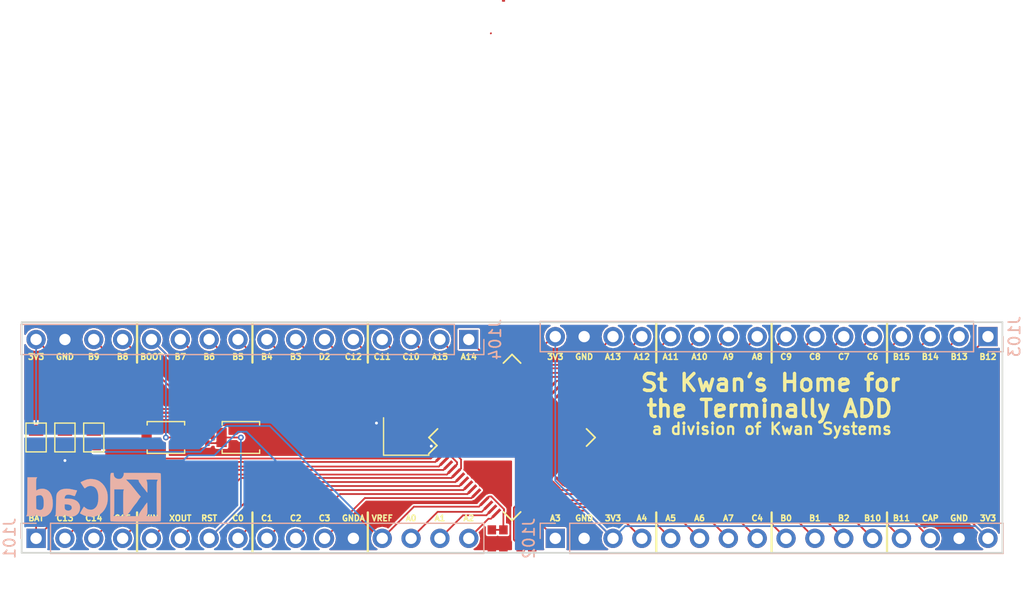
<source format=kicad_pcb>
(kicad_pcb (version 4) (host pcbnew 4.0.7-e2-6376~60~ubuntu17.10.1)

  (general
    (links 0)
    (no_connects 6)
    (area -0.075001 -20.395001 86.435001 0.075001)
    (thickness 1.6)
    (drawings 81)
    (tracks 343)
    (zones 0)
    (modules 25)
    (nets 59)
  )

  (page A4)
  (layers
    (0 F.Cu signal)
    (31 B.Cu signal)
    (32 B.Adhes user)
    (33 F.Adhes user)
    (34 B.Paste user)
    (35 F.Paste user)
    (36 B.SilkS user)
    (37 F.SilkS user)
    (38 B.Mask user)
    (39 F.Mask user)
    (40 Dwgs.User user)
    (41 Cmts.User user)
    (42 Eco1.User user)
    (43 Eco2.User user)
    (44 Edge.Cuts user)
    (45 Margin user)
    (46 B.CrtYd user)
    (47 F.CrtYd user)
    (48 B.Fab user)
    (49 F.Fab user)
  )

  (setup
    (last_trace_width 0.1524)
    (user_trace_width 0.254)
    (user_trace_width 0.4064)
    (trace_clearance 0.1524)
    (zone_clearance 0.1524)
    (zone_45_only no)
    (trace_min 0.1524)
    (segment_width 0.2)
    (edge_width 0.15)
    (via_size 0.508)
    (via_drill 0.254)
    (via_min_size 0.508)
    (via_min_drill 0.254)
    (uvia_size 0.3)
    (uvia_drill 0.1)
    (uvias_allowed no)
    (uvia_min_size 0)
    (uvia_min_drill 0)
    (pcb_text_width 0.3)
    (pcb_text_size 1.5 1.5)
    (mod_edge_width 0.15)
    (mod_text_size 1 1)
    (mod_text_width 0.15)
    (pad_size 0.5 0.4)
    (pad_drill 0)
    (pad_to_mask_clearance 0)
    (aux_axis_origin 0 0)
    (visible_elements 7FFFFF7F)
    (pcbplotparams
      (layerselection 0x00030_80000001)
      (usegerberextensions false)
      (excludeedgelayer true)
      (linewidth 0.100000)
      (plotframeref false)
      (viasonmask false)
      (mode 1)
      (useauxorigin false)
      (hpglpennumber 1)
      (hpglpenspeed 20)
      (hpglpendiameter 15)
      (hpglpenoverlay 2)
      (psnegative false)
      (psa4output false)
      (plotreference true)
      (plotvalue true)
      (plotinvisibletext false)
      (padsonsilk false)
      (subtractmaskfromsilk false)
      (outputformat 1)
      (mirror false)
      (drillshape 1)
      (scaleselection 1)
      (outputdirectory ""))
  )

  (net 0 "")
  (net 1 GND)
  (net 2 +3V3)
  (net 3 /XOUT)
  (net 4 /XIN)
  (net 5 /BOOT)
  (net 6 /RESET)
  (net 7 /VCAP)
  (net 8 /VBAT)
  (net 9 /P2)
  (net 10 /P3)
  (net 11 /P4)
  (net 12 /P8)
  (net 13 /P9)
  (net 14 /P10)
  (net 15 /P11)
  (net 16 /VSSA)
  (net 17 /VREF+)
  (net 18 /P14)
  (net 19 /P15)
  (net 20 /P16)
  (net 21 /P17)
  (net 22 /P20)
  (net 23 /P21)
  (net 24 /P22)
  (net 25 /P23)
  (net 26 /P24)
  (net 27 /P25)
  (net 28 /P26)
  (net 29 /P27)
  (net 30 /P28)
  (net 31 /P29)
  (net 32 /P33)
  (net 33 /P34)
  (net 34 /P35)
  (net 35 /P36)
  (net 36 /P37)
  (net 37 /P38)
  (net 38 /P39)
  (net 39 /P40)
  (net 40 /P41)
  (net 41 /P42)
  (net 42 /P43)
  (net 43 /P44)
  (net 44 /P45)
  (net 45 /P46)
  (net 46 /P49)
  (net 47 /P50)
  (net 48 /P51)
  (net 49 /P52)
  (net 50 /P53)
  (net 51 /P54)
  (net 52 /P55)
  (net 53 /P56)
  (net 54 /P57)
  (net 55 /P58)
  (net 56 /P59)
  (net 57 /P61)
  (net 58 /P62)

  (net_class Default "This is the default net class."
    (clearance 0.1524)
    (trace_width 0.1524)
    (via_dia 0.508)
    (via_drill 0.254)
    (uvia_dia 0.3)
    (uvia_drill 0.1)
    (add_net +3V3)
    (add_net /BOOT)
    (add_net /P10)
    (add_net /P11)
    (add_net /P14)
    (add_net /P15)
    (add_net /P16)
    (add_net /P17)
    (add_net /P2)
    (add_net /P20)
    (add_net /P21)
    (add_net /P22)
    (add_net /P23)
    (add_net /P24)
    (add_net /P25)
    (add_net /P26)
    (add_net /P27)
    (add_net /P28)
    (add_net /P29)
    (add_net /P3)
    (add_net /P33)
    (add_net /P34)
    (add_net /P35)
    (add_net /P36)
    (add_net /P37)
    (add_net /P38)
    (add_net /P39)
    (add_net /P4)
    (add_net /P40)
    (add_net /P41)
    (add_net /P42)
    (add_net /P43)
    (add_net /P44)
    (add_net /P45)
    (add_net /P46)
    (add_net /P49)
    (add_net /P50)
    (add_net /P51)
    (add_net /P52)
    (add_net /P53)
    (add_net /P54)
    (add_net /P55)
    (add_net /P56)
    (add_net /P57)
    (add_net /P58)
    (add_net /P59)
    (add_net /P61)
    (add_net /P62)
    (add_net /P8)
    (add_net /P9)
    (add_net /RESET)
    (add_net /VBAT)
    (add_net /VCAP)
    (add_net /VREF+)
    (add_net /VSSA)
    (add_net /XIN)
    (add_net /XOUT)
    (add_net GND)
  )

  (module Pin_Headers:Pin_Header_Straight_1x16_Pitch2.54mm (layer B.Cu) (tedit 59650532) (tstamp 5A4E5B88)
    (at 1.27 -1.27 270)
    (descr "Through hole straight pin header, 1x16, 2.54mm pitch, single row")
    (tags "Through hole pin header THT 1x16 2.54mm single row")
    (path /5A4EA1B8)
    (fp_text reference J101 (at 0 2.33 270) (layer B.SilkS)
      (effects (font (size 1 1) (thickness 0.15)) (justify mirror))
    )
    (fp_text value Conn_01x16 (at 0 -40.43 270) (layer B.Fab)
      (effects (font (size 1 1) (thickness 0.15)) (justify mirror))
    )
    (fp_line (start -0.635 1.27) (end 1.27 1.27) (layer B.Fab) (width 0.1))
    (fp_line (start 1.27 1.27) (end 1.27 -39.37) (layer B.Fab) (width 0.1))
    (fp_line (start 1.27 -39.37) (end -1.27 -39.37) (layer B.Fab) (width 0.1))
    (fp_line (start -1.27 -39.37) (end -1.27 0.635) (layer B.Fab) (width 0.1))
    (fp_line (start -1.27 0.635) (end -0.635 1.27) (layer B.Fab) (width 0.1))
    (fp_line (start -1.33 -39.43) (end 1.33 -39.43) (layer B.SilkS) (width 0.12))
    (fp_line (start -1.33 -1.27) (end -1.33 -39.43) (layer B.SilkS) (width 0.12))
    (fp_line (start 1.33 -1.27) (end 1.33 -39.43) (layer B.SilkS) (width 0.12))
    (fp_line (start -1.33 -1.27) (end 1.33 -1.27) (layer B.SilkS) (width 0.12))
    (fp_line (start -1.33 0) (end -1.33 1.33) (layer B.SilkS) (width 0.12))
    (fp_line (start -1.33 1.33) (end 0 1.33) (layer B.SilkS) (width 0.12))
    (fp_line (start -1.8 1.8) (end -1.8 -39.9) (layer B.CrtYd) (width 0.05))
    (fp_line (start -1.8 -39.9) (end 1.8 -39.9) (layer B.CrtYd) (width 0.05))
    (fp_line (start 1.8 -39.9) (end 1.8 1.8) (layer B.CrtYd) (width 0.05))
    (fp_line (start 1.8 1.8) (end -1.8 1.8) (layer B.CrtYd) (width 0.05))
    (fp_text user %R (at 0 -19.05 540) (layer B.Fab)
      (effects (font (size 1 1) (thickness 0.15)) (justify mirror))
    )
    (pad 1 thru_hole rect (at 0 0 270) (size 1.7 1.7) (drill 1) (layers *.Cu *.Mask)
      (net 8 /VBAT))
    (pad 2 thru_hole oval (at 0 -2.54 270) (size 1.7 1.7) (drill 1) (layers *.Cu *.Mask)
      (net 9 /P2))
    (pad 3 thru_hole oval (at 0 -5.08 270) (size 1.7 1.7) (drill 1) (layers *.Cu *.Mask)
      (net 10 /P3))
    (pad 4 thru_hole oval (at 0 -7.62 270) (size 1.7 1.7) (drill 1) (layers *.Cu *.Mask)
      (net 11 /P4))
    (pad 5 thru_hole oval (at 0 -10.16 270) (size 1.7 1.7) (drill 1) (layers *.Cu *.Mask)
      (net 4 /XIN))
    (pad 6 thru_hole oval (at 0 -12.7 270) (size 1.7 1.7) (drill 1) (layers *.Cu *.Mask)
      (net 3 /XOUT))
    (pad 7 thru_hole oval (at 0 -15.24 270) (size 1.7 1.7) (drill 1) (layers *.Cu *.Mask)
      (net 6 /RESET))
    (pad 8 thru_hole oval (at 0 -17.78 270) (size 1.7 1.7) (drill 1) (layers *.Cu *.Mask)
      (net 12 /P8))
    (pad 9 thru_hole oval (at 0 -20.32 270) (size 1.7 1.7) (drill 1) (layers *.Cu *.Mask)
      (net 13 /P9))
    (pad 10 thru_hole oval (at 0 -22.86 270) (size 1.7 1.7) (drill 1) (layers *.Cu *.Mask)
      (net 14 /P10))
    (pad 11 thru_hole oval (at 0 -25.4 270) (size 1.7 1.7) (drill 1) (layers *.Cu *.Mask)
      (net 15 /P11))
    (pad 12 thru_hole oval (at 0 -27.94 270) (size 1.7 1.7) (drill 1) (layers *.Cu *.Mask)
      (net 16 /VSSA))
    (pad 13 thru_hole oval (at 0 -30.48 270) (size 1.7 1.7) (drill 1) (layers *.Cu *.Mask)
      (net 17 /VREF+))
    (pad 14 thru_hole oval (at 0 -33.02 270) (size 1.7 1.7) (drill 1) (layers *.Cu *.Mask)
      (net 18 /P14))
    (pad 15 thru_hole oval (at 0 -35.56 270) (size 1.7 1.7) (drill 1) (layers *.Cu *.Mask)
      (net 19 /P15))
    (pad 16 thru_hole oval (at 0 -38.1 270) (size 1.7 1.7) (drill 1) (layers *.Cu *.Mask)
      (net 20 /P16))
    (model ${KISYS3DMOD}/Pin_Headers.3dshapes/Pin_Header_Straight_1x16_Pitch2.54mm.wrl
      (at (xyz 0 0 0))
      (scale (xyz 1 1 1))
      (rotate (xyz 0 0 0))
    )
  )

  (module Crystals:Crystal_SMD_3225-4pin_3.2x2.5mm (layer F.Cu) (tedit 5A4DB430) (tstamp 5A4DB1A5)
    (at 33.866 -10.248)
    (descr "SMD Crystal SERIES SMD3225/4 http://www.txccrystal.com/images/pdf/7m-accuracy.pdf, 3.2x2.5mm^2 package")
    (tags "SMD SMT crystal")
    (path /5A4F0DF7)
    (attr smd)
    (fp_text reference Y101 (at 0 -2.45) (layer F.SilkS) hide
      (effects (font (size 1 1) (thickness 0.15)))
    )
    (fp_text value 12MHz (at 0 2.45) (layer F.Fab)
      (effects (font (size 1 1) (thickness 0.15)))
    )
    (fp_text user %R (at 0 0) (layer F.Fab)
      (effects (font (size 0.7 0.7) (thickness 0.105)))
    )
    (fp_line (start -1.6 -1.25) (end -1.6 1.25) (layer F.Fab) (width 0.1))
    (fp_line (start -1.6 1.25) (end 1.6 1.25) (layer F.Fab) (width 0.1))
    (fp_line (start 1.6 1.25) (end 1.6 -1.25) (layer F.Fab) (width 0.1))
    (fp_line (start 1.6 -1.25) (end -1.6 -1.25) (layer F.Fab) (width 0.1))
    (fp_line (start -1.6 0.25) (end -0.6 1.25) (layer F.Fab) (width 0.1))
    (fp_line (start -2 -1.65) (end -2 1.65) (layer F.SilkS) (width 0.12))
    (fp_line (start -2 1.65) (end 2 1.65) (layer F.SilkS) (width 0.12))
    (fp_line (start -2.1 -1.7) (end -2.1 1.7) (layer F.CrtYd) (width 0.05))
    (fp_line (start -2.1 1.7) (end 2.1 1.7) (layer F.CrtYd) (width 0.05))
    (fp_line (start 2.1 1.7) (end 2.1 -1.7) (layer F.CrtYd) (width 0.05))
    (fp_line (start 2.1 -1.7) (end -2.1 -1.7) (layer F.CrtYd) (width 0.05))
    (pad 1 smd rect (at -1.1 0.85) (size 1.4 1.2) (layers F.Cu F.Paste F.Mask)
      (net 4 /XIN))
    (pad 2 smd rect (at 1.1 0.85) (size 1.4 1.2) (layers F.Cu F.Paste F.Mask)
      (net 1 GND))
    (pad 3 smd rect (at 1.1 -0.85) (size 1.4 1.2) (layers F.Cu F.Paste F.Mask)
      (net 3 /XOUT))
    (pad 4 smd rect (at -1.1 -0.85) (size 1.4 1.2) (layers F.Cu F.Paste F.Mask)
      (net 1 GND))
    (model ${KISYS3DMOD}/Crystals.3dshapes/Crystal_SMD_3225-4pin_3.2x2.5mm.wrl
      (at (xyz 0 0 0))
      (scale (xyz 1 1 1))
      (rotate (xyz 0 0 0))
    )
  )

  (module KwanSystems:SMD_0603 (layer F.Cu) (tedit 590965EB) (tstamp 5A4D4505)
    (at 41.402 -1.27 90)
    (descr "Capacitor SMD 0603, reflow soldering, AVX (see smccp.pdf)")
    (tags "capacitor 0603")
    (path /5A4D5DD8)
    (attr smd)
    (fp_text reference C112 (at 0 -0.2 90) (layer F.Fab)
      (effects (font (size 0.2 0.2) (thickness 0.015)))
    )
    (fp_text value 1uF (at 0 0.2 90) (layer F.Fab)
      (effects (font (size 0.2 0.2) (thickness 0.015)))
    )
    (fp_line (start -0.8 0.4) (end -0.8 -0.4) (layer F.Fab) (width 0.1))
    (fp_line (start 0.8 0.4) (end -0.8 0.4) (layer F.Fab) (width 0.1))
    (fp_line (start 0.8 -0.4) (end 0.8 0.4) (layer F.Fab) (width 0.1))
    (fp_line (start -0.8 -0.4) (end 0.8 -0.4) (layer F.Fab) (width 0.1))
    (fp_line (start -1.4 -0.65) (end 1.4 -0.65) (layer F.CrtYd) (width 0.05))
    (fp_line (start -1.4 -0.65) (end -1.4 0.65) (layer F.CrtYd) (width 0.05))
    (fp_line (start 1.4 0.65) (end 1.4 -0.65) (layer F.CrtYd) (width 0.05))
    (fp_line (start 1.4 0.65) (end -1.4 0.65) (layer F.CrtYd) (width 0.05))
    (pad 1 smd rect (at -0.75 0 90) (size 0.8 0.75) (layers F.Cu F.Paste F.Mask)
      (net 16 /VSSA))
    (pad 2 smd rect (at 0.75 0 90) (size 0.8 0.75) (layers F.Cu F.Paste F.Mask)
      (net 17 /VREF+))
    (model Capacitors_SMD.3dshapes/C_0603.wrl
      (at (xyz 0 0 0))
      (scale (xyz 1 1 1))
      (rotate (xyz 0 0 0))
    )
  )

  (module KwanSystems:SMD_0603 (layer F.Cu) (tedit 590965EB) (tstamp 5A4D450B)
    (at 42.418 -1.27 90)
    (descr "Capacitor SMD 0603, reflow soldering, AVX (see smccp.pdf)")
    (tags "capacitor 0603")
    (path /5A4D5D86)
    (attr smd)
    (fp_text reference C113 (at 0 -0.2 90) (layer F.Fab)
      (effects (font (size 0.2 0.2) (thickness 0.015)))
    )
    (fp_text value 10nF (at 0 0.2 90) (layer F.Fab)
      (effects (font (size 0.2 0.2) (thickness 0.015)))
    )
    (fp_line (start -0.8 0.4) (end -0.8 -0.4) (layer F.Fab) (width 0.1))
    (fp_line (start 0.8 0.4) (end -0.8 0.4) (layer F.Fab) (width 0.1))
    (fp_line (start 0.8 -0.4) (end 0.8 0.4) (layer F.Fab) (width 0.1))
    (fp_line (start -0.8 -0.4) (end 0.8 -0.4) (layer F.Fab) (width 0.1))
    (fp_line (start -1.4 -0.65) (end 1.4 -0.65) (layer F.CrtYd) (width 0.05))
    (fp_line (start -1.4 -0.65) (end -1.4 0.65) (layer F.CrtYd) (width 0.05))
    (fp_line (start 1.4 0.65) (end 1.4 -0.65) (layer F.CrtYd) (width 0.05))
    (fp_line (start 1.4 0.65) (end -1.4 0.65) (layer F.CrtYd) (width 0.05))
    (pad 1 smd rect (at -0.75 0 90) (size 0.8 0.75) (layers F.Cu F.Paste F.Mask)
      (net 16 /VSSA))
    (pad 2 smd rect (at 0.75 0 90) (size 0.8 0.75) (layers F.Cu F.Paste F.Mask)
      (net 17 /VREF+))
    (model Capacitors_SMD.3dshapes/C_0603.wrl
      (at (xyz 0 0 0))
      (scale (xyz 1 1 1))
      (rotate (xyz 0 0 0))
    )
  )

  (module KwanSystems:SMD_0603 (layer F.Cu) (tedit 590965EB) (tstamp 5A4D4511)
    (at 44.958 -1.27 270)
    (descr "Capacitor SMD 0603, reflow soldering, AVX (see smccp.pdf)")
    (tags "capacitor 0603")
    (path /5A4D5FB5)
    (attr smd)
    (fp_text reference C118 (at 0 -0.2 270) (layer F.Fab)
      (effects (font (size 0.2 0.2) (thickness 0.015)))
    )
    (fp_text value 4.7uF (at 0 0.2 270) (layer F.Fab)
      (effects (font (size 0.2 0.2) (thickness 0.015)))
    )
    (fp_line (start -0.8 0.4) (end -0.8 -0.4) (layer F.Fab) (width 0.1))
    (fp_line (start 0.8 0.4) (end -0.8 0.4) (layer F.Fab) (width 0.1))
    (fp_line (start 0.8 -0.4) (end 0.8 0.4) (layer F.Fab) (width 0.1))
    (fp_line (start -0.8 -0.4) (end 0.8 -0.4) (layer F.Fab) (width 0.1))
    (fp_line (start -1.4 -0.65) (end 1.4 -0.65) (layer F.CrtYd) (width 0.05))
    (fp_line (start -1.4 -0.65) (end -1.4 0.65) (layer F.CrtYd) (width 0.05))
    (fp_line (start 1.4 0.65) (end 1.4 -0.65) (layer F.CrtYd) (width 0.05))
    (fp_line (start 1.4 0.65) (end -1.4 0.65) (layer F.CrtYd) (width 0.05))
    (pad 1 smd rect (at -0.75 0 270) (size 0.8 0.75) (layers F.Cu F.Paste F.Mask)
      (net 1 GND))
    (pad 2 smd rect (at 0.75 0 270) (size 0.8 0.75) (layers F.Cu F.Paste F.Mask)
      (net 2 +3V3))
    (model Capacitors_SMD.3dshapes/C_0603.wrl
      (at (xyz 0 0 0))
      (scale (xyz 1 1 1))
      (rotate (xyz 0 0 0))
    )
  )

  (module KwanSystems:SMD_0603 (layer F.Cu) (tedit 590965EB) (tstamp 5A4D4517)
    (at 43.942 -1.27 270)
    (descr "Capacitor SMD 0603, reflow soldering, AVX (see smccp.pdf)")
    (tags "capacitor 0603")
    (path /5A4D5B95)
    (attr smd)
    (fp_text reference C119 (at 0 -0.2 270) (layer F.Fab)
      (effects (font (size 0.2 0.2) (thickness 0.015)))
    )
    (fp_text value 100nF (at 0 0.2 270) (layer F.Fab)
      (effects (font (size 0.2 0.2) (thickness 0.015)))
    )
    (fp_line (start -0.8 0.4) (end -0.8 -0.4) (layer F.Fab) (width 0.1))
    (fp_line (start 0.8 0.4) (end -0.8 0.4) (layer F.Fab) (width 0.1))
    (fp_line (start 0.8 -0.4) (end 0.8 0.4) (layer F.Fab) (width 0.1))
    (fp_line (start -0.8 -0.4) (end 0.8 -0.4) (layer F.Fab) (width 0.1))
    (fp_line (start -1.4 -0.65) (end 1.4 -0.65) (layer F.CrtYd) (width 0.05))
    (fp_line (start -1.4 -0.65) (end -1.4 0.65) (layer F.CrtYd) (width 0.05))
    (fp_line (start 1.4 0.65) (end 1.4 -0.65) (layer F.CrtYd) (width 0.05))
    (fp_line (start 1.4 0.65) (end -1.4 0.65) (layer F.CrtYd) (width 0.05))
    (pad 1 smd rect (at -0.75 0 270) (size 0.8 0.75) (layers F.Cu F.Paste F.Mask)
      (net 1 GND))
    (pad 2 smd rect (at 0.75 0 270) (size 0.8 0.75) (layers F.Cu F.Paste F.Mask)
      (net 2 +3V3))
    (model Capacitors_SMD.3dshapes/C_0603.wrl
      (at (xyz 0 0 0))
      (scale (xyz 1 1 1))
      (rotate (xyz 0 0 0))
    )
  )

  (module KwanSystems:SMD_0603 (layer F.Cu) (tedit 590965EB) (tstamp 5A4D451D)
    (at 52.578 -10.16 270)
    (descr "Capacitor SMD 0603, reflow soldering, AVX (see smccp.pdf)")
    (tags "capacitor 0603")
    (path /5A4D604E)
    (attr smd)
    (fp_text reference C130 (at 0 -0.2 270) (layer F.Fab)
      (effects (font (size 0.2 0.2) (thickness 0.015)))
    )
    (fp_text value 4.7uF (at 0 0.2 270) (layer F.Fab)
      (effects (font (size 0.2 0.2) (thickness 0.015)))
    )
    (fp_line (start -0.8 0.4) (end -0.8 -0.4) (layer F.Fab) (width 0.1))
    (fp_line (start 0.8 0.4) (end -0.8 0.4) (layer F.Fab) (width 0.1))
    (fp_line (start 0.8 -0.4) (end 0.8 0.4) (layer F.Fab) (width 0.1))
    (fp_line (start -0.8 -0.4) (end 0.8 -0.4) (layer F.Fab) (width 0.1))
    (fp_line (start -1.4 -0.65) (end 1.4 -0.65) (layer F.CrtYd) (width 0.05))
    (fp_line (start -1.4 -0.65) (end -1.4 0.65) (layer F.CrtYd) (width 0.05))
    (fp_line (start 1.4 0.65) (end 1.4 -0.65) (layer F.CrtYd) (width 0.05))
    (fp_line (start 1.4 0.65) (end -1.4 0.65) (layer F.CrtYd) (width 0.05))
    (pad 1 smd rect (at -0.75 0 270) (size 0.8 0.75) (layers F.Cu F.Paste F.Mask)
      (net 1 GND))
    (pad 2 smd rect (at 0.75 0 270) (size 0.8 0.75) (layers F.Cu F.Paste F.Mask)
      (net 7 /VCAP))
    (model Capacitors_SMD.3dshapes/C_0603.wrl
      (at (xyz 0 0 0))
      (scale (xyz 1 1 1))
      (rotate (xyz 0 0 0))
    )
  )

  (module KwanSystems:SMD_0603 (layer F.Cu) (tedit 590965EB) (tstamp 5A4D4523)
    (at 51.308 -10.16 270)
    (descr "Capacitor SMD 0603, reflow soldering, AVX (see smccp.pdf)")
    (tags "capacitor 0603")
    (path /5A4D5C14)
    (attr smd)
    (fp_text reference C132 (at 0 -0.2 270) (layer F.Fab)
      (effects (font (size 0.2 0.2) (thickness 0.015)))
    )
    (fp_text value 100nF (at 0 0.2 270) (layer F.Fab)
      (effects (font (size 0.2 0.2) (thickness 0.015)))
    )
    (fp_line (start -0.8 0.4) (end -0.8 -0.4) (layer F.Fab) (width 0.1))
    (fp_line (start 0.8 0.4) (end -0.8 0.4) (layer F.Fab) (width 0.1))
    (fp_line (start 0.8 -0.4) (end 0.8 0.4) (layer F.Fab) (width 0.1))
    (fp_line (start -0.8 -0.4) (end 0.8 -0.4) (layer F.Fab) (width 0.1))
    (fp_line (start -1.4 -0.65) (end 1.4 -0.65) (layer F.CrtYd) (width 0.05))
    (fp_line (start -1.4 -0.65) (end -1.4 0.65) (layer F.CrtYd) (width 0.05))
    (fp_line (start 1.4 0.65) (end 1.4 -0.65) (layer F.CrtYd) (width 0.05))
    (fp_line (start 1.4 0.65) (end -1.4 0.65) (layer F.CrtYd) (width 0.05))
    (pad 1 smd rect (at -0.75 0 270) (size 0.8 0.75) (layers F.Cu F.Paste F.Mask)
      (net 1 GND))
    (pad 2 smd rect (at 0.75 0 270) (size 0.8 0.75) (layers F.Cu F.Paste F.Mask)
      (net 2 +3V3))
    (model Capacitors_SMD.3dshapes/C_0603.wrl
      (at (xyz 0 0 0))
      (scale (xyz 1 1 1))
      (rotate (xyz 0 0 0))
    )
  )

  (module KwanSystems:SMD_0603 (layer F.Cu) (tedit 590965EB) (tstamp 5A4D4529)
    (at 43.18 -18.288)
    (descr "Capacitor SMD 0603, reflow soldering, AVX (see smccp.pdf)")
    (tags "capacitor 0603")
    (path /5A4D5C50)
    (attr smd)
    (fp_text reference C148 (at 0 -0.2) (layer F.Fab)
      (effects (font (size 0.2 0.2) (thickness 0.015)))
    )
    (fp_text value 100nF (at 0 0.2) (layer F.Fab)
      (effects (font (size 0.2 0.2) (thickness 0.015)))
    )
    (fp_line (start -0.8 0.4) (end -0.8 -0.4) (layer F.Fab) (width 0.1))
    (fp_line (start 0.8 0.4) (end -0.8 0.4) (layer F.Fab) (width 0.1))
    (fp_line (start 0.8 -0.4) (end 0.8 0.4) (layer F.Fab) (width 0.1))
    (fp_line (start -0.8 -0.4) (end 0.8 -0.4) (layer F.Fab) (width 0.1))
    (fp_line (start -1.4 -0.65) (end 1.4 -0.65) (layer F.CrtYd) (width 0.05))
    (fp_line (start -1.4 -0.65) (end -1.4 0.65) (layer F.CrtYd) (width 0.05))
    (fp_line (start 1.4 0.65) (end 1.4 -0.65) (layer F.CrtYd) (width 0.05))
    (fp_line (start 1.4 0.65) (end -1.4 0.65) (layer F.CrtYd) (width 0.05))
    (pad 1 smd rect (at -0.75 0) (size 0.8 0.75) (layers F.Cu F.Paste F.Mask)
      (net 1 GND))
    (pad 2 smd rect (at 0.75 0) (size 0.8 0.75) (layers F.Cu F.Paste F.Mask)
      (net 2 +3V3))
    (model Capacitors_SMD.3dshapes/C_0603.wrl
      (at (xyz 0 0 0))
      (scale (xyz 1 1 1))
      (rotate (xyz 0 0 0))
    )
  )

  (module KwanSystems:SMD_0603 (layer F.Cu) (tedit 590965EB) (tstamp 5A4D452F)
    (at 29.21 -10.16 90)
    (descr "Capacitor SMD 0603, reflow soldering, AVX (see smccp.pdf)")
    (tags "capacitor 0603")
    (path /5A4D5C93)
    (attr smd)
    (fp_text reference C164 (at 0 -0.2 90) (layer F.Fab)
      (effects (font (size 0.2 0.2) (thickness 0.015)))
    )
    (fp_text value 100nF (at 0 0.2 90) (layer F.Fab)
      (effects (font (size 0.2 0.2) (thickness 0.015)))
    )
    (fp_line (start -0.8 0.4) (end -0.8 -0.4) (layer F.Fab) (width 0.1))
    (fp_line (start 0.8 0.4) (end -0.8 0.4) (layer F.Fab) (width 0.1))
    (fp_line (start 0.8 -0.4) (end 0.8 0.4) (layer F.Fab) (width 0.1))
    (fp_line (start -0.8 -0.4) (end 0.8 -0.4) (layer F.Fab) (width 0.1))
    (fp_line (start -1.4 -0.65) (end 1.4 -0.65) (layer F.CrtYd) (width 0.05))
    (fp_line (start -1.4 -0.65) (end -1.4 0.65) (layer F.CrtYd) (width 0.05))
    (fp_line (start 1.4 0.65) (end 1.4 -0.65) (layer F.CrtYd) (width 0.05))
    (fp_line (start 1.4 0.65) (end -1.4 0.65) (layer F.CrtYd) (width 0.05))
    (pad 1 smd rect (at -0.75 0 90) (size 0.8 0.75) (layers F.Cu F.Paste F.Mask)
      (net 1 GND))
    (pad 2 smd rect (at 0.75 0 90) (size 0.8 0.75) (layers F.Cu F.Paste F.Mask)
      (net 2 +3V3))
    (model Capacitors_SMD.3dshapes/C_0603.wrl
      (at (xyz 0 0 0))
      (scale (xyz 1 1 1))
      (rotate (xyz 0 0 0))
    )
  )

  (module Housings_QFP:LQFP-64_10x10mm_Pitch0.5mm (layer F.Cu) (tedit 5A4E9765) (tstamp 5A4D4629)
    (at 43.18 -10.16 45)
    (descr "64 LEAD LQFP 10x10mm (see MICREL LQFP10x10-64LD-PL-1.pdf)")
    (tags "QFP 0.5")
    (path /5A4D5B28)
    (attr smd)
    (fp_text reference U101 (at 0 -7.2 45) (layer F.SilkS) hide
      (effects (font (size 1 1) (thickness 0.15)))
    )
    (fp_text value STM32F722 (at 0 7.2 45) (layer F.Fab)
      (effects (font (size 1 1) (thickness 0.15)))
    )
    (fp_text user %R (at 0 0 45) (layer F.Fab)
      (effects (font (size 1 1) (thickness 0.15)))
    )
    (fp_line (start -4 -5) (end 5 -5) (layer F.Fab) (width 0.15))
    (fp_line (start 5 -5) (end 5 5) (layer F.Fab) (width 0.15))
    (fp_line (start 5 5) (end -5 5) (layer F.Fab) (width 0.15))
    (fp_line (start -5 5) (end -5 -4) (layer F.Fab) (width 0.15))
    (fp_line (start -5 -4) (end -4 -5) (layer F.Fab) (width 0.15))
    (fp_line (start -6.45 -6.45) (end -6.45 6.45) (layer F.CrtYd) (width 0.05))
    (fp_line (start 6.45 -6.45) (end 6.45 6.45) (layer F.CrtYd) (width 0.05))
    (fp_line (start -6.45 -6.45) (end 6.45 -6.45) (layer F.CrtYd) (width 0.05))
    (fp_line (start -6.45 6.45) (end 6.45 6.45) (layer F.CrtYd) (width 0.05))
    (fp_line (start -5.175 -5.175) (end -5.175 -4.175) (layer F.SilkS) (width 0.15))
    (fp_line (start 5.175 -5.175) (end 5.175 -4.1) (layer F.SilkS) (width 0.15))
    (fp_line (start 5.175 5.175) (end 5.175 4.1) (layer F.SilkS) (width 0.15))
    (fp_line (start -5.175 5.175) (end -5.175 4.1) (layer F.SilkS) (width 0.15))
    (fp_line (start -5.175 -5.175) (end -4.1 -5.175) (layer F.SilkS) (width 0.15))
    (fp_line (start -5.175 5.175) (end -4.1 5.175) (layer F.SilkS) (width 0.15))
    (fp_line (start 5.175 5.175) (end 4.1 5.175) (layer F.SilkS) (width 0.15))
    (fp_line (start 5.175 -5.175) (end 4.1 -5.175) (layer F.SilkS) (width 0.15))
    (fp_line (start -5.175 -4.175) (end -6.2 -4.175) (layer F.SilkS) (width 0.15))
    (pad 1 smd rect (at -5.7 -3.75 45) (size 1 0.25) (layers F.Cu F.Paste F.Mask)
      (net 8 /VBAT))
    (pad 2 smd rect (at -5.7 -3.25 45) (size 1 0.25) (layers F.Cu F.Paste F.Mask)
      (net 9 /P2))
    (pad 3 smd rect (at -5.7 -2.75 45) (size 1 0.25) (layers F.Cu F.Paste F.Mask)
      (net 10 /P3))
    (pad 4 smd rect (at -5.7 -2.25 45) (size 1 0.25) (layers F.Cu F.Paste F.Mask)
      (net 11 /P4))
    (pad 5 smd rect (at -5.7 -1.75 45) (size 1 0.25) (layers F.Cu F.Paste F.Mask)
      (net 4 /XIN))
    (pad 6 smd rect (at -5.7 -1.25 45) (size 1 0.25) (layers F.Cu F.Paste F.Mask)
      (net 3 /XOUT))
    (pad 7 smd rect (at -5.7 -0.75 45) (size 1 0.25) (layers F.Cu F.Paste F.Mask)
      (net 6 /RESET))
    (pad 8 smd rect (at -5.7 -0.25 45) (size 1 0.25) (layers F.Cu F.Paste F.Mask)
      (net 12 /P8))
    (pad 9 smd rect (at -5.7 0.25 45) (size 1 0.25) (layers F.Cu F.Paste F.Mask)
      (net 13 /P9))
    (pad 10 smd rect (at -5.7 0.75 45) (size 1 0.25) (layers F.Cu F.Paste F.Mask)
      (net 14 /P10))
    (pad 11 smd rect (at -5.7 1.25 45) (size 1 0.25) (layers F.Cu F.Paste F.Mask)
      (net 15 /P11))
    (pad 12 smd rect (at -5.7 1.75 45) (size 1 0.25) (layers F.Cu F.Paste F.Mask)
      (net 16 /VSSA))
    (pad 13 smd rect (at -5.7 2.25 45) (size 1 0.25) (layers F.Cu F.Paste F.Mask)
      (net 17 /VREF+))
    (pad 14 smd rect (at -5.7 2.75 45) (size 1 0.25) (layers F.Cu F.Paste F.Mask)
      (net 18 /P14))
    (pad 15 smd rect (at -5.7 3.25 45) (size 1 0.25) (layers F.Cu F.Paste F.Mask)
      (net 19 /P15))
    (pad 16 smd rect (at -5.7 3.75 45) (size 1 0.25) (layers F.Cu F.Paste F.Mask)
      (net 20 /P16))
    (pad 17 smd rect (at -3.75 5.7 135) (size 1 0.25) (layers F.Cu F.Paste F.Mask)
      (net 21 /P17))
    (pad 18 smd rect (at -3.25 5.7 135) (size 1 0.25) (layers F.Cu F.Paste F.Mask)
      (net 1 GND))
    (pad 19 smd rect (at -2.75 5.7 135) (size 1 0.25) (layers F.Cu F.Paste F.Mask)
      (net 2 +3V3))
    (pad 20 smd rect (at -2.25 5.7 135) (size 1 0.25) (layers F.Cu F.Paste F.Mask)
      (net 22 /P20))
    (pad 21 smd rect (at -1.75 5.7 135) (size 1 0.25) (layers F.Cu F.Paste F.Mask)
      (net 23 /P21))
    (pad 22 smd rect (at -1.25 5.7 135) (size 1 0.25) (layers F.Cu F.Paste F.Mask)
      (net 24 /P22))
    (pad 23 smd rect (at -0.75 5.7 135) (size 1 0.25) (layers F.Cu F.Paste F.Mask)
      (net 25 /P23))
    (pad 24 smd rect (at -0.25 5.7 135) (size 1 0.25) (layers F.Cu F.Paste F.Mask)
      (net 26 /P24))
    (pad 25 smd rect (at 0.25 5.7 135) (size 1 0.25) (layers F.Cu F.Paste F.Mask)
      (net 27 /P25))
    (pad 26 smd rect (at 0.75 5.7 135) (size 1 0.25) (layers F.Cu F.Paste F.Mask)
      (net 28 /P26))
    (pad 27 smd rect (at 1.25 5.7 135) (size 1 0.25) (layers F.Cu F.Paste F.Mask)
      (net 29 /P27))
    (pad 28 smd rect (at 1.75 5.7 135) (size 1 0.25) (layers F.Cu F.Paste F.Mask)
      (net 30 /P28))
    (pad 29 smd rect (at 2.25 5.7 135) (size 1 0.25) (layers F.Cu F.Paste F.Mask)
      (net 31 /P29))
    (pad 30 smd rect (at 2.75 5.7 135) (size 1 0.25) (layers F.Cu F.Paste F.Mask)
      (net 7 /VCAP))
    (pad 31 smd rect (at 3.25 5.7 135) (size 1 0.25) (layers F.Cu F.Paste F.Mask)
      (net 1 GND))
    (pad 32 smd rect (at 3.75 5.7 135) (size 1 0.25) (layers F.Cu F.Paste F.Mask)
      (net 2 +3V3))
    (pad 33 smd rect (at 5.7 3.75 45) (size 1 0.25) (layers F.Cu F.Paste F.Mask)
      (net 32 /P33))
    (pad 34 smd rect (at 5.7 3.25 45) (size 1 0.25) (layers F.Cu F.Paste F.Mask)
      (net 33 /P34))
    (pad 35 smd rect (at 5.7 2.75 45) (size 1 0.25) (layers F.Cu F.Paste F.Mask)
      (net 34 /P35))
    (pad 36 smd rect (at 5.7 2.25 45) (size 1 0.25) (layers F.Cu F.Paste F.Mask)
      (net 35 /P36))
    (pad 37 smd rect (at 5.7 1.75 45) (size 1 0.25) (layers F.Cu F.Paste F.Mask)
      (net 36 /P37))
    (pad 38 smd rect (at 5.7 1.25 45) (size 1 0.25) (layers F.Cu F.Paste F.Mask)
      (net 37 /P38))
    (pad 39 smd rect (at 5.7 0.75 45) (size 1 0.25) (layers F.Cu F.Paste F.Mask)
      (net 38 /P39))
    (pad 40 smd rect (at 5.7 0.25 45) (size 1 0.25) (layers F.Cu F.Paste F.Mask)
      (net 39 /P40))
    (pad 41 smd rect (at 5.7 -0.25 45) (size 1 0.25) (layers F.Cu F.Paste F.Mask)
      (net 40 /P41))
    (pad 42 smd rect (at 5.7 -0.75 45) (size 1 0.25) (layers F.Cu F.Paste F.Mask)
      (net 41 /P42))
    (pad 43 smd rect (at 5.7 -1.25 45) (size 1 0.25) (layers F.Cu F.Paste F.Mask)
      (net 42 /P43))
    (pad 44 smd rect (at 5.7 -1.75 45) (size 1 0.25) (layers F.Cu F.Paste F.Mask)
      (net 43 /P44))
    (pad 45 smd rect (at 5.7 -2.25 45) (size 1 0.25) (layers F.Cu F.Paste F.Mask)
      (net 44 /P45))
    (pad 46 smd rect (at 5.7 -2.75 45) (size 1 0.25) (layers F.Cu F.Paste F.Mask)
      (net 45 /P46))
    (pad 47 smd rect (at 5.7 -3.25 45) (size 1 0.25) (layers F.Cu F.Paste F.Mask)
      (net 1 GND))
    (pad 48 smd rect (at 5.7 -3.75 45) (size 1 0.25) (layers F.Cu F.Paste F.Mask)
      (net 2 +3V3))
    (pad 49 smd rect (at 3.75 -5.7 135) (size 1 0.25) (layers F.Cu F.Paste F.Mask)
      (net 46 /P49))
    (pad 50 smd rect (at 3.25 -5.7 135) (size 1 0.25) (layers F.Cu F.Paste F.Mask)
      (net 47 /P50))
    (pad 51 smd rect (at 2.75 -5.7 135) (size 1 0.25) (layers F.Cu F.Paste F.Mask)
      (net 48 /P51))
    (pad 52 smd rect (at 2.25 -5.7 135) (size 1 0.25) (layers F.Cu F.Paste F.Mask)
      (net 49 /P52))
    (pad 53 smd rect (at 1.75 -5.7 135) (size 1 0.25) (layers F.Cu F.Paste F.Mask)
      (net 50 /P53))
    (pad 54 smd rect (at 1.25 -5.7 135) (size 1 0.25) (layers F.Cu F.Paste F.Mask)
      (net 51 /P54))
    (pad 55 smd rect (at 0.75 -5.7 135) (size 1 0.25) (layers F.Cu F.Paste F.Mask)
      (net 52 /P55))
    (pad 56 smd rect (at 0.25 -5.7 135) (size 1 0.25) (layers F.Cu F.Paste F.Mask)
      (net 53 /P56))
    (pad 57 smd rect (at -0.25 -5.7 135) (size 1 0.25) (layers F.Cu F.Paste F.Mask)
      (net 54 /P57))
    (pad 58 smd rect (at -0.75 -5.7 135) (size 1 0.25) (layers F.Cu F.Paste F.Mask)
      (net 55 /P58))
    (pad 59 smd rect (at -1.25 -5.7 135) (size 1 0.25) (layers F.Cu F.Paste F.Mask)
      (net 56 /P59))
    (pad 60 smd rect (at -1.75 -5.7 135) (size 1 0.25) (layers F.Cu F.Paste F.Mask)
      (net 5 /BOOT))
    (pad 61 smd rect (at -2.25 -5.7 135) (size 1 0.25) (layers F.Cu F.Paste F.Mask)
      (net 57 /P61))
    (pad 62 smd rect (at -2.75 -5.7 135) (size 1 0.25) (layers F.Cu F.Paste F.Mask)
      (net 58 /P62))
    (pad 63 smd rect (at -3.25 -5.7 135) (size 1 0.25) (layers F.Cu F.Paste F.Mask)
      (net 1 GND))
    (pad 64 smd rect (at -3.75 -5.7 135) (size 1 0.25) (layers F.Cu F.Paste F.Mask)
      (net 2 +3V3))
    (model ${KISYS3DMOD}/Housings_QFP.3dshapes/LQFP-64_10x10mm_Pitch0.5mm.wrl
      (at (xyz 0 0 0))
      (scale (xyz 1 1 1))
      (rotate (xyz 0 0 0))
    )
  )

  (module KwanSystems:R_Array_Convex_2x0402 (layer F.Cu) (tedit 59096677) (tstamp 5A4DB179)
    (at 30.988 -10.16)
    (descr "Chip Resistor Network, ROHM MNR02 (see mnr_g.pdf)")
    (tags "resistor array")
    (path /5A4F170D)
    (attr smd)
    (fp_text reference C105 (at 0 -0.5) (layer F.Fab)
      (effects (font (size 0.2 0.2) (thickness 0.015)))
    )
    (fp_text value 22pF (at 0 0.5) (layer F.Fab)
      (effects (font (size 0.2 0.2) (thickness 0.015)))
    )
    (fp_line (start 1 0.95) (end -1 0.95) (layer F.CrtYd) (width 0.05))
    (fp_line (start 1 0.95) (end 1 -0.95) (layer F.CrtYd) (width 0.05))
    (fp_line (start -1 -0.95) (end -1 0.95) (layer F.CrtYd) (width 0.05))
    (fp_line (start -1 -0.95) (end 1 -0.95) (layer F.CrtYd) (width 0.05))
    (fp_line (start -0.5 0.7) (end 0.5 0.7) (layer F.Fab) (width 0.1))
    (fp_line (start -0.5 -0.7) (end -0.5 0.7) (layer F.Fab) (width 0.1))
    (fp_line (start 0.5 -0.7) (end -0.5 -0.7) (layer F.Fab) (width 0.1))
    (fp_line (start 0.5 0.7) (end 0.5 -0.7) (layer F.Fab) (width 0.1))
    (pad 4 smd rect (at 0.5 -0.35) (size 0.5 0.4) (layers F.Cu F.Paste F.Mask)
      (net 3 /XOUT))
    (pad 3 smd rect (at 0.5 0.35) (size 0.5 0.4) (layers F.Cu F.Paste F.Mask)
      (net 4 /XIN))
    (pad 2 smd rect (at -0.5 0.35) (size 0.5 0.4) (layers F.Cu F.Paste F.Mask)
      (net 1 GND))
    (pad 1 smd rect (at -0.5 -0.35) (size 0.5 0.4) (layers F.Cu F.Paste F.Mask)
      (net 1 GND))
    (model ${KISYS3DMOD}/Resistors_SMD.3dshapes/R_Array_Convex_2x0402.wrl
      (at (xyz 0 0 0))
      (scale (xyz 1 1 1))
      (rotate (xyz 0 0 0))
    )
  )

  (module KwanSystems:SW_SPST_B3U-1000P (layer F.Cu) (tedit 58724258) (tstamp 5A4DB197)
    (at 19.304 -10.16)
    (descr "Ultra-small-sized Tactile Switch with High Contact Reliability, Top-actuated Model, without Ground Terminal, without Boss")
    (tags "Tactile Switch")
    (path /5A4EAFA1)
    (attr smd)
    (fp_text reference S107 (at 0 -2.5) (layer F.Fab)
      (effects (font (size 1 1) (thickness 0.15)))
    )
    (fp_text value SW_SPST (at 0 2.5) (layer F.Fab)
      (effects (font (size 1 1) (thickness 0.15)))
    )
    (fp_text user %R (at 0 -2.5) (layer F.Fab)
      (effects (font (size 1 1) (thickness 0.15)))
    )
    (fp_line (start -2.4 1.65) (end 2.4 1.65) (layer F.CrtYd) (width 0.05))
    (fp_line (start 2.4 1.65) (end 2.4 -1.65) (layer F.CrtYd) (width 0.05))
    (fp_line (start 2.4 -1.65) (end -2.4 -1.65) (layer F.CrtYd) (width 0.05))
    (fp_line (start -2.4 -1.65) (end -2.4 1.65) (layer F.CrtYd) (width 0.05))
    (fp_line (start -1.65 1.1) (end -1.65 1.4) (layer F.SilkS) (width 0.12))
    (fp_line (start -1.65 1.4) (end 1.65 1.4) (layer F.SilkS) (width 0.12))
    (fp_line (start 1.65 1.4) (end 1.65 1.1) (layer F.SilkS) (width 0.12))
    (fp_line (start -1.65 -1.1) (end -1.65 -1.4) (layer F.SilkS) (width 0.12))
    (fp_line (start -1.65 -1.4) (end 1.65 -1.4) (layer F.SilkS) (width 0.12))
    (fp_line (start 1.65 -1.4) (end 1.65 -1.1) (layer F.SilkS) (width 0.12))
    (fp_line (start -1.5 -1.25) (end 1.5 -1.25) (layer F.Fab) (width 0.1))
    (fp_line (start 1.5 -1.25) (end 1.5 1.25) (layer F.Fab) (width 0.1))
    (fp_line (start 1.5 1.25) (end -1.5 1.25) (layer F.Fab) (width 0.1))
    (fp_line (start -1.5 1.25) (end -1.5 -1.25) (layer F.Fab) (width 0.1))
    (fp_circle (center 0 0) (end 0.75 0) (layer F.Fab) (width 0.1))
    (pad 1 smd rect (at -1.7 0) (size 0.9 1.7) (layers F.Cu F.Paste F.Mask)
      (net 6 /RESET))
    (pad 2 smd rect (at 1.7 0) (size 0.9 1.7) (layers F.Cu F.Paste F.Mask)
      (net 1 GND))
    (model ../KwanSystems.pretty/wrl/B3U1000P.wrl
      (at (xyz 0 0 0))
      (scale (xyz 0.3937 0.3937 0.3937))
      (rotate (xyz -90 0 0))
    )
  )

  (module KwanSystems:SW_SPST_B3U-1000P (layer F.Cu) (tedit 58724258) (tstamp 5A4DB19D)
    (at 12.7 -10.16)
    (descr "Ultra-small-sized Tactile Switch with High Contact Reliability, Top-actuated Model, without Ground Terminal, without Boss")
    (tags "Tactile Switch")
    (path /5A4EB389)
    (attr smd)
    (fp_text reference S160 (at 0 -2.5) (layer F.Fab)
      (effects (font (size 1 1) (thickness 0.15)))
    )
    (fp_text value SW_SPST (at 0 2.5) (layer F.Fab)
      (effects (font (size 1 1) (thickness 0.15)))
    )
    (fp_text user %R (at 0 -2.5) (layer F.Fab)
      (effects (font (size 1 1) (thickness 0.15)))
    )
    (fp_line (start -2.4 1.65) (end 2.4 1.65) (layer F.CrtYd) (width 0.05))
    (fp_line (start 2.4 1.65) (end 2.4 -1.65) (layer F.CrtYd) (width 0.05))
    (fp_line (start 2.4 -1.65) (end -2.4 -1.65) (layer F.CrtYd) (width 0.05))
    (fp_line (start -2.4 -1.65) (end -2.4 1.65) (layer F.CrtYd) (width 0.05))
    (fp_line (start -1.65 1.1) (end -1.65 1.4) (layer F.SilkS) (width 0.12))
    (fp_line (start -1.65 1.4) (end 1.65 1.4) (layer F.SilkS) (width 0.12))
    (fp_line (start 1.65 1.4) (end 1.65 1.1) (layer F.SilkS) (width 0.12))
    (fp_line (start -1.65 -1.1) (end -1.65 -1.4) (layer F.SilkS) (width 0.12))
    (fp_line (start -1.65 -1.4) (end 1.65 -1.4) (layer F.SilkS) (width 0.12))
    (fp_line (start 1.65 -1.4) (end 1.65 -1.1) (layer F.SilkS) (width 0.12))
    (fp_line (start -1.5 -1.25) (end 1.5 -1.25) (layer F.Fab) (width 0.1))
    (fp_line (start 1.5 -1.25) (end 1.5 1.25) (layer F.Fab) (width 0.1))
    (fp_line (start 1.5 1.25) (end -1.5 1.25) (layer F.Fab) (width 0.1))
    (fp_line (start -1.5 1.25) (end -1.5 -1.25) (layer F.Fab) (width 0.1))
    (fp_circle (center 0 0) (end 0.75 0) (layer F.Fab) (width 0.1))
    (pad 1 smd rect (at -1.7 0) (size 0.9 1.7) (layers F.Cu F.Paste F.Mask)
      (net 2 +3V3))
    (pad 2 smd rect (at 1.7 0) (size 0.9 1.7) (layers F.Cu F.Paste F.Mask)
      (net 5 /BOOT))
    (model ../KwanSystems.pretty/wrl/B3U1000P.wrl
      (at (xyz 0 0 0))
      (scale (xyz 0.3937 0.3937 0.3937))
      (rotate (xyz -90 0 0))
    )
  )

  (module Pin_Headers:Pin_Header_Straight_1x16_Pitch2.54mm (layer B.Cu) (tedit 59650532) (tstamp 5A4E5B9C)
    (at 46.99 -1.27 270)
    (descr "Through hole straight pin header, 1x16, 2.54mm pitch, single row")
    (tags "Through hole pin header THT 1x16 2.54mm single row")
    (path /5A4EA2FC)
    (fp_text reference J102 (at 0 2.33 270) (layer B.SilkS)
      (effects (font (size 1 1) (thickness 0.15)) (justify mirror))
    )
    (fp_text value Conn_01x16 (at 0 -40.43 270) (layer B.Fab)
      (effects (font (size 1 1) (thickness 0.15)) (justify mirror))
    )
    (fp_line (start -0.635 1.27) (end 1.27 1.27) (layer B.Fab) (width 0.1))
    (fp_line (start 1.27 1.27) (end 1.27 -39.37) (layer B.Fab) (width 0.1))
    (fp_line (start 1.27 -39.37) (end -1.27 -39.37) (layer B.Fab) (width 0.1))
    (fp_line (start -1.27 -39.37) (end -1.27 0.635) (layer B.Fab) (width 0.1))
    (fp_line (start -1.27 0.635) (end -0.635 1.27) (layer B.Fab) (width 0.1))
    (fp_line (start -1.33 -39.43) (end 1.33 -39.43) (layer B.SilkS) (width 0.12))
    (fp_line (start -1.33 -1.27) (end -1.33 -39.43) (layer B.SilkS) (width 0.12))
    (fp_line (start 1.33 -1.27) (end 1.33 -39.43) (layer B.SilkS) (width 0.12))
    (fp_line (start -1.33 -1.27) (end 1.33 -1.27) (layer B.SilkS) (width 0.12))
    (fp_line (start -1.33 0) (end -1.33 1.33) (layer B.SilkS) (width 0.12))
    (fp_line (start -1.33 1.33) (end 0 1.33) (layer B.SilkS) (width 0.12))
    (fp_line (start -1.8 1.8) (end -1.8 -39.9) (layer B.CrtYd) (width 0.05))
    (fp_line (start -1.8 -39.9) (end 1.8 -39.9) (layer B.CrtYd) (width 0.05))
    (fp_line (start 1.8 -39.9) (end 1.8 1.8) (layer B.CrtYd) (width 0.05))
    (fp_line (start 1.8 1.8) (end -1.8 1.8) (layer B.CrtYd) (width 0.05))
    (fp_text user %R (at 0 -19.05 540) (layer B.Fab)
      (effects (font (size 1 1) (thickness 0.15)) (justify mirror))
    )
    (pad 1 thru_hole rect (at 0 0 270) (size 1.7 1.7) (drill 1) (layers *.Cu *.Mask)
      (net 21 /P17))
    (pad 2 thru_hole oval (at 0 -2.54 270) (size 1.7 1.7) (drill 1) (layers *.Cu *.Mask)
      (net 1 GND))
    (pad 3 thru_hole oval (at 0 -5.08 270) (size 1.7 1.7) (drill 1) (layers *.Cu *.Mask)
      (net 2 +3V3))
    (pad 4 thru_hole oval (at 0 -7.62 270) (size 1.7 1.7) (drill 1) (layers *.Cu *.Mask)
      (net 22 /P20))
    (pad 5 thru_hole oval (at 0 -10.16 270) (size 1.7 1.7) (drill 1) (layers *.Cu *.Mask)
      (net 23 /P21))
    (pad 6 thru_hole oval (at 0 -12.7 270) (size 1.7 1.7) (drill 1) (layers *.Cu *.Mask)
      (net 24 /P22))
    (pad 7 thru_hole oval (at 0 -15.24 270) (size 1.7 1.7) (drill 1) (layers *.Cu *.Mask)
      (net 25 /P23))
    (pad 8 thru_hole oval (at 0 -17.78 270) (size 1.7 1.7) (drill 1) (layers *.Cu *.Mask)
      (net 26 /P24))
    (pad 9 thru_hole oval (at 0 -20.32 270) (size 1.7 1.7) (drill 1) (layers *.Cu *.Mask)
      (net 27 /P25))
    (pad 10 thru_hole oval (at 0 -22.86 270) (size 1.7 1.7) (drill 1) (layers *.Cu *.Mask)
      (net 28 /P26))
    (pad 11 thru_hole oval (at 0 -25.4 270) (size 1.7 1.7) (drill 1) (layers *.Cu *.Mask)
      (net 29 /P27))
    (pad 12 thru_hole oval (at 0 -27.94 270) (size 1.7 1.7) (drill 1) (layers *.Cu *.Mask)
      (net 30 /P28))
    (pad 13 thru_hole oval (at 0 -30.48 270) (size 1.7 1.7) (drill 1) (layers *.Cu *.Mask)
      (net 31 /P29))
    (pad 14 thru_hole oval (at 0 -33.02 270) (size 1.7 1.7) (drill 1) (layers *.Cu *.Mask)
      (net 7 /VCAP))
    (pad 15 thru_hole oval (at 0 -35.56 270) (size 1.7 1.7) (drill 1) (layers *.Cu *.Mask)
      (net 1 GND))
    (pad 16 thru_hole oval (at 0 -38.1 270) (size 1.7 1.7) (drill 1) (layers *.Cu *.Mask)
      (net 2 +3V3))
    (model ${KISYS3DMOD}/Pin_Headers.3dshapes/Pin_Header_Straight_1x16_Pitch2.54mm.wrl
      (at (xyz 0 0 0))
      (scale (xyz 1 1 1))
      (rotate (xyz 0 0 0))
    )
  )

  (module Pin_Headers:Pin_Header_Straight_1x16_Pitch2.54mm (layer B.Cu) (tedit 59650532) (tstamp 5A4E5BB0)
    (at 85.09 -19.05 90)
    (descr "Through hole straight pin header, 1x16, 2.54mm pitch, single row")
    (tags "Through hole pin header THT 1x16 2.54mm single row")
    (path /5A4EA55A)
    (fp_text reference J103 (at 0 2.33 90) (layer B.SilkS)
      (effects (font (size 1 1) (thickness 0.15)) (justify mirror))
    )
    (fp_text value Conn_01x16 (at 0 -40.43 90) (layer B.Fab)
      (effects (font (size 1 1) (thickness 0.15)) (justify mirror))
    )
    (fp_line (start -0.635 1.27) (end 1.27 1.27) (layer B.Fab) (width 0.1))
    (fp_line (start 1.27 1.27) (end 1.27 -39.37) (layer B.Fab) (width 0.1))
    (fp_line (start 1.27 -39.37) (end -1.27 -39.37) (layer B.Fab) (width 0.1))
    (fp_line (start -1.27 -39.37) (end -1.27 0.635) (layer B.Fab) (width 0.1))
    (fp_line (start -1.27 0.635) (end -0.635 1.27) (layer B.Fab) (width 0.1))
    (fp_line (start -1.33 -39.43) (end 1.33 -39.43) (layer B.SilkS) (width 0.12))
    (fp_line (start -1.33 -1.27) (end -1.33 -39.43) (layer B.SilkS) (width 0.12))
    (fp_line (start 1.33 -1.27) (end 1.33 -39.43) (layer B.SilkS) (width 0.12))
    (fp_line (start -1.33 -1.27) (end 1.33 -1.27) (layer B.SilkS) (width 0.12))
    (fp_line (start -1.33 0) (end -1.33 1.33) (layer B.SilkS) (width 0.12))
    (fp_line (start -1.33 1.33) (end 0 1.33) (layer B.SilkS) (width 0.12))
    (fp_line (start -1.8 1.8) (end -1.8 -39.9) (layer B.CrtYd) (width 0.05))
    (fp_line (start -1.8 -39.9) (end 1.8 -39.9) (layer B.CrtYd) (width 0.05))
    (fp_line (start 1.8 -39.9) (end 1.8 1.8) (layer B.CrtYd) (width 0.05))
    (fp_line (start 1.8 1.8) (end -1.8 1.8) (layer B.CrtYd) (width 0.05))
    (fp_text user %R (at 0 -19.05 360) (layer B.Fab)
      (effects (font (size 1 1) (thickness 0.15)) (justify mirror))
    )
    (pad 1 thru_hole rect (at 0 0 90) (size 1.7 1.7) (drill 1) (layers *.Cu *.Mask)
      (net 32 /P33))
    (pad 2 thru_hole oval (at 0 -2.54 90) (size 1.7 1.7) (drill 1) (layers *.Cu *.Mask)
      (net 33 /P34))
    (pad 3 thru_hole oval (at 0 -5.08 90) (size 1.7 1.7) (drill 1) (layers *.Cu *.Mask)
      (net 34 /P35))
    (pad 4 thru_hole oval (at 0 -7.62 90) (size 1.7 1.7) (drill 1) (layers *.Cu *.Mask)
      (net 35 /P36))
    (pad 5 thru_hole oval (at 0 -10.16 90) (size 1.7 1.7) (drill 1) (layers *.Cu *.Mask)
      (net 36 /P37))
    (pad 6 thru_hole oval (at 0 -12.7 90) (size 1.7 1.7) (drill 1) (layers *.Cu *.Mask)
      (net 37 /P38))
    (pad 7 thru_hole oval (at 0 -15.24 90) (size 1.7 1.7) (drill 1) (layers *.Cu *.Mask)
      (net 38 /P39))
    (pad 8 thru_hole oval (at 0 -17.78 90) (size 1.7 1.7) (drill 1) (layers *.Cu *.Mask)
      (net 39 /P40))
    (pad 9 thru_hole oval (at 0 -20.32 90) (size 1.7 1.7) (drill 1) (layers *.Cu *.Mask)
      (net 40 /P41))
    (pad 10 thru_hole oval (at 0 -22.86 90) (size 1.7 1.7) (drill 1) (layers *.Cu *.Mask)
      (net 41 /P42))
    (pad 11 thru_hole oval (at 0 -25.4 90) (size 1.7 1.7) (drill 1) (layers *.Cu *.Mask)
      (net 42 /P43))
    (pad 12 thru_hole oval (at 0 -27.94 90) (size 1.7 1.7) (drill 1) (layers *.Cu *.Mask)
      (net 43 /P44))
    (pad 13 thru_hole oval (at 0 -30.48 90) (size 1.7 1.7) (drill 1) (layers *.Cu *.Mask)
      (net 44 /P45))
    (pad 14 thru_hole oval (at 0 -33.02 90) (size 1.7 1.7) (drill 1) (layers *.Cu *.Mask)
      (net 45 /P46))
    (pad 15 thru_hole oval (at 0 -35.56 90) (size 1.7 1.7) (drill 1) (layers *.Cu *.Mask)
      (net 1 GND))
    (pad 16 thru_hole oval (at 0 -38.1 90) (size 1.7 1.7) (drill 1) (layers *.Cu *.Mask)
      (net 2 +3V3))
    (model ${KISYS3DMOD}/Pin_Headers.3dshapes/Pin_Header_Straight_1x16_Pitch2.54mm.wrl
      (at (xyz 0 0 0))
      (scale (xyz 1 1 1))
      (rotate (xyz 0 0 0))
    )
  )

  (module Pin_Headers:Pin_Header_Straight_1x16_Pitch2.54mm (layer B.Cu) (tedit 59650532) (tstamp 5A4E5BC4)
    (at 39.37 -18.796 90)
    (descr "Through hole straight pin header, 1x16, 2.54mm pitch, single row")
    (tags "Through hole pin header THT 1x16 2.54mm single row")
    (path /5A4EA66C)
    (fp_text reference J104 (at 0 2.33 90) (layer B.SilkS)
      (effects (font (size 1 1) (thickness 0.15)) (justify mirror))
    )
    (fp_text value Conn_01x16 (at 0 -40.43 90) (layer B.Fab)
      (effects (font (size 1 1) (thickness 0.15)) (justify mirror))
    )
    (fp_line (start -0.635 1.27) (end 1.27 1.27) (layer B.Fab) (width 0.1))
    (fp_line (start 1.27 1.27) (end 1.27 -39.37) (layer B.Fab) (width 0.1))
    (fp_line (start 1.27 -39.37) (end -1.27 -39.37) (layer B.Fab) (width 0.1))
    (fp_line (start -1.27 -39.37) (end -1.27 0.635) (layer B.Fab) (width 0.1))
    (fp_line (start -1.27 0.635) (end -0.635 1.27) (layer B.Fab) (width 0.1))
    (fp_line (start -1.33 -39.43) (end 1.33 -39.43) (layer B.SilkS) (width 0.12))
    (fp_line (start -1.33 -1.27) (end -1.33 -39.43) (layer B.SilkS) (width 0.12))
    (fp_line (start 1.33 -1.27) (end 1.33 -39.43) (layer B.SilkS) (width 0.12))
    (fp_line (start -1.33 -1.27) (end 1.33 -1.27) (layer B.SilkS) (width 0.12))
    (fp_line (start -1.33 0) (end -1.33 1.33) (layer B.SilkS) (width 0.12))
    (fp_line (start -1.33 1.33) (end 0 1.33) (layer B.SilkS) (width 0.12))
    (fp_line (start -1.8 1.8) (end -1.8 -39.9) (layer B.CrtYd) (width 0.05))
    (fp_line (start -1.8 -39.9) (end 1.8 -39.9) (layer B.CrtYd) (width 0.05))
    (fp_line (start 1.8 -39.9) (end 1.8 1.8) (layer B.CrtYd) (width 0.05))
    (fp_line (start 1.8 1.8) (end -1.8 1.8) (layer B.CrtYd) (width 0.05))
    (fp_text user %R (at 0 -19.05 360) (layer B.Fab)
      (effects (font (size 1 1) (thickness 0.15)) (justify mirror))
    )
    (pad 1 thru_hole rect (at 0 0 90) (size 1.7 1.7) (drill 1) (layers *.Cu *.Mask)
      (net 46 /P49))
    (pad 2 thru_hole oval (at 0 -2.54 90) (size 1.7 1.7) (drill 1) (layers *.Cu *.Mask)
      (net 47 /P50))
    (pad 3 thru_hole oval (at 0 -5.08 90) (size 1.7 1.7) (drill 1) (layers *.Cu *.Mask)
      (net 48 /P51))
    (pad 4 thru_hole oval (at 0 -7.62 90) (size 1.7 1.7) (drill 1) (layers *.Cu *.Mask)
      (net 49 /P52))
    (pad 5 thru_hole oval (at 0 -10.16 90) (size 1.7 1.7) (drill 1) (layers *.Cu *.Mask)
      (net 50 /P53))
    (pad 6 thru_hole oval (at 0 -12.7 90) (size 1.7 1.7) (drill 1) (layers *.Cu *.Mask)
      (net 51 /P54))
    (pad 7 thru_hole oval (at 0 -15.24 90) (size 1.7 1.7) (drill 1) (layers *.Cu *.Mask)
      (net 52 /P55))
    (pad 8 thru_hole oval (at 0 -17.78 90) (size 1.7 1.7) (drill 1) (layers *.Cu *.Mask)
      (net 53 /P56))
    (pad 9 thru_hole oval (at 0 -20.32 90) (size 1.7 1.7) (drill 1) (layers *.Cu *.Mask)
      (net 54 /P57))
    (pad 10 thru_hole oval (at 0 -22.86 90) (size 1.7 1.7) (drill 1) (layers *.Cu *.Mask)
      (net 55 /P58))
    (pad 11 thru_hole oval (at 0 -25.4 90) (size 1.7 1.7) (drill 1) (layers *.Cu *.Mask)
      (net 56 /P59))
    (pad 12 thru_hole oval (at 0 -27.94 90) (size 1.7 1.7) (drill 1) (layers *.Cu *.Mask)
      (net 5 /BOOT))
    (pad 13 thru_hole oval (at 0 -30.48 90) (size 1.7 1.7) (drill 1) (layers *.Cu *.Mask)
      (net 57 /P61))
    (pad 14 thru_hole oval (at 0 -33.02 90) (size 1.7 1.7) (drill 1) (layers *.Cu *.Mask)
      (net 58 /P62))
    (pad 15 thru_hole oval (at 0 -35.56 90) (size 1.7 1.7) (drill 1) (layers *.Cu *.Mask)
      (net 1 GND))
    (pad 16 thru_hole oval (at 0 -38.1 90) (size 1.7 1.7) (drill 1) (layers *.Cu *.Mask)
      (net 2 +3V3))
    (model ${KISYS3DMOD}/Pin_Headers.3dshapes/Pin_Header_Straight_1x16_Pitch2.54mm.wrl
      (at (xyz 0 0 0))
      (scale (xyz 1 1 1))
      (rotate (xyz 0 0 0))
    )
  )

  (module KwanSystems:R_Array_Convex_2x0402 (layer F.Cu) (tedit 59096677) (tstamp 5A4DB191)
    (at 16.002 -10.16 270)
    (descr "Chip Resistor Network, ROHM MNR02 (see mnr_g.pdf)")
    (tags "resistor array")
    (path /5A4EEE75)
    (attr smd)
    (fp_text reference R107 (at 0 -0.5 270) (layer F.Fab)
      (effects (font (size 0.2 0.2) (thickness 0.015)))
    )
    (fp_text value 10k (at 0 0.5 270) (layer F.Fab)
      (effects (font (size 0.2 0.2) (thickness 0.015)))
    )
    (fp_line (start 1 0.95) (end -1 0.95) (layer F.CrtYd) (width 0.05))
    (fp_line (start 1 0.95) (end 1 -0.95) (layer F.CrtYd) (width 0.05))
    (fp_line (start -1 -0.95) (end -1 0.95) (layer F.CrtYd) (width 0.05))
    (fp_line (start -1 -0.95) (end 1 -0.95) (layer F.CrtYd) (width 0.05))
    (fp_line (start -0.5 0.7) (end 0.5 0.7) (layer F.Fab) (width 0.1))
    (fp_line (start -0.5 -0.7) (end -0.5 0.7) (layer F.Fab) (width 0.1))
    (fp_line (start 0.5 -0.7) (end -0.5 -0.7) (layer F.Fab) (width 0.1))
    (fp_line (start 0.5 0.7) (end 0.5 -0.7) (layer F.Fab) (width 0.1))
    (pad 4 smd rect (at 0.5 -0.35 270) (size 0.5 0.4) (layers F.Cu F.Paste F.Mask)
      (net 6 /RESET))
    (pad 3 smd rect (at 0.5 0.35 270) (size 0.5 0.4) (layers F.Cu F.Paste F.Mask)
      (net 5 /BOOT))
    (pad 2 smd rect (at -0.5 0.35 270) (size 0.5 0.4) (layers F.Cu F.Paste F.Mask)
      (net 1 GND))
    (pad 1 smd rect (at -0.5 -0.35 270) (size 0.5 0.4) (layers F.Cu F.Paste F.Mask)
      (net 2 +3V3))
    (model ${KISYS3DMOD}/Resistors_SMD.3dshapes/R_Array_Convex_2x0402.wrl
      (at (xyz 0 0 0))
      (scale (xyz 1 1 1))
      (rotate (xyz 0 0 0))
    )
  )

  (module Connectors:GS2 (layer F.Cu) (tedit 5A4EBC71) (tstamp 5A4E5BCA)
    (at 1.27 -10.16 180)
    (descr "2-pin solder bridge")
    (tags "solder bridge")
    (path /5A4E7A5F)
    (solder_mask_margin 0.1524)
    (attr smd)
    (fp_text reference S101 (at 1.78 0 270) (layer F.SilkS) hide
      (effects (font (size 1 1) (thickness 0.15)))
    )
    (fp_text value GS2 (at -1.8 0 270) (layer F.Fab)
      (effects (font (size 1 1) (thickness 0.15)))
    )
    (fp_line (start 1.1 -1.45) (end 1.1 1.5) (layer F.CrtYd) (width 0.05))
    (fp_line (start 1.1 1.5) (end -1.1 1.5) (layer F.CrtYd) (width 0.05))
    (fp_line (start -1.1 1.5) (end -1.1 -1.45) (layer F.CrtYd) (width 0.05))
    (fp_line (start -1.1 -1.45) (end 1.1 -1.45) (layer F.CrtYd) (width 0.05))
    (fp_line (start -0.89 -1.27) (end -0.89 1.27) (layer F.SilkS) (width 0.12))
    (fp_line (start 0.89 1.27) (end 0.89 -1.27) (layer F.SilkS) (width 0.12))
    (fp_line (start 0.89 1.27) (end -0.89 1.27) (layer F.SilkS) (width 0.12))
    (fp_line (start -0.89 -1.27) (end 0.89 -1.27) (layer F.SilkS) (width 0.12))
    (pad 1 smd rect (at 0 -0.64 180) (size 1.27 0.97) (layers F.Cu F.Paste F.Mask)
      (net 8 /VBAT))
    (pad 2 smd rect (at 0 0.64 180) (size 1.27 0.97) (layers F.Cu F.Paste F.Mask)
      (net 2 +3V3))
  )

  (module Connectors:GS2 (layer F.Cu) (tedit 5A4EBC7A) (tstamp 5A4E5BD0)
    (at 3.81 -10.16 180)
    (descr "2-pin solder bridge")
    (tags "solder bridge")
    (path /5A4EB51B)
    (solder_mask_margin 0.1524)
    (attr smd)
    (fp_text reference S112 (at 1.78 0 270) (layer F.SilkS) hide
      (effects (font (size 1 1) (thickness 0.15)))
    )
    (fp_text value GS2 (at -1.8 0 270) (layer F.Fab)
      (effects (font (size 1 1) (thickness 0.15)))
    )
    (fp_line (start 1.1 -1.45) (end 1.1 1.5) (layer F.CrtYd) (width 0.05))
    (fp_line (start 1.1 1.5) (end -1.1 1.5) (layer F.CrtYd) (width 0.05))
    (fp_line (start -1.1 1.5) (end -1.1 -1.45) (layer F.CrtYd) (width 0.05))
    (fp_line (start -1.1 -1.45) (end 1.1 -1.45) (layer F.CrtYd) (width 0.05))
    (fp_line (start -0.89 -1.27) (end -0.89 1.27) (layer F.SilkS) (width 0.12))
    (fp_line (start 0.89 1.27) (end 0.89 -1.27) (layer F.SilkS) (width 0.12))
    (fp_line (start 0.89 1.27) (end -0.89 1.27) (layer F.SilkS) (width 0.12))
    (fp_line (start -0.89 -1.27) (end 0.89 -1.27) (layer F.SilkS) (width 0.12))
    (pad 1 smd rect (at 0 -0.64 180) (size 1.27 0.97) (layers F.Cu F.Paste F.Mask)
      (net 16 /VSSA))
    (pad 2 smd rect (at 0 0.64 180) (size 1.27 0.97) (layers F.Cu F.Paste F.Mask)
      (net 1 GND))
  )

  (module Connectors:GS2 (layer F.Cu) (tedit 5A4EBC87) (tstamp 5A4E5BD6)
    (at 6.35 -10.16 180)
    (descr "2-pin solder bridge")
    (tags "solder bridge")
    (path /5A4E7BE7)
    (solder_mask_margin 0.1524)
    (attr smd)
    (fp_text reference S113 (at 1.78 0 270) (layer F.SilkS) hide
      (effects (font (size 1 1) (thickness 0.15)))
    )
    (fp_text value GS2 (at -1.8 0 270) (layer F.Fab)
      (effects (font (size 1 1) (thickness 0.15)))
    )
    (fp_line (start 1.1 -1.45) (end 1.1 1.5) (layer F.CrtYd) (width 0.05))
    (fp_line (start 1.1 1.5) (end -1.1 1.5) (layer F.CrtYd) (width 0.05))
    (fp_line (start -1.1 1.5) (end -1.1 -1.45) (layer F.CrtYd) (width 0.05))
    (fp_line (start -1.1 -1.45) (end 1.1 -1.45) (layer F.CrtYd) (width 0.05))
    (fp_line (start -0.89 -1.27) (end -0.89 1.27) (layer F.SilkS) (width 0.12))
    (fp_line (start 0.89 1.27) (end 0.89 -1.27) (layer F.SilkS) (width 0.12))
    (fp_line (start 0.89 1.27) (end -0.89 1.27) (layer F.SilkS) (width 0.12))
    (fp_line (start -0.89 -1.27) (end 0.89 -1.27) (layer F.SilkS) (width 0.12))
    (pad 1 smd rect (at 0 -0.64 180) (size 1.27 0.97) (layers F.Cu F.Paste F.Mask)
      (net 17 /VREF+))
    (pad 2 smd rect (at 0 0.64 180) (size 1.27 0.97) (layers F.Cu F.Paste F.Mask)
      (net 2 +3V3))
  )

  (module KwanSystems:KWAN_CIRCLE_soldermask (layer F.Cu) (tedit 0) (tstamp 5A4EB701)
    (at 82.042 -10.16)
    (fp_text reference G*** (at -3.683 -2.7432) (layer F.Mask) hide
      (effects (font (thickness 0.3)))
    )
    (fp_text value LOGO (at 4.2926 3.7084) (layer F.Mask) hide
      (effects (font (thickness 0.3)))
    )
    (fp_poly (pts (xy -0.120685 0.960303) (xy -0.11073 0.977276) (xy -0.09497 1.006095) (xy -0.073334 1.046902)
      (xy -0.045748 1.099842) (xy -0.012139 1.165057) (xy 0.027567 1.242692) (xy 0.073441 1.33289)
      (xy 0.125558 1.435794) (xy 0.18399 1.551549) (xy 0.248811 1.680298) (xy 0.320092 1.822183)
      (xy 0.397909 1.97735) (xy 0.482333 2.145941) (xy 0.548349 2.277916) (xy 0.615087 2.411424)
      (xy 0.679982 2.541306) (xy 0.742707 2.666906) (xy 0.802932 2.787565) (xy 0.860332 2.902625)
      (xy 0.914578 3.011428) (xy 0.965344 3.113316) (xy 1.012301 3.207631) (xy 1.055122 3.293714)
      (xy 1.09348 3.370908) (xy 1.127048 3.438554) (xy 1.155497 3.495995) (xy 1.1785 3.542573)
      (xy 1.19573 3.577628) (xy 1.206859 3.600504) (xy 1.211561 3.610542) (xy 1.211701 3.610953)
      (xy 1.21064 3.613819) (xy 1.20627 3.617026) (xy 1.19681 3.621183) (xy 1.180477 3.626896)
      (xy 1.15549 3.634775) (xy 1.120068 3.645425) (xy 1.072428 3.659455) (xy 1.051665 3.665532)
      (xy 0.846186 3.718906) (xy 0.634817 3.760442) (xy 0.415596 3.790503) (xy 0.327692 3.799183)
      (xy 0.270207 3.803156) (xy 0.201016 3.80614) (xy 0.123432 3.808135) (xy 0.040768 3.809142)
      (xy -0.043663 3.809165) (xy -0.126548 3.808203) (xy -0.204576 3.806259) (xy -0.274432 3.803335)
      (xy -0.332805 3.799431) (xy -0.339124 3.798874) (xy -0.579933 3.769519) (xy -0.816113 3.725651)
      (xy -1.047848 3.66722) (xy -1.275319 3.594174) (xy -1.498709 3.506463) (xy -1.65991 3.432856)
      (xy -1.702695 3.411804) (xy -1.748151 3.388866) (xy -1.793772 3.365365) (xy -1.837055 3.342623)
      (xy -1.875495 3.321964) (xy -1.906589 3.30471) (xy -1.927833 3.292184) (xy -1.934195 3.287949)
      (xy -1.93373 3.280202) (xy -1.931231 3.258874) (xy -1.926914 3.225458) (xy -1.920994 3.181448)
      (xy -1.913689 3.128338) (xy -1.905214 3.067621) (xy -1.895786 3.00079) (xy -1.88562 2.929339)
      (xy -1.874933 2.854762) (xy -1.863942 2.778551) (xy -1.852861 2.702201) (xy -1.841909 2.627205)
      (xy -1.831299 2.555056) (xy -1.82125 2.487248) (xy -1.811977 2.425274) (xy -1.803696 2.370628)
      (xy -1.796623 2.324804) (xy -1.790975 2.289294) (xy -1.786968 2.265592) (xy -1.784818 2.255192)
      (xy -1.784652 2.254855) (xy -1.776228 2.247952) (xy -1.756783 2.23244) (xy -1.727152 2.208975)
      (xy -1.688176 2.178212) (xy -1.64069 2.140807) (xy -1.585533 2.097417) (xy -1.523543 2.048697)
      (xy -1.455556 1.995304) (xy -1.382411 1.937893) (xy -1.304945 1.87712) (xy -1.223996 1.813642)
      (xy -1.140402 1.748114) (xy -1.054999 1.681193) (xy -0.968626 1.613534) (xy -0.882121 1.545793)
      (xy -0.79632 1.478627) (xy -0.712062 1.412691) (xy -0.630185 1.348641) (xy -0.551525 1.287134)
      (xy -0.476921 1.228824) (xy -0.407209 1.174369) (xy -0.343229 1.124425) (xy -0.285817 1.079646)
      (xy -0.235811 1.04069) (xy -0.194049 1.008212) (xy -0.161368 0.982869) (xy -0.138605 0.965315)
      (xy -0.1266 0.956208) (xy -0.12491 0.955031) (xy -0.120685 0.960303)) (layer F.Mask) (width 0.01))
    (fp_poly (pts (xy 3.243293 -2.004387) (xy 3.254612 -1.987318) (xy 3.27078 -1.960818) (xy 3.290656 -1.926905)
      (xy 3.313095 -1.887597) (xy 3.336953 -1.844913) (xy 3.361088 -1.800871) (xy 3.384356 -1.757488)
      (xy 3.405613 -1.716783) (xy 3.418262 -1.69181) (xy 3.516825 -1.477147) (xy 3.60162 -1.256163)
      (xy 3.672681 -1.028739) (xy 3.730043 -0.794756) (xy 3.773742 -0.554096) (xy 3.79193 -0.419142)
      (xy 3.796468 -0.371316) (xy 3.800395 -0.311139) (xy 3.803663 -0.241491) (xy 3.806227 -0.165254)
      (xy 3.808038 -0.085307) (xy 3.809051 -0.004531) (xy 3.80922 0.074193) (xy 3.808497 0.147986)
      (xy 3.806835 0.213967) (xy 3.804189 0.269255) (xy 3.803288 0.282128) (xy 3.777364 0.524142)
      (xy 3.736838 0.761946) (xy 3.681854 0.995188) (xy 3.612555 1.223517) (xy 3.529083 1.446582)
      (xy 3.431582 1.664032) (xy 3.320195 1.875515) (xy 3.195066 2.08068) (xy 3.056336 2.279177)
      (xy 2.918046 2.454133) (xy 2.892419 2.484027) (xy 2.861812 2.518548) (xy 2.827792 2.556048)
      (xy 2.791923 2.594883) (xy 2.755773 2.633405) (xy 2.720907 2.669968) (xy 2.68889 2.702927)
      (xy 2.661288 2.730635) (xy 2.639667 2.751445) (xy 2.625593 2.763713) (xy 2.621093 2.766336)
      (xy 2.615652 2.759965) (xy 2.604408 2.742323) (xy 2.588673 2.71562) (xy 2.569759 2.682067)
      (xy 2.554381 2.65393) (xy 2.539561 2.626427) (xy 2.518568 2.587404) (xy 2.491819 2.537641)
      (xy 2.459732 2.477916) (xy 2.422724 2.409006) (xy 2.381212 2.331691) (xy 2.335615 2.246748)
      (xy 2.286349 2.154956) (xy 2.233831 2.057094) (xy 2.178481 1.953939) (xy 2.120713 1.846271)
      (xy 2.060947 1.734867) (xy 1.999599 1.620506) (xy 1.937088 1.503966) (xy 1.873829 1.386025)
      (xy 1.810242 1.267462) (xy 1.746742 1.149056) (xy 1.683748 1.031584) (xy 1.621678 0.915825)
      (xy 1.560947 0.802557) (xy 1.501975 0.692559) (xy 1.445177 0.586609) (xy 1.390973 0.485485)
      (xy 1.339778 0.389966) (xy 1.292011 0.30083) (xy 1.24809 0.218855) (xy 1.20843 0.14482)
      (xy 1.17345 0.079504) (xy 1.143568 0.023684) (xy 1.1192 -0.021862) (xy 1.100764 -0.056354)
      (xy 1.088677 -0.079015) (xy 1.083358 -0.089065) (xy 1.083271 -0.089233) (xy 1.066914 -0.12131)
      (xy 2.150016 -1.064691) (xy 2.260749 -1.161127) (xy 2.368413 -1.254867) (xy 2.472446 -1.345422)
      (xy 2.572284 -1.432303) (xy 2.667362 -1.515019) (xy 2.757119 -1.593081) (xy 2.84099 -1.666)
      (xy 2.918411 -1.733285) (xy 2.98882 -1.794447) (xy 3.051652 -1.848996) (xy 3.106344 -1.896443)
      (xy 3.152332 -1.936298) (xy 3.189054 -1.968071) (xy 3.215944 -1.991273) (xy 3.23244 -2.005413)
      (xy 3.237969 -2.010007) (xy 3.243293 -2.004387)) (layer F.Mask) (width 0.01))
    (fp_poly (pts (xy -2.328855 -3.008401) (xy -2.332981 -2.986481) (xy -2.339898 -2.950983) (xy -2.349469 -2.902583)
      (xy -2.361555 -2.841957) (xy -2.376018 -2.76978) (xy -2.392719 -2.68673) (xy -2.411522 -2.59348)
      (xy -2.432287 -2.490709) (xy -2.454877 -2.37909) (xy -2.479154 -2.259301) (xy -2.504979 -2.132016)
      (xy -2.532214 -1.997913) (xy -2.560722 -1.857666) (xy -2.590364 -1.711952) (xy -2.621002 -1.561446)
      (xy -2.652498 -1.406825) (xy -2.684714 -1.248764) (xy -2.717512 -1.08794) (xy -2.750754 -0.925027)
      (xy -2.784301 -0.760703) (xy -2.818016 -0.595642) (xy -2.85176 -0.430521) (xy -2.885396 -0.266015)
      (xy -2.918785 -0.102801) (xy -2.951789 0.058446) (xy -2.98427 0.217049) (xy -3.01609 0.372333)
      (xy -3.047111 0.523623) (xy -3.077195 0.670241) (xy -3.106203 0.811513) (xy -3.133998 0.946762)
      (xy -3.160442 1.075313) (xy -3.185396 1.196489) (xy -3.208722 1.309615) (xy -3.230283 1.414015)
      (xy -3.24994 1.509013) (xy -3.267555 1.593933) (xy -3.282989 1.6681) (xy -3.296106 1.730836)
      (xy -3.306766 1.781467) (xy -3.314833 1.819317) (xy -3.320166 1.843709) (xy -3.322629 1.853968)
      (xy -3.322749 1.854254) (xy -3.32926 1.851943) (xy -3.339955 1.839252) (xy -3.347397 1.827582)
      (xy -3.373549 1.78015) (xy -3.403485 1.721577) (xy -3.435742 1.655034) (xy -3.468859 1.583691)
      (xy -3.501373 1.510719) (xy -3.531823 1.439286) (xy -3.558747 1.372564) (xy -3.566395 1.352685)
      (xy -3.640985 1.137881) (xy -3.701583 0.922961) (xy -3.748496 0.706222) (xy -3.78203 0.48596)
      (xy -3.802493 0.260474) (xy -3.810191 0.028058) (xy -3.810272 0) (xy -3.808466 -0.142493)
      (xy -3.802856 -0.274198) (xy -3.793054 -0.399184) (xy -3.778674 -0.521518) (xy -3.759325 -0.645266)
      (xy -3.737942 -0.758266) (xy -3.692607 -0.956571) (xy -3.638336 -1.146785) (xy -3.573853 -1.332633)
      (xy -3.497879 -1.517844) (xy -3.421925 -1.680378) (xy -3.327152 -1.862241) (xy -3.227311 -2.032414)
      (xy -3.120532 -2.193496) (xy -3.004948 -2.348083) (xy -2.878688 -2.498772) (xy -2.739885 -2.648161)
      (xy -2.68705 -2.701561) (xy -2.645668 -2.742083) (xy -2.601761 -2.78391) (xy -2.556751 -2.825795)
      (xy -2.512062 -2.866493) (xy -2.469117 -2.904759) (xy -2.429338 -2.939348) (xy -2.39415 -2.969014)
      (xy -2.364976 -2.992511) (xy -2.343237 -3.008594) (xy -2.330358 -3.016018) (xy -2.327659 -3.016067)
      (xy -2.328855 -3.008401)) (layer F.Mask) (width 0.01))
    (fp_poly (pts (xy 0.134117 -3.810292) (xy 0.227246 -3.80726) (xy 0.30102 -3.802489) (xy 0.545428 -3.774437)
      (xy 0.784595 -3.732079) (xy 1.018489 -3.675427) (xy 1.247078 -3.604491) (xy 1.470331 -3.519282)
      (xy 1.688216 -3.419811) (xy 1.900703 -3.306089) (xy 2.107759 -3.178127) (xy 2.116072 -3.172616)
      (xy 2.152277 -3.148315) (xy 2.184261 -3.126397) (xy 2.209748 -3.108458) (xy 2.226461 -3.096095)
      (xy 2.231856 -3.091457) (xy 2.229943 -3.087303) (xy 2.221689 -3.077384) (xy 2.206751 -3.061373)
      (xy 2.18479 -3.038942) (xy 2.155465 -3.009765) (xy 2.118436 -2.973514) (xy 2.073362 -2.929862)
      (xy 2.019902 -2.878482) (xy 1.957717 -2.819047) (xy 1.886465 -2.75123) (xy 1.805806 -2.674704)
      (xy 1.7154 -2.589141) (xy 1.614905 -2.494215) (xy 1.503983 -2.389599) (xy 1.382291 -2.274964)
      (xy 1.36565 -2.259297) (xy 0.491662 -1.436514) (xy 0.722128 -1.434497) (xy 0.779623 -1.433816)
      (xy 0.831861 -1.432856) (xy 0.876989 -1.431677) (xy 0.913156 -1.430341) (xy 0.93851 -1.42891)
      (xy 0.951197 -1.427445) (xy 0.952312 -1.426876) (xy 0.946128 -1.422245) (xy 0.928131 -1.40954)
      (xy 0.89909 -1.389289) (xy 0.859775 -1.36202) (xy 0.810956 -1.32826) (xy 0.753402 -1.288538)
      (xy 0.687883 -1.24338) (xy 0.615169 -1.193314) (xy 0.536029 -1.138869) (xy 0.451233 -1.080571)
      (xy 0.36155 -1.018948) (xy 0.267751 -0.954528) (xy 0.170604 -0.887838) (xy 0.070879 -0.819406)
      (xy -0.030654 -0.74976) (xy -0.133225 -0.679428) (xy -0.236065 -0.608936) (xy -0.338404 -0.538813)
      (xy -0.439473 -0.469586) (xy -0.538502 -0.401783) (xy -0.634721 -0.335931) (xy -0.727361 -0.272558)
      (xy -0.815652 -0.212192) (xy -0.898824 -0.15536) (xy -0.976108 -0.102591) (xy -1.046735 -0.05441)
      (xy -1.109934 -0.011347) (xy -1.164936 0.026071) (xy -1.210972 0.057317) (xy -1.247271 0.081863)
      (xy -1.273065 0.099182) (xy -1.287583 0.108745) (xy -1.288196 0.109134) (xy -1.302942 0.116873)
      (xy -1.310507 0.117718) (xy -1.310772 0.116887) (xy -1.307641 0.109235) (xy -1.298519 0.088639)
      (xy -1.283815 0.05599) (xy -1.263935 0.012177) (xy -1.239287 -0.041909) (xy -1.210279 -0.105378)
      (xy -1.177317 -0.17734) (xy -1.140809 -0.256904) (xy -1.101162 -0.343182) (xy -1.058785 -0.435282)
      (xy -1.014083 -0.532314) (xy -0.967466 -0.633389) (xy -0.957278 -0.655463) (xy -0.603784 -1.421273)
      (xy -0.900903 -1.423267) (xy -0.979089 -1.423891) (xy -1.043163 -1.424644) (xy -1.094255 -1.425568)
      (xy -1.133496 -1.426709) (xy -1.162016 -1.42811) (xy -1.180944 -1.429816) (xy -1.19141 -1.431869)
      (xy -1.194544 -1.434315) (xy -1.194459 -1.434698) (xy -1.192003 -1.442958) (xy -1.185588 -1.465088)
      (xy -1.175439 -1.500302) (xy -1.161781 -1.547815) (xy -1.144839 -1.60684) (xy -1.124838 -1.676592)
      (xy -1.102004 -1.756284) (xy -1.07656 -1.845132) (xy -1.048733 -1.942349) (xy -1.018747 -2.047149)
      (xy -0.986828 -2.158746) (xy -0.9532 -2.276355) (xy -0.918089 -2.399189) (xy -0.88172 -2.526464)
      (xy -0.857551 -2.611063) (xy -0.524206 -3.777991) (xy -0.4812 -3.783166) (xy -0.389223 -3.792655)
      (xy -0.288401 -3.800271) (xy -0.182194 -3.805928) (xy -0.074065 -3.809541) (xy 0.032526 -3.811023)
      (xy 0.134117 -3.810292)) (layer F.Mask) (width 0.01))
  )

  (module Symbols:Symbol_KiCAD-Logo_CopperAndSilkScreenTop (layer B.Cu) (tedit 0) (tstamp 5A4EBB90)
    (at 6.35 -5.08 180)
    (descr "Symbol, KiCAD-Logo, Silk & Copper Top,")
    (tags "Symbol, KiCAD-Logo, Silk & Copper Top,")
    (fp_text reference REF** (at 0 0 180) (layer B.SilkS) hide
      (effects (font (thickness 0.3)) (justify mirror))
    )
    (fp_text value "KiCAD Logo" (at 0.75 0 180) (layer B.SilkS) hide
      (effects (font (thickness 0.3)) (justify mirror))
    )
    (fp_poly (pts (xy -1.548637 1.957301) (xy -1.526845 1.950024) (xy -1.508414 1.93358) (xy -1.493065 1.904803)
      (xy -1.480519 1.860526) (xy -1.470495 1.797582) (xy -1.462717 1.712806) (xy -1.456904 1.603029)
      (xy -1.452777 1.465086) (xy -1.450057 1.295809) (xy -1.448465 1.092032) (xy -1.447723 0.850589)
      (xy -1.44755 0.568313) (xy -1.447668 0.242036) (xy -1.447797 -0.131407) (xy -1.4478 -0.1905)
      (xy -1.447878 -0.565884) (xy -1.448151 -0.893711) (xy -1.448682 -1.177221) (xy -1.449531 -1.419658)
      (xy -1.45076 -1.624261) (xy -1.452431 -1.794274) (xy -1.454605 -1.932939) (xy -1.457343 -2.043496)
      (xy -1.460708 -2.129188) (xy -1.464759 -2.193257) (xy -1.469559 -2.238944) (xy -1.475169 -2.269492)
      (xy -1.481651 -2.288141) (xy -1.487715 -2.296885) (xy -1.498791 -2.303992) (xy -1.518999 -2.310213)
      (xy -1.55151 -2.315606) (xy -1.599497 -2.320229) (xy -1.666133 -2.32414) (xy -1.75459 -2.327396)
      (xy -1.86804 -2.330056) (xy -2.009656 -2.332175) (xy -2.18261 -2.333813) (xy -2.390076 -2.335028)
      (xy -2.635224 -2.335876) (xy -2.921229 -2.336415) (xy -3.251261 -2.336703) (xy -3.628495 -2.336798)
      (xy -3.683001 -2.3368) (xy -4.066824 -2.336726) (xy -4.40302 -2.336467) (xy -4.694761 -2.335965)
      (xy -4.945219 -2.335162) (xy -5.157568 -2.334) (xy -5.334979 -2.332422) (xy -5.480625 -2.330371)
      (xy -5.597678 -2.327787) (xy -5.689312 -2.324615) (xy -5.758697 -2.320795) (xy -5.809008 -2.316271)
      (xy -5.843416 -2.310985) (xy -5.865093 -2.304879) (xy -5.877213 -2.297895) (xy -5.878286 -2.296885)
      (xy -5.885535 -2.285627) (xy -5.891862 -2.265152) (xy -5.897328 -2.232219) (xy -5.901994 -2.183586)
      (xy -5.905922 -2.116011) (xy -5.909174 -2.026252) (xy -5.91181 -1.911068) (xy -5.913893 -1.767217)
      (xy -5.915483 -1.591456) (xy -5.916642 -1.380544) (xy -5.917432 -1.131239) (xy -5.917914 -0.8403)
      (xy -5.918149 -0.504484) (xy -5.9182 -0.1905) (xy -5.918123 0.184885) (xy -5.91785 0.512712)
      (xy -5.917319 0.796222) (xy -5.91647 1.038659) (xy -5.915241 1.243262) (xy -5.914052 1.364271)
      (xy -5.638801 1.364271) (xy -5.628363 1.339362) (xy -5.602056 1.285156) (xy -5.588001 1.257301)
      (xy -5.577068 1.234226) (xy -5.567826 1.20858) (xy -5.560133 1.176141) (xy -5.553848 1.132692)
      (xy -5.548828 1.074012) (xy -5.544932 0.995883) (xy -5.542017 0.894083) (xy -5.539943 0.764395)
      (xy -5.538566 0.602599) (xy -5.537746 0.404475) (xy -5.537341 0.165803) (xy -5.537209 -0.117635)
      (xy -5.537201 -0.25429) (xy -5.537561 -0.517726) (xy -5.538598 -0.766037) (xy -5.540244 -0.994556)
      (xy -5.542432 -1.198618) (xy -5.545097 -1.373558) (xy -5.54817 -1.514711) (xy -5.551585 -1.61741)
      (xy -5.555276 -1.676991) (xy -5.557776 -1.69037) (xy -5.5822 -1.730136) (xy -5.608032 -1.78435)
      (xy -5.637711 -1.8542) (xy -5.111206 -1.853811) (xy -4.956033 -1.852849) (xy -4.82165 -1.850381)
      (xy -4.715001 -1.846674) (xy -4.64303 -1.841992) (xy -4.612681 -1.8366) (xy -4.612906 -1.834761)
      (xy -4.642855 -1.800826) (xy -4.678668 -1.742626) (xy -4.682756 -1.734811) (xy -4.697682 -1.697521)
      (xy -4.708693 -1.647267) (xy -4.716331 -1.576556) (xy -4.721134 -1.477898) (xy -4.723644 -1.3438)
      (xy -4.724399 -1.166772) (xy -4.7244 -1.156961) (xy -4.723167 -0.979347) (xy -4.719604 -0.836876)
      (xy -4.713922 -0.733727) (xy -4.706328 -0.674078) (xy -4.699586 -0.6604) (xy -4.670086 -0.67977)
      (xy -4.632359 -0.726744) (xy -4.630085 -0.73025) (xy -4.589507 -0.787268) (xy -4.555301 -0.8255)
      (xy -4.524853 -0.862632) (xy -4.484917 -0.924966) (xy -4.471329 -0.948833) (xy -4.42918 -1.01593)
      (xy -4.366473 -1.10472) (xy -4.295408 -1.198064) (xy -4.281458 -1.215533) (xy -4.173339 -1.358344)
      (xy -4.082862 -1.494967) (xy -4.014611 -1.617349) (xy -3.973169 -1.71744) (xy -3.9624 -1.775923)
      (xy -3.9624 -1.8542) (xy -2.835945 -1.8542) (xy -2.848071 -1.840488) (xy -2.6924 -1.840488)
      (xy -2.668301 -1.844757) (xy -2.601204 -1.848485) (xy -2.498911 -1.851448) (xy -2.369222 -1.853426)
      (xy -2.219939 -1.854196) (xy -2.2098 -1.8542) (xy -2.033033 -1.853408) (xy -1.901899 -1.850806)
      (xy -1.811253 -1.846056) (xy -1.75595 -1.838818) (xy -1.730844 -1.828752) (xy -1.728008 -1.82245)
      (xy -1.742962 -1.778554) (xy -1.766108 -1.741395) (xy -1.775302 -1.722692) (xy -1.782898 -1.690195)
      (xy -1.789041 -1.639498) (xy -1.793873 -1.566196) (xy -1.797536 -1.465883) (xy -1.800174 -1.334154)
      (xy -1.80193 -1.166604) (xy -1.802947 -0.958827) (xy -1.803367 -0.706418) (xy -1.8034 -0.592045)
      (xy -1.8034 0.508) (xy -2.668305 0.508) (xy -2.629553 0.433062) (xy -2.619522 0.407185)
      (xy -2.611333 0.368908) (xy -2.604808 0.313393) (xy -2.599774 0.235803) (xy -2.596053 0.1313)
      (xy -2.593471 -0.004954) (xy -2.591852 -0.177797) (xy -2.591021 -0.392067) (xy -2.5908 -0.63475)
      (xy -2.590914 -0.88644) (xy -2.591415 -1.092511) (xy -2.592545 -1.258147) (xy -2.594545 -1.388527)
      (xy -2.597655 -1.488835) (xy -2.602117 -1.564251) (xy -2.608171 -1.619957) (xy -2.616059 -1.661135)
      (xy -2.626021 -1.692967) (xy -2.638299 -1.720635) (xy -2.6416 -1.7272) (xy -2.67251 -1.790636)
      (xy -2.69052 -1.83311) (xy -2.6924 -1.840488) (xy -2.848071 -1.840488) (xy -2.897523 -1.78457)
      (xy -2.941445 -1.735266) (xy -2.969627 -1.70429) (xy -2.9718 -1.70202) (xy -3.029555 -1.638905)
      (xy -3.101037 -1.554689) (xy -3.176103 -1.462065) (xy -3.244609 -1.373725) (xy -3.296412 -1.302361)
      (xy -3.316624 -1.270547) (xy -3.356845 -1.206584) (xy -3.420338 -1.115299) (xy -3.498196 -1.00868)
      (xy -3.581513 -0.898715) (xy -3.661383 -0.79739) (xy -3.723727 -0.722607) (xy -3.784171 -0.645548)
      (xy -3.840841 -0.561943) (xy -3.845022 -0.55505) (xy -3.972363 -0.356936) (xy -4.068006 -0.226356)
      (xy -4.137964 -0.135212) (xy -4.056532 -0.04776) (xy -3.98634 0.031339) (xy -3.896285 0.138108)
      (xy -3.796943 0.259549) (xy -3.698893 0.382661) (xy -3.612711 0.494445) (xy -3.583849 0.533185)
      (xy -3.279059 0.913108) (xy -3.039721 1.170213) (xy -2.840941 1.3716) (xy -3.386253 1.3716)
      (xy -3.57145 1.371477) (xy -3.712002 1.370139) (xy -3.814063 1.366133) (xy -3.883788 1.358007)
      (xy -3.927331 1.344309) (xy -3.950847 1.323584) (xy -3.960489 1.294382) (xy -3.962414 1.255249)
      (xy -3.9624 1.23561) (xy -3.977988 1.182158) (xy -4.017059 1.114879) (xy -4.034701 1.091638)
      (xy -4.093348 1.014332) (xy -4.15611 0.923414) (xy -4.178198 0.889) (xy -4.221448 0.822236)
      (xy -4.255088 0.775069) (xy -4.266761 0.762) (xy -4.296555 0.732661) (xy -4.345755 0.676982)
      (xy -4.405478 0.605892) (xy -4.466838 0.530319) (xy -4.520953 0.461192) (xy -4.558937 0.409439)
      (xy -4.572 0.386517) (xy -4.588818 0.357026) (xy -4.630854 0.309283) (xy -4.648201 0.2921)
      (xy -4.724401 0.219096) (xy -4.7244 0.638912) (xy -4.722807 0.821698) (xy -4.717105 0.964524)
      (xy -4.705907 1.07816) (xy -4.687828 1.173371) (xy -4.661482 1.260925) (xy -4.635836 1.32715)
      (xy -4.632606 1.342229) (xy -4.641351 1.353462) (xy -4.668295 1.361409) (xy -4.719662 1.366633)
      (xy -4.801676 1.369697) (xy -4.920561 1.371162) (xy -5.08254 1.37159) (xy -5.128083 1.3716)
      (xy -5.282917 1.371254) (xy -5.418878 1.370288) (xy -5.528383 1.36881) (xy -5.603849 1.366929)
      (xy -5.637692 1.364755) (xy -5.638801 1.364271) (xy -5.914052 1.364271) (xy -5.91357 1.413275)
      (xy -5.911396 1.55194) (xy -5.908658 1.662497) (xy -5.905293 1.748189) (xy -5.901242 1.812258)
      (xy -5.896442 1.857945) (xy -5.890832 1.888493) (xy -5.88435 1.907142) (xy -5.878286 1.915886)
      (xy -5.865822 1.924066) (xy -5.843563 1.931062) (xy -5.807809 1.936966) (xy -5.754859 1.941867)
      (xy -5.681012 1.945856) (xy -5.582569 1.949022) (xy -5.455827 1.951456) (xy -5.297087 1.953248)
      (xy -5.102647 1.954489) (xy -4.868807 1.955267) (xy -4.591865 1.955674) (xy -4.268122 1.9558)
      (xy -2.6416 1.9558) (xy -2.6416 1.859582) (xy -2.621521 1.743665) (xy -2.568475 1.625)
      (xy -2.493246 1.524009) (xy -2.440994 1.479756) (xy -2.327454 1.43263) (xy -2.1965 1.422364)
      (xy -2.062372 1.446082) (xy -1.93931 1.500911) (xy -1.841552 1.583977) (xy -1.8262 1.603853)
      (xy -1.779194 1.704572) (xy -1.757561 1.820123) (xy -1.74631 1.955801) (xy -1.63697 1.9558)
      (xy -1.60342 1.957023) (xy -1.574069 1.958579) (xy -1.548637 1.957301)) (layer B.SilkS) (width 0.01))
    (fp_poly (pts (xy -3.386253 1.3716) (xy -2.840941 1.3716) (xy -3.039721 1.170213) (xy -3.369429 0.807309)
      (xy -3.583849 0.533185) (xy -3.662297 0.4296) (xy -3.756856 0.309471) (xy -3.85695 0.185798)
      (xy -3.952002 0.071581) (xy -4.031434 -0.020181) (xy -4.056532 -0.04776) (xy -4.137964 -0.135212)
      (xy -4.068006 -0.226356) (xy -3.932564 -0.415604) (xy -3.845022 -0.55505) (xy -3.790152 -0.637286)
      (xy -3.728876 -0.716612) (xy -3.723727 -0.722607) (xy -3.654778 -0.805581) (xy -3.574253 -0.908137)
      (xy -3.491058 -1.018288) (xy -3.414098 -1.124047) (xy -3.352281 -1.213425) (xy -3.316624 -1.270547)
      (xy -3.281543 -1.323596) (xy -3.223014 -1.402062) (xy -3.15118 -1.493252) (xy -3.076185 -1.584472)
      (xy -3.008172 -1.663032) (xy -2.9718 -1.70202) (xy -2.947911 -1.728081) (xy -2.905637 -1.775406)
      (xy -2.897523 -1.78457) (xy -2.835945 -1.8542) (xy -3.9624 -1.8542) (xy -3.9624 -1.775923)
      (xy -3.979163 -1.699395) (xy -4.026393 -1.594149) (xy -4.099507 -1.468239) (xy -4.193919 -1.329716)
      (xy -4.281458 -1.215533) (xy -4.352732 -1.123313) (xy -4.418053 -1.032269) (xy -4.465223 -0.959535)
      (xy -4.471329 -0.948833) (xy -4.511371 -0.882434) (xy -4.546658 -0.834284) (xy -4.555301 -0.8255)
      (xy -4.589862 -0.786816) (xy -4.630085 -0.73025) (xy -4.667774 -0.682093) (xy -4.698285 -0.660487)
      (xy -4.699586 -0.6604) (xy -4.708462 -0.685091) (xy -4.715582 -0.756381) (xy -4.720736 -0.870092)
      (xy -4.723717 -1.022044) (xy -4.7244 -1.156961) (xy -4.723716 -1.336263) (xy -4.721305 -1.47227)
      (xy -4.716625 -1.572475) (xy -4.709137 -1.644369) (xy -4.698302 -1.695443) (xy -4.683579 -1.733188)
      (xy -4.682756 -1.734811) (xy -4.647283 -1.794491) (xy -4.615777 -1.832618) (xy -4.612906 -1.834761)
      (xy -4.628403 -1.840323) (xy -4.687753 -1.845262) (xy -4.784014 -1.849312) (xy -4.910241 -1.852207)
      (xy -5.059489 -1.853682) (xy -5.111206 -1.853811) (xy -5.637711 -1.8542) (xy -5.608032 -1.78435)
      (xy -5.579859 -1.725758) (xy -5.557776 -1.69037) (xy -5.553943 -1.661142) (xy -5.550343 -1.585781)
      (xy -5.547041 -1.468951) (xy -5.544104 -1.315317) (xy -5.541601 -1.129546) (xy -5.539596 -0.916302)
      (xy -5.538158 -0.680251) (xy -5.537353 -0.426059) (xy -5.537201 -0.25429) (xy -5.537259 0.049689)
      (xy -5.53753 0.307088) (xy -5.538154 0.522126) (xy -5.539274 0.699022) (xy -5.541031 0.841996)
      (xy -5.543567 0.955267) (xy -5.547024 1.043055) (xy -5.551543 1.109579) (xy -5.557267 1.159059)
      (xy -5.564338 1.195714) (xy -5.572896 1.223763) (xy -5.583084 1.247426) (xy -5.588001 1.257301)
      (xy -5.618756 1.319131) (xy -5.63681 1.35834) (xy -5.638801 1.364271) (xy -5.614665 1.366493)
      (xy -5.547312 1.368444) (xy -5.444328 1.370016) (xy -5.313294 1.371099) (xy -5.161795 1.371585)
      (xy -5.128083 1.3716) (xy -4.95494 1.371336) (xy -4.826371 1.370169) (xy -4.736154 1.367536)
      (xy -4.678063 1.362877) (xy -4.645876 1.355628) (xy -4.633368 1.345228) (xy -4.634314 1.331115)
      (xy -4.635836 1.32715) (xy -4.669195 1.238327) (xy -4.693261 1.149819) (xy -4.70942 1.050859)
      (xy -4.719058 0.930679) (xy -4.72356 0.778512) (xy -4.7244 0.638912) (xy -4.724401 0.219096)
      (xy -4.648201 0.2921) (xy -4.600587 0.342443) (xy -4.574006 0.379722) (xy -4.572 0.386517)
      (xy -4.556863 0.41245) (xy -4.517372 0.465872) (xy -4.462412 0.535855) (xy -4.400868 0.611471)
      (xy -4.341623 0.681791) (xy -4.293561 0.735886) (xy -4.266761 0.762) (xy -4.244439 0.789266)
      (xy -4.206064 0.84537) (xy -4.178198 0.889) (xy -4.119995 0.976702) (xy -4.057049 1.063302)
      (xy -4.034701 1.091638) (xy -3.989987 1.158264) (xy -3.964592 1.219357) (xy -3.9624 1.23561)
      (xy -3.961878 1.279323) (xy -3.956209 1.312498) (xy -3.939238 1.336588) (xy -3.904811 1.353045)
      (xy -3.846774 1.363323) (xy -3.758972 1.368873) (xy -3.63525 1.371149) (xy -3.469455 1.371604)
      (xy -3.386253 1.3716)) (layer B.Mask) (width 0.01))
    (fp_poly (pts (xy -1.8034 -0.592045) (xy -1.803179 -0.863528) (xy -1.802417 -1.088618) (xy -1.800974 -1.271721)
      (xy -1.798706 -1.41724) (xy -1.795469 -1.529583) (xy -1.791122 -1.613155) (xy -1.78552 -1.672359)
      (xy -1.778522 -1.711603) (xy -1.769984 -1.735292) (xy -1.766108 -1.741395) (xy -1.739822 -1.778943)
      (xy -1.729109 -1.807085) (xy -1.73929 -1.827174) (xy -1.775688 -1.840563) (xy -1.843624 -1.848605)
      (xy -1.948422 -1.852653) (xy -2.095402 -1.85406) (xy -2.2098 -1.8542) (xy -2.360082 -1.853515)
      (xy -2.491273 -1.851608) (xy -2.595573 -1.848702) (xy -2.665181 -1.845017) (xy -2.692295 -1.840776)
      (xy -2.6924 -1.840488) (xy -2.681845 -1.811454) (xy -2.655274 -1.754509) (xy -2.6416 -1.7272)
      (xy -2.628734 -1.69976) (xy -2.618241 -1.669394) (xy -2.60988 -1.63092) (xy -2.603409 -1.579155)
      (xy -2.598589 -1.508918) (xy -2.595178 -1.415027) (xy -2.592935 -1.292301) (xy -2.591619 -1.135559)
      (xy -2.59099 -0.939617) (xy -2.590805 -0.699296) (xy -2.5908 -0.63475) (xy -2.591053 -0.377269)
      (xy -2.591929 -0.165749) (xy -2.593604 0.004649) (xy -2.596252 0.138762) (xy -2.60005 0.241429)
      (xy -2.605173 0.317487) (xy -2.611797 0.371774) (xy -2.620097 0.409128) (xy -2.629553 0.433062)
      (xy -2.668305 0.508) (xy -1.8034 0.508) (xy -1.8034 -0.592045)) (layer B.Mask) (width 0.01))
    (fp_poly (pts (xy -2.044059 2.27404) (xy -1.926455 2.207605) (xy -1.832977 2.104955) (xy -1.789188 2.018876)
      (xy -1.758578 1.880386) (xy -1.767679 1.742409) (xy -1.815027 1.620916) (xy -1.827412 1.60215)
      (xy -1.917851 1.514592) (xy -2.036729 1.454447) (xy -2.169667 1.424582) (xy -2.302287 1.427866)
      (xy -2.42021 1.467168) (xy -2.440994 1.479756) (xy -2.523263 1.558606) (xy -2.591086 1.66723)
      (xy -2.633253 1.784705) (xy -2.6416 1.854201) (xy -2.622326 1.963425) (xy -2.57181 2.07789)
      (xy -2.501018 2.176842) (xy -2.445358 2.225705) (xy -2.313139 2.286124) (xy -2.176163 2.301224)
      (xy -2.044059 2.27404)) (layer B.Mask) (width 0.01))
    (fp_poly (pts (xy 0.544676 1.393659) (xy 0.585911 1.383857) (xy 0.656879 1.361171) (xy 0.752173 1.325037)
      (xy 0.859521 1.280813) (xy 0.966653 1.233853) (xy 1.061298 1.189513) (xy 1.131185 1.153149)
      (xy 1.162064 1.132402) (xy 1.152374 1.109418) (xy 1.120036 1.054492) (xy 1.071464 0.977349)
      (xy 1.013074 0.887712) (xy 0.951281 0.795305) (xy 0.892502 0.709849) (xy 0.843152 0.64107)
      (xy 0.810677 0.599841) (xy 0.782236 0.602376) (xy 0.730081 0.632665) (xy 0.686407 0.666688)
      (xy 0.541298 0.758774) (xy 0.376487 0.804441) (xy 0.218098 0.805716) (xy 0.047398 0.765098)
      (xy -0.096741 0.681873) (xy -0.213755 0.557075) (xy -0.303081 0.39174) (xy -0.364157 0.186903)
      (xy -0.396419 -0.056401) (xy -0.399574 -0.3302) (xy -0.378133 -0.577826) (xy -0.333016 -0.783741)
      (xy -0.26237 -0.952105) (xy -0.164343 -1.08708) (xy -0.037083 -1.192826) (xy -0.007421 -1.211151)
      (xy 0.069773 -1.251415) (xy 0.141238 -1.272876) (xy 0.229027 -1.280676) (xy 0.2921 -1.281009)
      (xy 0.451817 -1.265354) (xy 0.590547 -1.217392) (xy 0.724625 -1.130613) (xy 0.774846 -1.088663)
      (xy 0.829092 -1.044162) (xy 0.865414 -1.020225) (xy 0.873055 -1.018969) (xy 0.895216 -1.052288)
      (xy 0.934498 -1.116333) (xy 0.98523 -1.201348) (xy 1.041743 -1.297575) (xy 1.098366 -1.395257)
      (xy 1.149431 -1.484636) (xy 1.189265 -1.555956) (xy 1.212201 -1.59946) (xy 1.215453 -1.60818)
      (xy 1.190218 -1.621554) (xy 1.132344 -1.652253) (xy 1.054062 -1.693786) (xy 1.049457 -1.69623)
      (xy 0.887147 -1.776612) (xy 0.744212 -1.831928) (xy 0.602272 -1.866986) (xy 0.442947 -1.886593)
      (xy 0.2921 -1.89434) (xy 0.099285 -1.895569) (xy -0.05275 -1.886113) (xy -0.143564 -1.870565)
      (xy -0.375799 -1.785718) (xy -0.588841 -1.656718) (xy -0.778634 -1.487906) (xy -0.941122 -1.283623)
      (xy -1.072248 -1.048209) (xy -1.167956 -0.786005) (xy -1.172452 -0.769632) (xy -1.20875 -0.583026)
      (xy -1.227655 -0.36892) (xy -1.229177 -0.145257) (xy -1.213331 0.070018) (xy -1.180128 0.25896)
      (xy -1.171703 0.290956) (xy -1.069939 0.564565) (xy -0.927268 0.810532) (xy -0.746196 1.025347)
      (xy -0.52923 1.205505) (xy -0.508 1.219918) (xy -0.330356 1.312496) (xy -0.122302 1.378252)
      (xy 0.102198 1.415093) (xy 0.329178 1.420927) (xy 0.544676 1.393659)) (layer B.SilkS) (width 0.01))
    (fp_poly (pts (xy 2.62762 0.547641) (xy 2.803576 0.507736) (xy 2.922513 0.463105) (xy 3.015098 0.407222)
      (xy 3.097779 0.33364) (xy 3.150917 0.278812) (xy 3.194396 0.227171) (xy 3.229291 0.173008)
      (xy 3.256676 0.110613) (xy 3.277624 0.034277) (xy 3.293209 -0.06171) (xy 3.304504 -0.183058)
      (xy 3.312585 -0.335475) (xy 3.318523 -0.52467) (xy 3.323394 -0.756355) (xy 3.325549 -0.877477)
      (xy 3.329807 -1.109434) (xy 3.33393 -1.296051) (xy 3.338276 -1.442785) (xy 3.343203 -1.555095)
      (xy 3.349068 -1.638437) (xy 3.356231 -1.698269) (xy 3.365049 -1.740049) (xy 3.37588 -1.769234)
      (xy 3.385135 -1.785527) (xy 3.430171 -1.8542) (xy 2.619418 -1.8542) (xy 2.6035 -1.700698)
      (xy 2.504102 -1.768483) (xy 2.347946 -1.847254) (xy 2.167092 -1.893178) (xy 1.977295 -1.904137)
      (xy 1.794309 -1.878011) (xy 1.760834 -1.868436) (xy 1.574429 -1.786112) (xy 1.42352 -1.668585)
      (xy 1.310652 -1.519321) (xy 1.238375 -1.341786) (xy 1.209235 -1.139443) (xy 1.208788 -1.1176)
      (xy 1.209452 -1.088545) (xy 1.937707 -1.088545) (xy 1.941963 -1.177884) (xy 1.95209 -1.208502)
      (xy 2.014779 -1.289089) (xy 2.109723 -1.343481) (xy 2.223327 -1.367352) (xy 2.341996 -1.356378)
      (xy 2.379596 -1.344508) (xy 2.466783 -1.302968) (xy 2.522424 -1.250366) (xy 2.552894 -1.17528)
      (xy 2.564566 -1.066289) (xy 2.5654 -1.011572) (xy 2.5654 -0.8128) (xy 2.399484 -0.8128)
      (xy 2.235747 -0.827824) (xy 2.097128 -0.870733) (xy 2.001676 -0.931555) (xy 1.959069 -0.998298)
      (xy 1.937707 -1.088545) (xy 1.209452 -1.088545) (xy 1.211403 -1.003273) (xy 1.225051 -0.915974)
      (xy 1.25455 -0.832311) (xy 1.277882 -0.782215) (xy 1.382223 -0.625636) (xy 1.526604 -0.499758)
      (xy 1.710369 -0.404878) (xy 1.932862 -0.341291) (xy 2.193426 -0.309295) (xy 2.333794 -0.305241)
      (xy 2.572088 -0.3048) (xy 2.558196 -0.201228) (xy 2.522262 -0.08796) (xy 2.450344 -0.009507)
      (xy 2.343724 0.033837) (xy 2.203687 0.041777) (xy 2.031516 0.01402) (xy 1.854509 -0.040144)
      (xy 1.770051 -0.067413) (xy 1.705058 -0.082373) (xy 1.673195 -0.081908) (xy 1.672862 -0.081589)
      (xy 1.655276 -0.049872) (xy 1.62518 0.016088) (xy 1.587902 0.103255) (xy 1.548773 0.198596)
      (xy 1.513122 0.289075) (xy 1.48628 0.36166) (xy 1.473575 0.403315) (xy 1.4732 0.406698)
      (xy 1.49499 0.425383) (xy 1.538447 0.4318) (xy 1.590031 0.437963) (xy 1.67685 0.454576)
      (xy 1.785103 0.478825) (xy 1.862297 0.497827) (xy 2.128096 0.54864) (xy 2.386776 0.565282)
      (xy 2.62762 0.547641)) (layer B.SilkS) (width 0.01))
    (fp_poly (pts (xy 5.847464 -0.05715) (xy 5.849006 -0.387052) (xy 5.850566 -0.669981) (xy 5.852261 -0.909761)
      (xy 5.854208 -1.110219) (xy 5.856523 -1.275181) (xy 5.859322 -1.408472) (xy 5.862724 -1.513918)
      (xy 5.866844 -1.595345) (xy 5.871799 -1.65658) (xy 5.877707 -1.701447) (xy 5.884683 -1.733774)
      (xy 5.892845 -1.757385) (xy 5.899802 -1.77165) (xy 5.944904 -1.8542) (xy 5.1308 -1.8542)
      (xy 5.1308 -1.778) (xy 5.127441 -1.724452) (xy 5.119351 -1.701804) (xy 5.119227 -1.7018)
      (xy 5.093109 -1.714784) (xy 5.040726 -1.747537) (xy 5.013903 -1.765421) (xy 4.881603 -1.832647)
      (xy 4.721937 -1.879589) (xy 4.553022 -1.903338) (xy 4.392977 -1.900984) (xy 4.2926 -1.881247)
      (xy 4.108538 -1.799939) (xy 3.94341 -1.6782) (xy 3.808517 -1.52551) (xy 3.747155 -1.423694)
      (xy 3.679731 -1.266029) (xy 3.635855 -1.099951) (xy 3.612714 -0.911403) (xy 3.607241 -0.724913)
      (xy 3.608002 -0.7112) (xy 4.408136 -0.7112) (xy 4.412634 -0.886895) (xy 4.426249 -1.020414)
      (xy 4.451477 -1.119949) (xy 4.490812 -1.193691) (xy 4.546751 -1.249831) (xy 4.579016 -1.27217)
      (xy 4.685421 -1.310164) (xy 4.811144 -1.307176) (xy 4.946203 -1.263728) (xy 4.970499 -1.251773)
      (xy 5.0673 -1.201557) (xy 5.074142 -0.652487) (xy 5.080985 -0.103416) (xy 5.013891 -0.059454)
      (xy 4.95036 -0.032707) (xy 4.860668 -0.012044) (xy 4.802633 -0.005065) (xy 4.714255 -0.00197)
      (xy 4.655291 -0.012095) (xy 4.604985 -0.040683) (xy 4.578927 -0.061568) (xy 4.511583 -0.135167)
      (xy 4.462664 -0.230737) (xy 4.430341 -0.355234) (xy 4.412787 -0.515611) (xy 4.408136 -0.7112)
      (xy 3.608002 -0.7112) (xy 3.623675 -0.428965) (xy 3.671542 -0.169134) (xy 3.750171 0.053491)
      (xy 3.858889 0.23782) (xy 3.997025 0.382763) (xy 4.163906 0.487232) (xy 4.35886 0.550136)
      (xy 4.39817 0.557165) (xy 4.513703 0.565425) (xy 4.641063 0.558571) (xy 4.767661 0.539148)
      (xy 4.880912 0.509701) (xy 4.968228 0.472775) (xy 5.016262 0.432185) (xy 5.037127 0.407718)
      (xy 5.05317 0.412808) (xy 5.064925 0.451343) (xy 5.072924 0.527212) (xy 5.077702 0.644299)
      (xy 5.079793 0.806494) (xy 5.08 0.89633) (xy 5.079477 1.070427) (xy 5.077469 1.201783)
      (xy 5.073311 1.29845) (xy 5.066343 1.368481) (xy 5.055901 1.419927) (xy 5.041322 1.460842)
      (xy 5.031938 1.48053) (xy 4.983876 1.5748) (xy 5.840228 1.5748) (xy 5.847464 -0.05715)) (layer B.SilkS) (width 0.01))
  )

  (module KwanSystems:StKwans (layer F.Cu) (tedit 5A4EBEBC) (tstamp 5A4EC0A3)
    (at 55.118 -13.97)
    (fp_text reference REF** (at 0 0.5) (layer F.SilkS) hide
      (effects (font (size 1 1) (thickness 0.15)))
    )
    (fp_text value StKwans (at 0 -0.5) (layer F.Fab) hide
      (effects (font (size 1 1) (thickness 0.15)))
    )
    (fp_text user "St Kwan's Home for" (at -0.762 -1.016) (layer F.SilkS)
      (effects (font (size 1.5 1.5) (thickness 0.3)) (justify left))
    )
  )

  (module KwanSystems:ADivisionOf (layer F.Cu) (tedit 5A4EBDA2) (tstamp 5A4EC67A)
    (at 56.388 -10.922)
    (fp_text reference REF** (at 0 0.5) (layer F.SilkS) hide
      (effects (font (size 1 1) (thickness 0.15)))
    )
    (fp_text value StKwans (at 0 -0.5) (layer F.Fab) hide
      (effects (font (size 1 1) (thickness 0.15)))
    )
    (fp_text user "a division of Kwan Systems" (at -1.016 0) (layer F.SilkS)
      (effects (font (size 1 1) (thickness 0.2)) (justify left))
    )
  )

  (gr_text " the Terminally ADD" (at 65.278 -12.7) (layer F.SilkS)
    (effects (font (size 1.5 1.5) (thickness 0.3)))
  )
  (gr_line (start 10.16 -16.764) (end 10.16 -20.32) (layer F.SilkS) (width 0.2) (tstamp 5A4EBC6E))
  (gr_line (start 20.32 -16.764) (end 20.32 -20.32) (layer F.SilkS) (width 0.2) (tstamp 5A4EBC6D))
  (gr_line (start 30.48 -16.764) (end 30.48 -20.32) (layer F.SilkS) (width 0.2) (tstamp 5A4EBC6C))
  (gr_line (start 55.88 -16.764) (end 55.88 -20.32) (layer F.SilkS) (width 0.2) (tstamp 5A4EBC6B))
  (gr_line (start 66.04 -16.764) (end 66.04 -20.32) (layer F.SilkS) (width 0.2) (tstamp 5A4EBC6A))
  (gr_line (start 76.2 -16.764) (end 76.2 -20.32) (layer F.SilkS) (width 0.2) (tstamp 5A4EBC69))
  (gr_line (start 76.2 0) (end 76.2 -3.556) (layer F.SilkS) (width 0.2) (tstamp 5A4EBC68))
  (gr_line (start 66.04 0) (end 66.04 -3.556) (layer F.SilkS) (width 0.2) (tstamp 5A4EBC67))
  (gr_line (start 55.88 0) (end 55.88 -3.556) (layer F.SilkS) (width 0.2) (tstamp 5A4EBC66))
  (gr_line (start 30.48 0) (end 30.48 -3.556) (layer F.SilkS) (width 0.2) (tstamp 5A4EBC65))
  (gr_line (start 20.32 0) (end 20.32 -3.556) (layer F.SilkS) (width 0.2) (tstamp 5A4EBC64))
  (gr_line (start 10.16 0) (end 10.16 -3.556) (layer F.SilkS) (width 0.2))
  (gr_text 3V3 (at 1.27 -17.272) (layer F.SilkS) (tstamp 5A4EBC62)
    (effects (font (size 0.508 0.508) (thickness 0.127)))
  )
  (gr_text GND (at 3.81 -17.272) (layer F.SilkS) (tstamp 5A4EBC60)
    (effects (font (size 0.508 0.508) (thickness 0.127)))
  )
  (gr_text B9 (at 6.35 -17.272) (layer F.SilkS) (tstamp 5A4EBC5D)
    (effects (font (size 0.508 0.508) (thickness 0.127)))
  )
  (gr_text B8 (at 8.89 -17.272) (layer F.SilkS) (tstamp 5A4EBC5A)
    (effects (font (size 0.508 0.508) (thickness 0.127)))
  )
  (gr_text BOOT (at 11.43 -17.272) (layer F.SilkS) (tstamp 5A4EBC57)
    (effects (font (size 0.508 0.508) (thickness 0.127)))
  )
  (gr_text B7 (at 13.97 -17.272) (layer F.SilkS) (tstamp 5A4EBC54)
    (effects (font (size 0.508 0.508) (thickness 0.127)))
  )
  (gr_text B6 (at 16.51 -17.272) (layer F.SilkS) (tstamp 5A4EBC51)
    (effects (font (size 0.508 0.508) (thickness 0.127)))
  )
  (gr_text B5 (at 19.05 -17.272) (layer F.SilkS) (tstamp 5A4EBC4E)
    (effects (font (size 0.508 0.508) (thickness 0.127)))
  )
  (gr_text B4 (at 21.59 -17.272) (layer F.SilkS) (tstamp 5A4EBC4B)
    (effects (font (size 0.508 0.508) (thickness 0.127)))
  )
  (gr_text B3 (at 24.13 -17.272) (layer F.SilkS) (tstamp 5A4EBC48)
    (effects (font (size 0.508 0.508) (thickness 0.127)))
  )
  (gr_text D2 (at 26.67 -17.272) (layer F.SilkS) (tstamp 5A4EBC45)
    (effects (font (size 0.508 0.508) (thickness 0.127)))
  )
  (gr_text C12 (at 29.21 -17.272) (layer F.SilkS) (tstamp 5A4EBC42)
    (effects (font (size 0.508 0.508) (thickness 0.127)))
  )
  (gr_text C11 (at 31.75 -17.272) (layer F.SilkS) (tstamp 5A4EBC3F)
    (effects (font (size 0.508 0.508) (thickness 0.127)))
  )
  (gr_text C10 (at 34.29 -17.272) (layer F.SilkS) (tstamp 5A4EBC3C)
    (effects (font (size 0.508 0.508) (thickness 0.127)))
  )
  (gr_text A15 (at 36.83 -17.272) (layer F.SilkS) (tstamp 5A4EBC39)
    (effects (font (size 0.508 0.508) (thickness 0.127)))
  )
  (gr_text A14 (at 39.37 -17.272) (layer F.SilkS) (tstamp 5A4EBC36)
    (effects (font (size 0.508 0.508) (thickness 0.127)))
  )
  (gr_text 3V3 (at 46.99 -17.272) (layer F.SilkS) (tstamp 5A4EBC34)
    (effects (font (size 0.508 0.508) (thickness 0.127)))
  )
  (gr_text GND (at 49.53 -17.272) (layer F.SilkS) (tstamp 5A4EBC32)
    (effects (font (size 0.508 0.508) (thickness 0.127)))
  )
  (gr_text A13 (at 52.07 -17.272) (layer F.SilkS) (tstamp 5A4EBC2C)
    (effects (font (size 0.508 0.508) (thickness 0.127)))
  )
  (gr_text A12 (at 54.61 -17.272) (layer F.SilkS) (tstamp 5A4EBC29)
    (effects (font (size 0.508 0.508) (thickness 0.127)))
  )
  (gr_text A11 (at 57.15 -17.272) (layer F.SilkS) (tstamp 5A4EBC26)
    (effects (font (size 0.508 0.508) (thickness 0.127)))
  )
  (gr_text A10 (at 59.69 -17.272) (layer F.SilkS) (tstamp 5A4EBC23)
    (effects (font (size 0.508 0.508) (thickness 0.127)))
  )
  (gr_text A9 (at 62.23 -17.272) (layer F.SilkS) (tstamp 5A4EBC20)
    (effects (font (size 0.508 0.508) (thickness 0.127)))
  )
  (gr_text A8 (at 64.77 -17.272) (layer F.SilkS) (tstamp 5A4EBC1D)
    (effects (font (size 0.508 0.508) (thickness 0.127)))
  )
  (gr_text C9 (at 67.31 -17.272) (layer F.SilkS) (tstamp 5A4EBC1A)
    (effects (font (size 0.508 0.508) (thickness 0.127)))
  )
  (gr_text C8 (at 69.85 -17.272) (layer F.SilkS) (tstamp 5A4EBC17)
    (effects (font (size 0.508 0.508) (thickness 0.127)))
  )
  (gr_text C7 (at 72.39 -17.272) (layer F.SilkS) (tstamp 5A4EBC14)
    (effects (font (size 0.508 0.508) (thickness 0.127)))
  )
  (gr_text C6 (at 74.93 -17.272) (layer F.SilkS) (tstamp 5A4EBC11)
    (effects (font (size 0.508 0.508) (thickness 0.127)))
  )
  (gr_text B15 (at 77.47 -17.272) (layer F.SilkS) (tstamp 5A4EBC0D)
    (effects (font (size 0.508 0.508) (thickness 0.127)))
  )
  (gr_text B14 (at 80.01 -17.272) (layer F.SilkS) (tstamp 5A4EBC0A)
    (effects (font (size 0.508 0.508) (thickness 0.127)))
  )
  (gr_text B13 (at 82.55 -17.272) (layer F.SilkS) (tstamp 5A4EBC07)
    (effects (font (size 0.508 0.508) (thickness 0.127)))
  )
  (gr_text B12 (at 85.09 -17.272) (layer F.SilkS) (tstamp 5A4EBC04)
    (effects (font (size 0.508 0.508) (thickness 0.127)))
  )
  (gr_text 3V3 (at 85.09 -3.048) (layer F.SilkS) (tstamp 5A4EBC02)
    (effects (font (size 0.508 0.508) (thickness 0.127)))
  )
  (gr_text GND (at 82.55 -3.048) (layer F.SilkS) (tstamp 5A4EBBFF)
    (effects (font (size 0.508 0.508) (thickness 0.127)))
  )
  (gr_text CAP (at 80.01 -3.048) (layer F.SilkS) (tstamp 5A4EBBFC)
    (effects (font (size 0.508 0.508) (thickness 0.127)))
  )
  (gr_text B11 (at 77.47 -3.048) (layer F.SilkS) (tstamp 5A4EBBF9)
    (effects (font (size 0.508 0.508) (thickness 0.127)))
  )
  (gr_text B10 (at 74.93 -3.048) (layer F.SilkS) (tstamp 5A4EBBF5)
    (effects (font (size 0.508 0.508) (thickness 0.127)))
  )
  (gr_text B2 (at 72.39 -3.048) (layer F.SilkS) (tstamp 5A4EBBF2)
    (effects (font (size 0.508 0.508) (thickness 0.127)))
  )
  (gr_text B1 (at 69.85 -3.048) (layer F.SilkS) (tstamp 5A4EBBEF)
    (effects (font (size 0.508 0.508) (thickness 0.127)))
  )
  (gr_text B0 (at 67.31 -3.048) (layer F.SilkS) (tstamp 5A4EBBEC)
    (effects (font (size 0.508 0.508) (thickness 0.127)))
  )
  (gr_text C4 (at 64.77 -3.048) (layer F.SilkS) (tstamp 5A4EBBE9)
    (effects (font (size 0.508 0.508) (thickness 0.127)))
  )
  (gr_text A7 (at 62.23 -3.048) (layer F.SilkS) (tstamp 5A4EBBE6)
    (effects (font (size 0.508 0.508) (thickness 0.127)))
  )
  (gr_text A6 (at 59.69 -3.048) (layer F.SilkS) (tstamp 5A4EBBE3)
    (effects (font (size 0.508 0.508) (thickness 0.127)))
  )
  (gr_text A5 (at 57.15 -3.048) (layer F.SilkS) (tstamp 5A4EBBE0)
    (effects (font (size 0.508 0.508) (thickness 0.127)))
  )
  (gr_text A4 (at 54.61 -3.048) (layer F.SilkS) (tstamp 5A4EBBDD)
    (effects (font (size 0.508 0.508) (thickness 0.127)))
  )
  (gr_text 3V3 (at 52.07 -3.048) (layer F.SilkS) (tstamp 5A4EBBDA)
    (effects (font (size 0.508 0.508) (thickness 0.127)))
  )
  (gr_text GND (at 49.53 -3.048) (layer F.SilkS) (tstamp 5A4EBBD7)
    (effects (font (size 0.508 0.508) (thickness 0.127)))
  )
  (gr_text A3 (at 46.99 -3.048) (layer F.SilkS) (tstamp 5A4EBBD4)
    (effects (font (size 0.508 0.508) (thickness 0.127)))
  )
  (gr_text A2 (at 39.37 -3.048) (layer F.SilkS) (tstamp 5A4EBBD1)
    (effects (font (size 0.508 0.508) (thickness 0.127)))
  )
  (gr_text A1 (at 36.83 -3.048) (layer F.SilkS) (tstamp 5A4EBBCE)
    (effects (font (size 0.508 0.508) (thickness 0.127)))
  )
  (gr_text A0 (at 34.29 -3.048) (layer F.SilkS) (tstamp 5A4EBBCB)
    (effects (font (size 0.508 0.508) (thickness 0.127)))
  )
  (gr_text VREF (at 31.75 -3.048) (layer F.SilkS) (tstamp 5A4EBBC8)
    (effects (font (size 0.508 0.508) (thickness 0.127)))
  )
  (gr_text GNDA (at 29.21 -3.048) (layer F.SilkS) (tstamp 5A4EBBC5)
    (effects (font (size 0.508 0.508) (thickness 0.127)))
  )
  (gr_text C3 (at 26.67 -3.048) (layer F.SilkS) (tstamp 5A4EBBC2)
    (effects (font (size 0.508 0.508) (thickness 0.127)))
  )
  (gr_text C2 (at 24.13 -3.048) (layer F.SilkS) (tstamp 5A4EBBBF)
    (effects (font (size 0.508 0.508) (thickness 0.127)))
  )
  (gr_text C1 (at 21.59 -3.048) (layer F.SilkS) (tstamp 5A4EBBBC)
    (effects (font (size 0.508 0.508) (thickness 0.127)))
  )
  (gr_text C0 (at 19.05 -3.048) (layer F.SilkS) (tstamp 5A4EBBB9)
    (effects (font (size 0.508 0.508) (thickness 0.127)))
  )
  (gr_text RST (at 16.51 -3.048) (layer F.SilkS) (tstamp 5A4EBBB5)
    (effects (font (size 0.508 0.508) (thickness 0.127)))
  )
  (gr_text XOUT (at 13.97 -3.048) (layer F.SilkS) (tstamp 5A4EBBB2)
    (effects (font (size 0.508 0.508) (thickness 0.127)))
  )
  (gr_text XIN (at 11.43 -3.048) (layer F.SilkS) (tstamp 5A4EBBAF)
    (effects (font (size 0.508 0.508) (thickness 0.127)))
  )
  (gr_text C15 (at 8.89 -3.048) (layer F.SilkS) (tstamp 5A4EBBAC)
    (effects (font (size 0.508 0.508) (thickness 0.127)))
  )
  (gr_text C14 (at 6.35 -3.048) (layer F.SilkS) (tstamp 5A4EBBA9)
    (effects (font (size 0.508 0.508) (thickness 0.127)))
  )
  (gr_text C13 (at 3.81 -3.048) (layer F.SilkS) (tstamp 5A4EBBA6)
    (effects (font (size 0.508 0.508) (thickness 0.127)))
  )
  (gr_text BAT (at 1.27 -3.048) (layer F.SilkS)
    (effects (font (size 0.508 0.508) (thickness 0.127)))
  )
  (gr_line (start 86.36 0) (end 0 0) (layer Edge.Cuts) (width 0.15))
  (gr_line (start 86.36 -20.32) (end 86.36 0) (layer Edge.Cuts) (width 0.15))
  (gr_line (start 0 -20.32) (end 86.36 -20.32) (layer Edge.Cuts) (width 0.15))
  (gr_line (start 0 0) (end 0 -20.32) (layer Edge.Cuts) (width 0.15))

  (segment (start 41.307306 -45.769308) (end 41.324984 -45.786985) (width 0.1524) (layer F.Cu) (net 0))
  (segment (start 42.499489 -48.640161) (end 42.359481 -48.640161) (width 0.1524) (layer F.Cu) (net 0))
  (segment (start 31.242 -11.43) (end 33.274 -9.398) (width 0.1524) (layer B.Cu) (net 1))
  (segment (start 33.274 -9.398) (end 36.068 -9.398) (width 0.1524) (layer B.Cu) (net 1))
  (segment (start 32.766 -11.098) (end 31.574 -11.098) (width 0.1524) (layer F.Cu) (net 1))
  (via (at 31.242 -11.43) (size 0.508) (drill 0.254) (layers F.Cu B.Cu) (net 1))
  (segment (start 31.574 -11.098) (end 31.242 -11.43) (width 0.1524) (layer F.Cu) (net 1))
  (segment (start 36.068 -11.176) (end 36.83 -11.938) (width 0.1524) (layer B.Cu) (net 1))
  (segment (start 36.068 -9.398) (end 36.068 -11.176) (width 0.1524) (layer B.Cu) (net 1))
  (segment (start 34.966 -9.398) (end 36.068 -9.398) (width 0.1524) (layer F.Cu) (net 1))
  (via (at 36.068 -9.398) (size 0.508) (drill 0.254) (layers F.Cu B.Cu) (net 1))
  (segment (start 8.054135 -11.102135) (end 7.752 -10.8) (width 0.1524) (layer F.Cu) (net 2))
  (segment (start 7.752 -10.8) (end 6.35 -10.8) (width 0.1524) (layer F.Cu) (net 2))
  (segment (start 8.054135 -12.011865) (end 8.054135 -11.102135) (width 0.1524) (layer F.Cu) (net 2))
  (segment (start 36.497841 -11.538858) (end 36.922104 -11.114595) (width 0.1524) (layer F.Cu) (net 2))
  (segment (start 36.922104 -11.114595) (end 38.831294 -11.114595) (width 0.1524) (layer F.Cu) (net 2))
  (segment (start 38.831294 -11.114595) (end 44.134595 -16.417896) (width 0.1524) (layer F.Cu) (net 2))
  (segment (start 44.134595 -16.417896) (end 44.558858 -16.842159) (width 0.1524) (layer F.Cu) (net 2))
  (segment (start 43.942 -0.52) (end 43.942 -0.545) (width 0.1524) (layer F.Cu) (net 2))
  (segment (start 43.338399 -1.148601) (end 43.338399 -3.968399) (width 0.1524) (layer F.Cu) (net 2))
  (segment (start 43.942 -0.545) (end 43.338399 -1.148601) (width 0.1524) (layer F.Cu) (net 2))
  (segment (start 43.338399 -3.968399) (end 43.979211 -4.609211) (width 0.1524) (layer F.Cu) (net 2))
  (segment (start 43.979211 -4.609211) (end 44.841702 -4.609211) (width 0.1524) (layer F.Cu) (net 2))
  (segment (start 44.841702 -4.609211) (end 45.265965 -4.184948) (width 0.1524) (layer F.Cu) (net 2))
  (segment (start 29.21 -12.011865) (end 16.256 -12.011865) (width 0.1524) (layer F.Cu) (net 2))
  (segment (start 16.256 -12.011865) (end 11.176 -12.011865) (width 0.1524) (layer F.Cu) (net 2))
  (segment (start 16.256 -11.1584) (end 16.256 -12.011865) (width 0.1524) (layer F.Cu) (net 2))
  (segment (start 16.352 -10.66) (end 16.352 -11.0624) (width 0.1524) (layer F.Cu) (net 2))
  (segment (start 16.352 -11.0624) (end 16.256 -11.1584) (width 0.1524) (layer F.Cu) (net 2))
  (segment (start 11.176 -12.011865) (end 10.922 -12.011865) (width 0.1524) (layer F.Cu) (net 2))
  (segment (start 11 -11.933865) (end 10.922 -12.011865) (width 0.1524) (layer F.Cu) (net 2))
  (segment (start 10.922 -12.011865) (end 8.054135 -12.011865) (width 0.1524) (layer F.Cu) (net 2))
  (segment (start 11 -10.16) (end 11 -11.933865) (width 0.1524) (layer F.Cu) (net 2))
  (segment (start 36.024834 -12.011865) (end 29.21 -12.011865) (width 0.1524) (layer F.Cu) (net 2))
  (segment (start 29.21 -10.91) (end 29.21 -11.4624) (width 0.1524) (layer F.Cu) (net 2))
  (segment (start 29.21 -11.4624) (end 29.21 -12.011865) (width 0.1524) (layer F.Cu) (net 2))
  (segment (start 43.942 -0.52) (end 44.958 -0.52) (width 0.1524) (layer F.Cu) (net 2))
  (segment (start 1.27 -18.796) (end 1.27 -11.43) (width 0.1524) (layer B.Cu) (net 2))
  (segment (start 46.99 -19.05) (end 46.99 -6.35) (width 0.1524) (layer B.Cu) (net 2))
  (segment (start 46.99 -6.35) (end 52.07 -1.27) (width 0.1524) (layer B.Cu) (net 2))
  (segment (start 85.09 -1.27) (end 84.011399 -2.348601) (width 0.1524) (layer B.Cu) (net 2))
  (segment (start 84.011399 -2.348601) (end 53.148601 -2.348601) (width 0.1524) (layer B.Cu) (net 2))
  (segment (start 53.148601 -2.348601) (end 52.919999 -2.119999) (width 0.1524) (layer B.Cu) (net 2))
  (segment (start 52.919999 -2.119999) (end 52.07 -1.27) (width 0.1524) (layer B.Cu) (net 2))
  (segment (start 49.862159 -8.781142) (end 50.491017 -9.41) (width 0.1524) (layer F.Cu) (net 2))
  (segment (start 50.491017 -9.41) (end 51.308 -9.41) (width 0.1524) (layer F.Cu) (net 2))
  (segment (start 43.93 -18.288) (end 43.93 -17.471017) (width 0.1524) (layer F.Cu) (net 2))
  (segment (start 43.93 -17.471017) (end 44.558858 -16.842159) (width 0.1524) (layer F.Cu) (net 2))
  (segment (start 36.497841 -11.538858) (end 36.024834 -12.011865) (width 0.1524) (layer F.Cu) (net 2))
  (segment (start 8.054135 -12.011865) (end 2.119999 -17.946001) (width 0.1524) (layer F.Cu) (net 2))
  (segment (start 2.119999 -17.946001) (end 1.27 -18.796) (width 0.1524) (layer F.Cu) (net 2))
  (segment (start 49.862159 -8.781142) (end 50.335166 -8.308135) (width 0.1524) (layer F.Cu) (net 2))
  (segment (start 50.335166 -8.308135) (end 78.051865 -8.308135) (width 0.1524) (layer F.Cu) (net 2))
  (segment (start 78.051865 -8.308135) (end 84.240001 -2.119999) (width 0.1524) (layer F.Cu) (net 2))
  (segment (start 84.240001 -2.119999) (end 85.09 -1.27) (width 0.1524) (layer F.Cu) (net 2))
  (segment (start 45.265965 -4.184948) (end 45.738972 -3.711941) (width 0.1524) (layer F.Cu) (net 2))
  (segment (start 45.738972 -3.711941) (end 49.628059 -3.711941) (width 0.1524) (layer F.Cu) (net 2))
  (segment (start 49.628059 -3.711941) (end 51.220001 -2.119999) (width 0.1524) (layer F.Cu) (net 2))
  (segment (start 51.220001 -2.119999) (end 52.07 -1.27) (width 0.1524) (layer F.Cu) (net 2))
  (segment (start 44.558858 -16.842159) (end 46.766699 -19.05) (width 0.1524) (layer F.Cu) (net 2))
  (segment (start 46.766699 -19.05) (end 46.99 -19.05) (width 0.1524) (layer F.Cu) (net 2))
  (segment (start 34.036 -11.176) (end 34.036 -10.656518) (width 0.1524) (layer F.Cu) (net 3))
  (segment (start 34.036 -10.656518) (end 33.648881 -10.269399) (width 0.1524) (layer F.Cu) (net 3))
  (segment (start 33.648881 -10.269399) (end 31.728601 -10.269399) (width 0.1524) (layer F.Cu) (net 3))
  (segment (start 31.728601 -10.269399) (end 31.488 -10.51) (width 0.1524) (layer F.Cu) (net 3))
  (segment (start 34.399482 -11.176) (end 34.036 -11.176) (width 0.1524) (layer F.Cu) (net 3))
  (segment (start 34.966 -11.098) (end 34.477482 -11.098) (width 0.1524) (layer F.Cu) (net 3))
  (segment (start 34.477482 -11.098) (end 34.399482 -11.176) (width 0.1524) (layer F.Cu) (net 3))
  (segment (start 34.966 -11.098) (end 35.8184 -11.098) (width 0.1524) (layer F.Cu) (net 3))
  (segment (start 35.8184 -11.098) (end 38.689871 -8.226529) (width 0.1524) (layer F.Cu) (net 3))
  (segment (start 38.689871 -8.226529) (end 38.689871 -7.437638) (width 0.1524) (layer F.Cu) (net 3))
  (segment (start 38.689871 -7.437638) (end 38.265608 -7.013375) (width 0.1524) (layer F.Cu) (net 3))
  (segment (start 38.265608 -7.013375) (end 37.841345 -6.589112) (width 0.1524) (layer F.Cu) (net 3))
  (segment (start 37.841345 -6.589112) (end 19.289112 -6.589112) (width 0.1524) (layer F.Cu) (net 3))
  (segment (start 19.289112 -6.589112) (end 14.819999 -2.119999) (width 0.1524) (layer F.Cu) (net 3))
  (segment (start 14.819999 -2.119999) (end 13.97 -1.27) (width 0.1524) (layer F.Cu) (net 3))
  (segment (start 31.488 -9.81) (end 32.354 -9.81) (width 0.1524) (layer F.Cu) (net 4))
  (segment (start 32.354 -9.81) (end 32.766 -9.398) (width 0.1524) (layer F.Cu) (net 4))
  (segment (start 37.912054 -7.366928) (end 38.336317 -7.791191) (width 0.1524) (layer F.Cu) (net 4))
  (segment (start 38.336317 -7.791191) (end 38.336317 -7.973078) (width 0.1524) (layer F.Cu) (net 4))
  (segment (start 38.336317 -7.973078) (end 36.082794 -10.226601) (width 0.1524) (layer F.Cu) (net 4))
  (segment (start 36.082794 -10.226601) (end 34.102601 -10.226601) (width 0.1524) (layer F.Cu) (net 4))
  (segment (start 34.102601 -10.226601) (end 33.782 -9.906) (width 0.1524) (layer F.Cu) (net 4))
  (segment (start 33.782 -9.906) (end 33.274 -9.906) (width 0.1524) (layer F.Cu) (net 4))
  (segment (start 33.274 -9.906) (end 32.766 -9.398) (width 0.1524) (layer F.Cu) (net 4))
  (segment (start 32.766 -9.398) (end 32.866 -9.398) (width 0.1524) (layer F.Cu) (net 4))
  (segment (start 37.912054 -7.366928) (end 37.439048 -6.893922) (width 0.1524) (layer F.Cu) (net 4))
  (segment (start 37.439048 -6.893922) (end 17.053922 -6.893922) (width 0.1524) (layer F.Cu) (net 4))
  (segment (start 17.053922 -6.893922) (end 12.279999 -2.119999) (width 0.1524) (layer F.Cu) (net 4))
  (segment (start 12.279999 -2.119999) (end 11.43 -1.27) (width 0.1524) (layer F.Cu) (net 4))
  (segment (start 15.652 -9.66) (end 14.9 -9.66) (width 0.1524) (layer F.Cu) (net 5))
  (segment (start 14.9 -9.66) (end 14.4 -10.16) (width 0.1524) (layer F.Cu) (net 5))
  (segment (start 12.7 -10.16) (end 12.7 -17.526) (width 0.1524) (layer B.Cu) (net 5))
  (segment (start 12.7 -17.526) (end 11.43 -18.796) (width 0.1524) (layer B.Cu) (net 5))
  (segment (start 14.4 -10.16) (end 12.7 -10.16) (width 0.1524) (layer F.Cu) (net 5))
  (via (at 12.7 -10.16) (size 0.508) (drill 0.254) (layers F.Cu B.Cu) (net 5))
  (segment (start 37.912054 -12.953072) (end 37.487791 -13.377335) (width 0.1524) (layer F.Cu) (net 5))
  (segment (start 37.487791 -13.377335) (end 16.848665 -13.377335) (width 0.1524) (layer F.Cu) (net 5))
  (segment (start 16.848665 -13.377335) (end 12.279999 -17.946001) (width 0.1524) (layer F.Cu) (net 5))
  (segment (start 12.279999 -17.946001) (end 11.43 -18.796) (width 0.1524) (layer F.Cu) (net 5))
  (segment (start 19.304 -10.16) (end 19.304 -4.064) (width 0.1524) (layer B.Cu) (net 6))
  (segment (start 19.304 -4.064) (end 16.51 -1.27) (width 0.1524) (layer B.Cu) (net 6))
  (segment (start 21.475558 -6.235558) (end 19.812 -4.572) (width 0.1524) (layer F.Cu) (net 6))
  (segment (start 19.812 -4.572) (end 17.359999 -2.119999) (width 0.1524) (layer F.Cu) (net 6))
  (segment (start 17.604 -10.16) (end 19.304 -10.16) (width 0.1524) (layer F.Cu) (net 6))
  (via (at 19.304 -10.16) (size 0.508) (drill 0.254) (layers F.Cu B.Cu) (net 6))
  (segment (start 16.352 -9.66) (end 17.104 -9.66) (width 0.1524) (layer F.Cu) (net 6))
  (segment (start 17.104 -9.66) (end 17.604 -10.16) (width 0.1524) (layer F.Cu) (net 6))
  (segment (start 38.619161 -6.659821) (end 38.194898 -6.235558) (width 0.1524) (layer F.Cu) (net 6))
  (segment (start 38.194898 -6.235558) (end 21.475558 -6.235558) (width 0.1524) (layer F.Cu) (net 6))
  (segment (start 17.359999 -2.119999) (end 16.51 -1.27) (width 0.1524) (layer F.Cu) (net 6))
  (segment (start 49.155052 -8.074035) (end 48.730789 -8.498298) (width 0.1524) (layer F.Cu) (net 7))
  (segment (start 48.730789 -8.498298) (end 48.730789 -9.519271) (width 0.1524) (layer F.Cu) (net 7))
  (segment (start 48.730789 -9.519271) (end 50.750119 -11.538601) (width 0.1524) (layer F.Cu) (net 7))
  (segment (start 50.750119 -11.538601) (end 53.135881 -11.538601) (width 0.1524) (layer F.Cu) (net 7))
  (segment (start 53.135881 -11.538601) (end 53.181601 -11.492881) (width 0.1524) (layer F.Cu) (net 7))
  (segment (start 52.578 -9.435) (end 52.578 -9.41) (width 0.1524) (layer F.Cu) (net 7))
  (segment (start 53.181601 -11.492881) (end 53.181601 -10.038601) (width 0.1524) (layer F.Cu) (net 7))
  (segment (start 53.181601 -10.038601) (end 52.578 -9.435) (width 0.1524) (layer F.Cu) (net 7))
  (segment (start 49.155052 -8.074035) (end 49.609087 -7.62) (width 0.1524) (layer F.Cu) (net 7))
  (segment (start 49.609087 -7.62) (end 73.66 -7.62) (width 0.1524) (layer F.Cu) (net 7))
  (segment (start 73.66 -7.62) (end 79.160001 -2.119999) (width 0.1524) (layer F.Cu) (net 7))
  (segment (start 79.160001 -2.119999) (end 80.01 -1.27) (width 0.1524) (layer F.Cu) (net 7))
  (segment (start 1.27 -8.89) (end 1.27 -1.27) (width 0.1524) (layer F.Cu) (net 8))
  (segment (start 2.54 -2.54) (end 1.27 -1.27) (width 0.1524) (layer F.Cu) (net 8))
  (segment (start 8.308135 -8.308135) (end 2.54 -2.54) (width 0.1524) (layer F.Cu) (net 8))
  (segment (start 36.497841 -8.781142) (end 36.024834 -8.308135) (width 0.1524) (layer F.Cu) (net 8))
  (segment (start 36.024834 -8.308135) (end 8.308135 -8.308135) (width 0.1524) (layer F.Cu) (net 8))
  (segment (start 36.851394 -8.427588) (end 36.427131 -8.003325) (width 0.1524) (layer F.Cu) (net 9))
  (segment (start 36.427131 -8.003325) (end 10.543325 -8.003325) (width 0.1524) (layer F.Cu) (net 9))
  (segment (start 10.543325 -8.003325) (end 4.659999 -2.119999) (width 0.1524) (layer F.Cu) (net 9))
  (segment (start 4.659999 -2.119999) (end 3.81 -1.27) (width 0.1524) (layer F.Cu) (net 9))
  (segment (start 37.204948 -8.074035) (end 36.731942 -7.601029) (width 0.1524) (layer F.Cu) (net 10))
  (segment (start 36.731942 -7.601029) (end 12.681029 -7.601029) (width 0.1524) (layer F.Cu) (net 10))
  (segment (start 12.681029 -7.601029) (end 7.199999 -2.119999) (width 0.1524) (layer F.Cu) (net 10))
  (segment (start 7.199999 -2.119999) (end 6.35 -1.27) (width 0.1524) (layer F.Cu) (net 10))
  (segment (start 37.558501 -7.720482) (end 37.134238 -7.296219) (width 0.1524) (layer F.Cu) (net 11))
  (segment (start 37.134238 -7.296219) (end 14.916219 -7.296219) (width 0.1524) (layer F.Cu) (net 11))
  (segment (start 14.916219 -7.296219) (end 9.739999 -2.119999) (width 0.1524) (layer F.Cu) (net 11))
  (segment (start 9.739999 -2.119999) (end 8.89 -1.27) (width 0.1524) (layer F.Cu) (net 11))
  (segment (start 38.972715 -6.306268) (end 38.548452 -5.882005) (width 0.1524) (layer F.Cu) (net 12))
  (segment (start 38.548452 -5.882005) (end 23.662005 -5.882005) (width 0.1524) (layer F.Cu) (net 12))
  (segment (start 23.662005 -5.882005) (end 19.899999 -2.119999) (width 0.1524) (layer F.Cu) (net 12))
  (segment (start 19.899999 -2.119999) (end 19.05 -1.27) (width 0.1524) (layer F.Cu) (net 12))
  (segment (start 39.326268 -5.952715) (end 38.902005 -5.528452) (width 0.1524) (layer F.Cu) (net 13))
  (segment (start 38.902005 -5.528452) (end 25.848452 -5.528452) (width 0.1524) (layer F.Cu) (net 13))
  (segment (start 25.848452 -5.528452) (end 22.439999 -2.119999) (width 0.1524) (layer F.Cu) (net 13))
  (segment (start 22.439999 -2.119999) (end 21.59 -1.27) (width 0.1524) (layer F.Cu) (net 13))
  (segment (start 39.679821 -5.599161) (end 39.255558 -5.174898) (width 0.1524) (layer F.Cu) (net 14))
  (segment (start 39.255558 -5.174898) (end 28.034898 -5.174898) (width 0.1524) (layer F.Cu) (net 14))
  (segment (start 28.034898 -5.174898) (end 24.979999 -2.119999) (width 0.1524) (layer F.Cu) (net 14))
  (segment (start 24.979999 -2.119999) (end 24.13 -1.27) (width 0.1524) (layer F.Cu) (net 14))
  (segment (start 40.033375 -5.245608) (end 39.609112 -4.821345) (width 0.1524) (layer F.Cu) (net 15))
  (segment (start 39.609112 -4.821345) (end 30.221345 -4.821345) (width 0.1524) (layer F.Cu) (net 15))
  (segment (start 30.221345 -4.821345) (end 27.519999 -2.119999) (width 0.1524) (layer F.Cu) (net 15))
  (segment (start 27.519999 -2.119999) (end 26.67 -1.27) (width 0.1524) (layer F.Cu) (net 15))
  (segment (start 3.81 -8.128) (end 14.224 -8.128) (width 0.1524) (layer B.Cu) (net 16))
  (segment (start 16.96719 -8.58519) (end 19.05 -10.668) (width 0.1524) (layer B.Cu) (net 16))
  (segment (start 14.224 -8.128) (end 14.68119 -8.58519) (width 0.1524) (layer B.Cu) (net 16))
  (segment (start 14.68119 -8.58519) (end 16.96719 -8.58519) (width 0.1524) (layer B.Cu) (net 16))
  (segment (start 19.05 -10.668) (end 19.812 -10.668) (width 0.1524) (layer B.Cu) (net 16))
  (segment (start 19.812 -10.668) (end 29.21 -1.27) (width 0.1524) (layer B.Cu) (net 16))
  (segment (start 3.81 -9.52) (end 3.81 -8.128) (width 0.1524) (layer F.Cu) (net 16))
  (via (at 3.81 -8.128) (size 0.508) (drill 0.254) (layers F.Cu B.Cu) (net 16))
  (segment (start 31.75 -1.27) (end 21.844 -11.176) (width 0.1524) (layer B.Cu) (net 17))
  (segment (start 21.844 -11.176) (end 18.034 -11.176) (width 0.1524) (layer B.Cu) (net 17))
  (segment (start 18.034 -11.176) (end 15.748 -8.89) (width 0.1524) (layer B.Cu) (net 17))
  (segment (start 15.748 -8.89) (end 6.35 -8.89) (width 0.1524) (layer B.Cu) (net 17))
  (segment (start 42.418 -2.02) (end 42.418 -3.594617) (width 0.1524) (layer F.Cu) (net 17))
  (segment (start 42.418 -3.594617) (end 42.471694 -3.648311) (width 0.1524) (layer F.Cu) (net 17))
  (segment (start 42.471694 -3.648311) (end 42.471694 -3.837701) (width 0.1524) (layer F.Cu) (net 17))
  (segment (start 42.471694 -3.837701) (end 41.346631 -4.962764) (width 0.1524) (layer F.Cu) (net 17))
  (segment (start 41.346631 -4.962764) (end 41.164745 -4.962764) (width 0.1524) (layer F.Cu) (net 17))
  (segment (start 41.164745 -4.962764) (end 40.740482 -4.538501) (width 0.1524) (layer F.Cu) (net 17))
  (segment (start 41.402 -2.02) (end 42.418 -2.02) (width 0.1524) (layer F.Cu) (net 17))
  (segment (start 40.740482 -4.538501) (end 40.265981 -4.064) (width 0.1524) (layer F.Cu) (net 17))
  (segment (start 40.265981 -4.064) (end 34.544 -4.064) (width 0.1524) (layer F.Cu) (net 17))
  (segment (start 34.544 -4.064) (end 32.599999 -2.119999) (width 0.1524) (layer F.Cu) (net 17))
  (segment (start 32.599999 -2.119999) (end 31.75 -1.27) (width 0.1524) (layer F.Cu) (net 17))
  (segment (start 41.094035 -4.184948) (end 40.515897 -3.60681) (width 0.1524) (layer F.Cu) (net 18))
  (segment (start 40.515897 -3.60681) (end 36.62681 -3.60681) (width 0.1524) (layer F.Cu) (net 18))
  (segment (start 36.62681 -3.60681) (end 35.139999 -2.119999) (width 0.1524) (layer F.Cu) (net 18))
  (segment (start 35.139999 -2.119999) (end 34.29 -1.27) (width 0.1524) (layer F.Cu) (net 18))
  (segment (start 41.447588 -3.831394) (end 40.918194 -3.302) (width 0.1524) (layer F.Cu) (net 19))
  (segment (start 40.918194 -3.302) (end 38.862 -3.302) (width 0.1524) (layer F.Cu) (net 19))
  (segment (start 38.862 -3.302) (end 37.679999 -2.119999) (width 0.1524) (layer F.Cu) (net 19))
  (segment (start 37.679999 -2.119999) (end 36.83 -1.27) (width 0.1524) (layer F.Cu) (net 19))
  (segment (start 41.801142 -3.477841) (end 41.320491 -2.99719) (width 0.1524) (layer F.Cu) (net 20))
  (segment (start 41.320491 -2.99719) (end 41.09719 -2.99719) (width 0.1524) (layer F.Cu) (net 20))
  (segment (start 41.09719 -2.99719) (end 40.219999 -2.119999) (width 0.1524) (layer F.Cu) (net 20))
  (segment (start 40.219999 -2.119999) (end 39.37 -1.27) (width 0.1524) (layer F.Cu) (net 20))
  (segment (start 39.593301 -1.27) (end 39.37 -1.27) (width 0.1524) (layer F.Cu) (net 20))
  (segment (start 46.99 -1.27) (end 45.611399 -2.648601) (width 0.1524) (layer F.Cu) (net 21))
  (segment (start 45.611399 -2.648601) (end 45.388098 -2.648601) (width 0.1524) (layer F.Cu) (net 21))
  (segment (start 45.388098 -2.648601) (end 44.983121 -3.053578) (width 0.1524) (layer F.Cu) (net 21))
  (segment (start 44.983121 -3.053578) (end 44.558858 -3.477841) (width 0.1524) (layer F.Cu) (net 21))
  (segment (start 45.619518 -4.538501) (end 46.141268 -4.016751) (width 0.1524) (layer F.Cu) (net 22))
  (segment (start 46.141268 -4.016751) (end 51.863249 -4.016751) (width 0.1524) (layer F.Cu) (net 22))
  (segment (start 51.863249 -4.016751) (end 53.760001 -2.119999) (width 0.1524) (layer F.Cu) (net 22))
  (segment (start 53.760001 -2.119999) (end 54.61 -1.27) (width 0.1524) (layer F.Cu) (net 22))
  (segment (start 45.973072 -4.892054) (end 46.543565 -4.321561) (width 0.1524) (layer F.Cu) (net 23))
  (segment (start 46.543565 -4.321561) (end 54.098439 -4.321561) (width 0.1524) (layer F.Cu) (net 23))
  (segment (start 54.098439 -4.321561) (end 56.300001 -2.119999) (width 0.1524) (layer F.Cu) (net 23))
  (segment (start 56.300001 -2.119999) (end 57.15 -1.27) (width 0.1524) (layer F.Cu) (net 23))
  (segment (start 46.326625 -5.245608) (end 46.945859 -4.626374) (width 0.1524) (layer F.Cu) (net 24))
  (segment (start 46.945859 -4.626374) (end 56.333626 -4.626374) (width 0.1524) (layer F.Cu) (net 24))
  (segment (start 56.333626 -4.626374) (end 58.840001 -2.119999) (width 0.1524) (layer F.Cu) (net 24))
  (segment (start 58.840001 -2.119999) (end 59.69 -1.27) (width 0.1524) (layer F.Cu) (net 24))
  (segment (start 46.680179 -5.599161) (end 47.104442 -5.174898) (width 0.1524) (layer F.Cu) (net 25))
  (segment (start 47.104442 -5.174898) (end 58.325102 -5.174898) (width 0.1524) (layer F.Cu) (net 25))
  (segment (start 58.325102 -5.174898) (end 61.380001 -2.119999) (width 0.1524) (layer F.Cu) (net 25))
  (segment (start 61.380001 -2.119999) (end 62.23 -1.27) (width 0.1524) (layer F.Cu) (net 25))
  (segment (start 47.033732 -5.952715) (end 47.457995 -5.528452) (width 0.1524) (layer F.Cu) (net 26))
  (segment (start 47.457995 -5.528452) (end 60.511548 -5.528452) (width 0.1524) (layer F.Cu) (net 26))
  (segment (start 60.511548 -5.528452) (end 63.920001 -2.119999) (width 0.1524) (layer F.Cu) (net 26))
  (segment (start 63.920001 -2.119999) (end 64.77 -1.27) (width 0.1524) (layer F.Cu) (net 26))
  (segment (start 47.387285 -6.306268) (end 47.811548 -5.882005) (width 0.1524) (layer F.Cu) (net 27))
  (segment (start 47.811548 -5.882005) (end 62.697995 -5.882005) (width 0.1524) (layer F.Cu) (net 27))
  (segment (start 62.697995 -5.882005) (end 66.460001 -2.119999) (width 0.1524) (layer F.Cu) (net 27))
  (segment (start 66.460001 -2.119999) (end 67.31 -1.27) (width 0.1524) (layer F.Cu) (net 27))
  (segment (start 47.740839 -6.659821) (end 48.165102 -6.235558) (width 0.1524) (layer F.Cu) (net 28))
  (segment (start 48.165102 -6.235558) (end 64.884442 -6.235558) (width 0.1524) (layer F.Cu) (net 28))
  (segment (start 64.884442 -6.235558) (end 69.000001 -2.119999) (width 0.1524) (layer F.Cu) (net 28))
  (segment (start 69.000001 -2.119999) (end 69.85 -1.27) (width 0.1524) (layer F.Cu) (net 28))
  (segment (start 48.094392 -7.013375) (end 48.518655 -6.589112) (width 0.1524) (layer F.Cu) (net 29))
  (segment (start 48.518655 -6.589112) (end 67.070888 -6.589112) (width 0.1524) (layer F.Cu) (net 29))
  (segment (start 67.070888 -6.589112) (end 71.540001 -2.119999) (width 0.1524) (layer F.Cu) (net 29))
  (segment (start 71.540001 -2.119999) (end 72.39 -1.27) (width 0.1524) (layer F.Cu) (net 29))
  (segment (start 48.447946 -7.366928) (end 48.872209 -6.942665) (width 0.1524) (layer F.Cu) (net 30))
  (segment (start 48.872209 -6.942665) (end 69.257335 -6.942665) (width 0.1524) (layer F.Cu) (net 30))
  (segment (start 69.257335 -6.942665) (end 74.080001 -2.119999) (width 0.1524) (layer F.Cu) (net 30))
  (segment (start 74.080001 -2.119999) (end 74.93 -1.27) (width 0.1524) (layer F.Cu) (net 30))
  (segment (start 48.801499 -7.720482) (end 49.225762 -7.296219) (width 0.1524) (layer F.Cu) (net 31))
  (segment (start 49.225762 -7.296219) (end 71.443781 -7.296219) (width 0.1524) (layer F.Cu) (net 31))
  (segment (start 71.443781 -7.296219) (end 76.620001 -2.119999) (width 0.1524) (layer F.Cu) (net 31))
  (segment (start 76.620001 -2.119999) (end 77.47 -1.27) (width 0.1524) (layer F.Cu) (net 31))
  (segment (start 49.862159 -11.538858) (end 50.335166 -12.011865) (width 0.1524) (layer F.Cu) (net 32))
  (segment (start 50.335166 -12.011865) (end 78.051865 -12.011865) (width 0.1524) (layer F.Cu) (net 32))
  (segment (start 78.051865 -12.011865) (end 84.074 -18.034) (width 0.1524) (layer F.Cu) (net 32))
  (segment (start 84.074 -18.034) (end 85.09 -19.05) (width 0.1524) (layer F.Cu) (net 32))
  (segment (start 49.508606 -11.892412) (end 49.932869 -12.316675) (width 0.1524) (layer F.Cu) (net 33))
  (segment (start 49.932869 -12.316675) (end 75.816675 -12.316675) (width 0.1524) (layer F.Cu) (net 33))
  (segment (start 75.816675 -12.316675) (end 81.700001 -18.200001) (width 0.1524) (layer F.Cu) (net 33))
  (segment (start 81.700001 -18.200001) (end 82.55 -19.05) (width 0.1524) (layer F.Cu) (net 33))
  (segment (start 49.155052 -12.245965) (end 49.628058 -12.718971) (width 0.1524) (layer F.Cu) (net 34))
  (segment (start 49.628058 -12.718971) (end 73.678971 -12.718971) (width 0.1524) (layer F.Cu) (net 34))
  (segment (start 73.678971 -12.718971) (end 79.160001 -18.200001) (width 0.1524) (layer F.Cu) (net 34))
  (segment (start 79.160001 -18.200001) (end 80.01 -19.05) (width 0.1524) (layer F.Cu) (net 34))
  (segment (start 48.801499 -12.599518) (end 49.225762 -13.023781) (width 0.1524) (layer F.Cu) (net 35))
  (segment (start 49.225762 -13.023781) (end 71.443781 -13.023781) (width 0.1524) (layer F.Cu) (net 35))
  (segment (start 71.443781 -13.023781) (end 76.620001 -18.200001) (width 0.1524) (layer F.Cu) (net 35))
  (segment (start 76.620001 -18.200001) (end 77.47 -19.05) (width 0.1524) (layer F.Cu) (net 35))
  (segment (start 48.447946 -12.953072) (end 48.872209 -13.377335) (width 0.1524) (layer F.Cu) (net 36))
  (segment (start 48.872209 -13.377335) (end 69.257335 -13.377335) (width 0.1524) (layer F.Cu) (net 36))
  (segment (start 69.257335 -13.377335) (end 74.080001 -18.200001) (width 0.1524) (layer F.Cu) (net 36))
  (segment (start 74.080001 -18.200001) (end 74.93 -19.05) (width 0.1524) (layer F.Cu) (net 36))
  (segment (start 48.094392 -13.306625) (end 48.567399 -13.779632) (width 0.1524) (layer F.Cu) (net 37))
  (segment (start 48.567399 -13.779632) (end 67.119632 -13.779632) (width 0.1524) (layer F.Cu) (net 37))
  (segment (start 67.119632 -13.779632) (end 71.540001 -18.200001) (width 0.1524) (layer F.Cu) (net 37))
  (segment (start 71.540001 -18.200001) (end 72.39 -19.05) (width 0.1524) (layer F.Cu) (net 37))
  (segment (start 47.740839 -13.660179) (end 48.165102 -14.084442) (width 0.1524) (layer F.Cu) (net 38))
  (segment (start 48.165102 -14.084442) (end 64.884442 -14.084442) (width 0.1524) (layer F.Cu) (net 38))
  (segment (start 64.884442 -14.084442) (end 69.000001 -18.200001) (width 0.1524) (layer F.Cu) (net 38))
  (segment (start 69.000001 -18.200001) (end 69.85 -19.05) (width 0.1524) (layer F.Cu) (net 38))
  (segment (start 47.387285 -14.013732) (end 47.811548 -14.437995) (width 0.1524) (layer F.Cu) (net 39))
  (segment (start 47.811548 -14.437995) (end 62.697995 -14.437995) (width 0.1524) (layer F.Cu) (net 39))
  (segment (start 62.697995 -14.437995) (end 66.460001 -18.200001) (width 0.1524) (layer F.Cu) (net 39))
  (segment (start 66.460001 -18.200001) (end 67.31 -19.05) (width 0.1524) (layer F.Cu) (net 39))
  (segment (start 47.033732 -14.367285) (end 47.457995 -14.791548) (width 0.1524) (layer F.Cu) (net 40))
  (segment (start 47.457995 -14.791548) (end 60.511548 -14.791548) (width 0.1524) (layer F.Cu) (net 40))
  (segment (start 60.511548 -14.791548) (end 63.920001 -18.200001) (width 0.1524) (layer F.Cu) (net 40))
  (segment (start 63.920001 -18.200001) (end 64.77 -19.05) (width 0.1524) (layer F.Cu) (net 40))
  (segment (start 46.680179 -14.720839) (end 47.104442 -15.145102) (width 0.1524) (layer F.Cu) (net 41))
  (segment (start 47.104442 -15.145102) (end 58.325102 -15.145102) (width 0.1524) (layer F.Cu) (net 41))
  (segment (start 58.325102 -15.145102) (end 61.380001 -18.200001) (width 0.1524) (layer F.Cu) (net 41))
  (segment (start 61.380001 -18.200001) (end 62.23 -19.05) (width 0.1524) (layer F.Cu) (net 41))
  (segment (start 46.326625 -15.074392) (end 46.750888 -15.498655) (width 0.1524) (layer F.Cu) (net 42))
  (segment (start 46.750888 -15.498655) (end 56.138655 -15.498655) (width 0.1524) (layer F.Cu) (net 42))
  (segment (start 56.138655 -15.498655) (end 58.840001 -18.200001) (width 0.1524) (layer F.Cu) (net 42))
  (segment (start 58.840001 -18.200001) (end 59.69 -19.05) (width 0.1524) (layer F.Cu) (net 42))
  (segment (start 45.973072 -15.427946) (end 46.397335 -15.852209) (width 0.1524) (layer F.Cu) (net 43))
  (segment (start 46.397335 -15.852209) (end 53.952209 -15.852209) (width 0.1524) (layer F.Cu) (net 43))
  (segment (start 53.952209 -15.852209) (end 56.300001 -18.200001) (width 0.1524) (layer F.Cu) (net 43))
  (segment (start 56.300001 -18.200001) (end 57.15 -19.05) (width 0.1524) (layer F.Cu) (net 43))
  (segment (start 45.619518 -15.781499) (end 46.092524 -16.254505) (width 0.1524) (layer F.Cu) (net 44))
  (segment (start 46.092524 -16.254505) (end 51.814505 -16.254505) (width 0.1524) (layer F.Cu) (net 44))
  (segment (start 51.814505 -16.254505) (end 53.760001 -18.200001) (width 0.1524) (layer F.Cu) (net 44))
  (segment (start 53.760001 -18.200001) (end 54.61 -19.05) (width 0.1524) (layer F.Cu) (net 44))
  (segment (start 45.265965 -16.135052) (end 45.690228 -16.559315) (width 0.1524) (layer F.Cu) (net 45))
  (segment (start 45.690228 -16.559315) (end 49.579315 -16.559315) (width 0.1524) (layer F.Cu) (net 45))
  (segment (start 49.579315 -16.559315) (end 51.220001 -18.200001) (width 0.1524) (layer F.Cu) (net 45))
  (segment (start 51.220001 -18.200001) (end 52.07 -19.05) (width 0.1524) (layer F.Cu) (net 45))
  (segment (start 40.894 -17.272) (end 39.37 -18.796) (width 0.1524) (layer F.Cu) (net 46))
  (segment (start 41.801142 -16.842159) (end 41.371301 -17.272) (width 0.1524) (layer F.Cu) (net 46))
  (segment (start 41.371301 -17.272) (end 40.894 -17.272) (width 0.1524) (layer F.Cu) (net 46))
  (segment (start 41.447588 -16.488606) (end 41.023325 -16.912869) (width 0.1524) (layer F.Cu) (net 47))
  (segment (start 41.023325 -16.912869) (end 38.713131 -16.912869) (width 0.1524) (layer F.Cu) (net 47))
  (segment (start 38.713131 -16.912869) (end 37.679999 -17.946001) (width 0.1524) (layer F.Cu) (net 47))
  (segment (start 37.679999 -17.946001) (end 36.83 -18.796) (width 0.1524) (layer F.Cu) (net 47))
  (segment (start 41.094035 -16.135052) (end 40.621031 -16.608056) (width 0.1524) (layer F.Cu) (net 48))
  (segment (start 40.621031 -16.608056) (end 36.477944 -16.608056) (width 0.1524) (layer F.Cu) (net 48))
  (segment (start 36.477944 -16.608056) (end 35.139999 -17.946001) (width 0.1524) (layer F.Cu) (net 48))
  (segment (start 35.139999 -17.946001) (end 34.29 -18.796) (width 0.1524) (layer F.Cu) (net 48))
  (segment (start 40.740482 -15.781499) (end 40.316219 -16.205762) (width 0.1524) (layer F.Cu) (net 49))
  (segment (start 40.316219 -16.205762) (end 34.340238 -16.205762) (width 0.1524) (layer F.Cu) (net 49))
  (segment (start 34.340238 -16.205762) (end 32.599999 -17.946001) (width 0.1524) (layer F.Cu) (net 49))
  (segment (start 32.599999 -17.946001) (end 31.75 -18.796) (width 0.1524) (layer F.Cu) (net 49))
  (segment (start 40.386928 -15.427946) (end 39.962665 -15.852209) (width 0.1524) (layer F.Cu) (net 50))
  (segment (start 39.962665 -15.852209) (end 32.153791 -15.852209) (width 0.1524) (layer F.Cu) (net 50))
  (segment (start 32.153791 -15.852209) (end 30.059999 -17.946001) (width 0.1524) (layer F.Cu) (net 50))
  (segment (start 30.059999 -17.946001) (end 29.21 -18.796) (width 0.1524) (layer F.Cu) (net 50))
  (segment (start 40.033375 -15.074392) (end 39.609112 -15.498655) (width 0.1524) (layer F.Cu) (net 51))
  (segment (start 39.609112 -15.498655) (end 29.967345 -15.498655) (width 0.1524) (layer F.Cu) (net 51))
  (segment (start 29.967345 -15.498655) (end 27.519999 -17.946001) (width 0.1524) (layer F.Cu) (net 51))
  (segment (start 27.519999 -17.946001) (end 26.67 -18.796) (width 0.1524) (layer F.Cu) (net 51))
  (segment (start 39.679821 -14.720839) (end 39.255558 -15.145102) (width 0.1524) (layer F.Cu) (net 52))
  (segment (start 39.255558 -15.145102) (end 27.780898 -15.145102) (width 0.1524) (layer F.Cu) (net 52))
  (segment (start 27.780898 -15.145102) (end 24.979999 -17.946001) (width 0.1524) (layer F.Cu) (net 52))
  (segment (start 24.979999 -17.946001) (end 24.13 -18.796) (width 0.1524) (layer F.Cu) (net 52))
  (segment (start 39.326268 -14.367285) (end 38.902005 -14.791548) (width 0.1524) (layer F.Cu) (net 53))
  (segment (start 38.902005 -14.791548) (end 25.594452 -14.791548) (width 0.1524) (layer F.Cu) (net 53))
  (segment (start 25.594452 -14.791548) (end 22.439999 -17.946001) (width 0.1524) (layer F.Cu) (net 53))
  (segment (start 22.439999 -17.946001) (end 21.59 -18.796) (width 0.1524) (layer F.Cu) (net 53))
  (segment (start 38.972715 -14.013732) (end 38.548452 -14.437995) (width 0.1524) (layer F.Cu) (net 54))
  (segment (start 38.548452 -14.437995) (end 23.408005 -14.437995) (width 0.1524) (layer F.Cu) (net 54))
  (segment (start 23.408005 -14.437995) (end 19.899999 -17.946001) (width 0.1524) (layer F.Cu) (net 54))
  (segment (start 19.899999 -17.946001) (end 19.05 -18.796) (width 0.1524) (layer F.Cu) (net 54))
  (segment (start 38.619161 -13.660179) (end 38.194898 -14.084442) (width 0.1524) (layer F.Cu) (net 55))
  (segment (start 38.194898 -14.084442) (end 21.221558 -14.084442) (width 0.1524) (layer F.Cu) (net 55))
  (segment (start 21.221558 -14.084442) (end 17.359999 -17.946001) (width 0.1524) (layer F.Cu) (net 55))
  (segment (start 17.359999 -17.946001) (end 16.51 -18.796) (width 0.1524) (layer F.Cu) (net 55))
  (segment (start 38.265608 -13.306625) (end 37.841345 -13.730888) (width 0.1524) (layer F.Cu) (net 56))
  (segment (start 37.841345 -13.730888) (end 19.035112 -13.730888) (width 0.1524) (layer F.Cu) (net 56))
  (segment (start 19.035112 -13.730888) (end 14.819999 -17.946001) (width 0.1524) (layer F.Cu) (net 56))
  (segment (start 14.819999 -17.946001) (end 13.97 -18.796) (width 0.1524) (layer F.Cu) (net 56))
  (segment (start 37.558501 -12.599518) (end 37.085494 -13.072525) (width 0.1524) (layer F.Cu) (net 57))
  (segment (start 37.085494 -13.072525) (end 14.613475 -13.072525) (width 0.1524) (layer F.Cu) (net 57))
  (segment (start 14.613475 -13.072525) (end 9.739999 -17.946001) (width 0.1524) (layer F.Cu) (net 57))
  (segment (start 9.739999 -17.946001) (end 8.89 -18.796) (width 0.1524) (layer F.Cu) (net 57))
  (segment (start 37.204948 -12.245965) (end 36.780685 -12.670228) (width 0.1524) (layer F.Cu) (net 58))
  (segment (start 36.780685 -12.670228) (end 12.475772 -12.670228) (width 0.1524) (layer F.Cu) (net 58))
  (segment (start 12.475772 -12.670228) (end 7.199999 -17.946001) (width 0.1524) (layer F.Cu) (net 58))
  (segment (start 7.199999 -17.946001) (end 6.35 -18.796) (width 0.1524) (layer F.Cu) (net 58))

  (zone (net 16) (net_name /VSSA) (layer F.Cu) (tstamp 0) (hatch edge 0.508)
    (connect_pads yes (clearance 0.1524))
    (min_thickness 0.1524)
    (fill yes (arc_segments 16) (thermal_gap 0.508) (thermal_bridge_width 0.508))
    (polygon
      (pts
        (xy 0 -10.16) (xy 12.7 -10.16) (xy 12.7 -8.128) (xy 43.18 -8.128) (xy 43.18 0)
        (xy 0 0)
      )
    )
    (filled_polygon
      (pts
        (xy 43.1038 -4.15538) (xy 43.056801 -4.085041) (xy 43.033599 -3.968399) (xy 43.033599 -1.148601) (xy 43.056801 -1.031959)
        (xy 43.1038 -0.96162) (xy 43.1038 -0.3036) (xy 39.859429 -0.3036) (xy 40.132685 -0.486184) (xy 40.366496 -0.836107)
        (xy 40.4486 -1.248869) (xy 40.4486 -1.291131) (xy 40.366496 -1.703893) (xy 40.313804 -1.782752) (xy 40.793922 -2.26287)
        (xy 40.793922 -1.62) (xy 40.809862 -1.535286) (xy 40.859928 -1.457482) (xy 40.93632 -1.405285) (xy 41.027 -1.386922)
        (xy 41.777 -1.386922) (xy 41.861714 -1.402862) (xy 41.910202 -1.434063) (xy 41.95232 -1.405285) (xy 42.043 -1.386922)
        (xy 42.793 -1.386922) (xy 42.877714 -1.402862) (xy 42.955518 -1.452928) (xy 43.007715 -1.52932) (xy 43.026078 -1.62)
        (xy 43.026078 -2.42) (xy 43.010138 -2.504714) (xy 42.960072 -2.582518) (xy 42.88368 -2.634715) (xy 42.793 -2.653078)
        (xy 42.7228 -2.653078) (xy 42.7228 -3.486035) (xy 42.725562 -3.490168) (xy 42.753292 -3.531669) (xy 42.776494 -3.648311)
        (xy 42.776494 -3.837701) (xy 42.753292 -3.954343) (xy 42.68722 -4.053227) (xy 41.562157 -5.17829) (xy 41.463273 -5.244362)
        (xy 41.346631 -5.267564) (xy 41.164745 -5.267564) (xy 41.060631 -5.246854) (xy 41.048103 -5.244362) (xy 40.999187 -5.211678)
        (xy 40.917941 -5.19639) (xy 40.840836 -5.145254) (xy 40.133729 -4.438147) (xy 40.086346 -4.3688) (xy 34.544 -4.3688)
        (xy 34.427359 -4.345599) (xy 34.328474 -4.279526) (xy 32.266955 -2.218007) (xy 32.162762 -2.287627) (xy 31.75 -2.369731)
        (xy 31.337238 -2.287627) (xy 30.987315 -2.053816) (xy 30.753504 -1.703893) (xy 30.6714 -1.291131) (xy 30.6714 -1.248869)
        (xy 30.753504 -0.836107) (xy 30.987315 -0.486184) (xy 31.260571 -0.3036) (xy 27.159429 -0.3036) (xy 27.432685 -0.486184)
        (xy 27.666496 -0.836107) (xy 27.7486 -1.248869) (xy 27.7486 -1.291131) (xy 27.666496 -1.703893) (xy 27.613804 -1.782752)
        (xy 30.347597 -4.516545) (xy 39.609112 -4.516545) (xy 39.725754 -4.539747) (xy 39.77467 -4.572431) (xy 39.855916 -4.587719)
        (xy 39.933021 -4.638855) (xy 40.640128 -5.345962) (xy 40.688759 -5.417135) (xy 40.708373 -5.507553) (xy 40.691264 -5.598479)
        (xy 40.640128 -5.675584) (xy 40.463351 -5.852361) (xy 40.392178 -5.900992) (xy 40.345405 -5.911138) (xy 40.33771 -5.952032)
        (xy 40.286574 -6.029137) (xy 40.109797 -6.205914) (xy 40.038624 -6.254545) (xy 39.991852 -6.264691) (xy 39.984157 -6.305586)
        (xy 39.933021 -6.382691) (xy 39.756244 -6.559468) (xy 39.685071 -6.608099) (xy 39.638299 -6.618245) (xy 39.630604 -6.659139)
        (xy 39.579468 -6.736244) (xy 39.402691 -6.913021) (xy 39.331518 -6.961652) (xy 39.284745 -6.971798) (xy 39.27705 -7.012692)
        (xy 39.225914 -7.089797) (xy 39.049137 -7.266574) (xy 38.977964 -7.315205) (xy 38.968912 -7.317169) (xy 38.971469 -7.320996)
        (xy 38.98047 -7.366246) (xy 38.994671 -7.437638) (xy 38.994671 -8.0518) (xy 43.1038 -8.0518)
      )
    )
    (filled_polygon
      (pts
        (xy 3.175 -10.081922) (xy 4.445 -10.081922) (xy 4.454981 -10.0838) (xy 5.2578 -10.0838) (xy 5.2578 -8.636)
        (xy 5.263011 -8.608305) (xy 5.279379 -8.582868) (xy 5.304354 -8.565803) (xy 5.334 -8.5598) (xy 7.366 -8.5598)
        (xy 7.393695 -8.565011) (xy 7.419132 -8.581379) (xy 7.436197 -8.606354) (xy 7.4422 -8.636) (xy 7.4422 -10.0838)
        (xy 10.316922 -10.0838) (xy 10.316922 -9.31) (xy 10.332862 -9.225286) (xy 10.382928 -9.147482) (xy 10.45932 -9.095285)
        (xy 10.55 -9.076922) (xy 11.45 -9.076922) (xy 11.534714 -9.092862) (xy 11.612518 -9.142928) (xy 11.664715 -9.21932)
        (xy 11.683078 -9.31) (xy 11.683078 -10.0838) (xy 12.217333 -10.0838) (xy 12.217316 -10.064426) (xy 12.290633 -9.886986)
        (xy 12.426272 -9.75111) (xy 12.603584 -9.677484) (xy 12.6238 -9.677466) (xy 12.6238 -8.612935) (xy 8.308135 -8.612935)
        (xy 8.191493 -8.589733) (xy 8.104085 -8.531329) (xy 8.092609 -8.523661) (xy 1.922026 -2.353078) (xy 1.5748 -2.353078)
        (xy 1.5748 -8.5598) (xy 2.286 -8.5598) (xy 2.313695 -8.565011) (xy 2.339132 -8.581379) (xy 2.356197 -8.606354)
        (xy 2.3622 -8.636) (xy 2.3622 -10.0838) (xy 3.165726 -10.0838)
      )
    )
  )
  (zone (net 1) (net_name GND) (layer B.Cu) (tstamp 0) (hatch edge 0.508)
    (connect_pads yes (clearance 0.1524))
    (min_thickness 0.1524)
    (fill yes (arc_segments 16) (thermal_gap 0.508) (thermal_bridge_width 0.508))
    (polygon
      (pts
        (xy 0 -10.414) (xy 0 -20.32) (xy 86.36 -20.32) (xy 86.36 0) (xy 43.434 0)
        (xy 43.434 -8.382) (xy 12.954 -8.382) (xy 12.954 -10.414)
      )
    )
    (filled_polygon
      (pts
        (xy 46.227315 -19.833816) (xy 45.993504 -19.483893) (xy 45.9114 -19.071131) (xy 45.9114 -19.028869) (xy 45.993504 -18.616107)
        (xy 46.227315 -18.266184) (xy 46.577238 -18.032373) (xy 46.6852 -18.010898) (xy 46.6852 -6.35) (xy 46.708402 -6.233358)
        (xy 46.774474 -6.134474) (xy 51.126196 -1.782752) (xy 51.073504 -1.703893) (xy 50.9914 -1.291131) (xy 50.9914 -1.248869)
        (xy 51.073504 -0.836107) (xy 51.307315 -0.486184) (xy 51.580571 -0.3036) (xy 48.037141 -0.3036) (xy 48.054715 -0.32932)
        (xy 48.073078 -0.42) (xy 48.073078 -2.12) (xy 48.057138 -2.204714) (xy 48.007072 -2.282518) (xy 47.93068 -2.334715)
        (xy 47.84 -2.353078) (xy 46.14 -2.353078) (xy 46.055286 -2.337138) (xy 45.977482 -2.287072) (xy 45.925285 -2.21068)
        (xy 45.906922 -2.12) (xy 45.906922 -0.42) (xy 45.922862 -0.335286) (xy 45.943252 -0.3036) (xy 43.5102 -0.3036)
        (xy 43.5102 -8.382) (xy 43.504197 -8.411646) (xy 43.487132 -8.436621) (xy 43.461695 -8.452989) (xy 43.434 -8.4582)
        (xy 24.992852 -8.4582) (xy 22.059526 -11.391526) (xy 21.960642 -11.457598) (xy 21.844 -11.4808) (xy 18.034 -11.4808)
        (xy 17.917358 -11.457598) (xy 17.818474 -11.391526) (xy 15.621748 -9.1948) (xy 13.0302 -9.1948) (xy 13.0302 -9.807719)
        (xy 13.10889 -9.886272) (xy 13.182516 -10.063584) (xy 13.182684 -10.255574) (xy 13.109367 -10.433014) (xy 13.0048 -10.537764)
        (xy 13.0048 -17.526) (xy 12.981598 -17.642642) (xy 12.915526 -17.741526) (xy 12.373804 -18.283248) (xy 12.426496 -18.362107)
        (xy 12.5086 -18.774869) (xy 12.5086 -18.817131) (xy 12.8914 -18.817131) (xy 12.8914 -18.774869) (xy 12.973504 -18.362107)
        (xy 13.207315 -18.012184) (xy 13.557238 -17.778373) (xy 13.97 -17.696269) (xy 14.382762 -17.778373) (xy 14.732685 -18.012184)
        (xy 14.966496 -18.362107) (xy 15.0486 -18.774869) (xy 15.0486 -18.817131) (xy 15.4314 -18.817131) (xy 15.4314 -18.774869)
        (xy 15.513504 -18.362107) (xy 15.747315 -18.012184) (xy 16.097238 -17.778373) (xy 16.51 -17.696269) (xy 16.922762 -17.778373)
        (xy 17.272685 -18.012184) (xy 17.506496 -18.362107) (xy 17.5886 -18.774869) (xy 17.5886 -18.817131) (xy 17.9714 -18.817131)
        (xy 17.9714 -18.774869) (xy 18.053504 -18.362107) (xy 18.287315 -18.012184) (xy 18.637238 -17.778373) (xy 19.05 -17.696269)
        (xy 19.462762 -17.778373) (xy 19.812685 -18.012184) (xy 20.046496 -18.362107) (xy 20.1286 -18.774869) (xy 20.1286 -18.817131)
        (xy 20.5114 -18.817131) (xy 20.5114 -18.774869) (xy 20.593504 -18.362107) (xy 20.827315 -18.012184) (xy 21.177238 -17.778373)
        (xy 21.59 -17.696269) (xy 22.002762 -17.778373) (xy 22.352685 -18.012184) (xy 22.586496 -18.362107) (xy 22.6686 -18.774869)
        (xy 22.6686 -18.817131) (xy 23.0514 -18.817131) (xy 23.0514 -18.774869) (xy 23.133504 -18.362107) (xy 23.367315 -18.012184)
        (xy 23.717238 -17.778373) (xy 24.13 -17.696269) (xy 24.542762 -17.778373) (xy 24.892685 -18.012184) (xy 25.126496 -18.362107)
        (xy 25.2086 -18.774869) (xy 25.2086 -18.817131) (xy 25.5914 -18.817131) (xy 25.5914 -18.774869) (xy 25.673504 -18.362107)
        (xy 25.907315 -18.012184) (xy 26.257238 -17.778373) (xy 26.67 -17.696269) (xy 27.082762 -17.778373) (xy 27.432685 -18.012184)
        (xy 27.666496 -18.362107) (xy 27.7486 -18.774869) (xy 27.7486 -18.817131) (xy 28.1314 -18.817131) (xy 28.1314 -18.774869)
        (xy 28.213504 -18.362107) (xy 28.447315 -18.012184) (xy 28.797238 -17.778373) (xy 29.21 -17.696269) (xy 29.622762 -17.778373)
        (xy 29.972685 -18.012184) (xy 30.206496 -18.362107) (xy 30.2886 -18.774869) (xy 30.2886 -18.817131) (xy 30.6714 -18.817131)
        (xy 30.6714 -18.774869) (xy 30.753504 -18.362107) (xy 30.987315 -18.012184) (xy 31.337238 -17.778373) (xy 31.75 -17.696269)
        (xy 32.162762 -17.778373) (xy 32.512685 -18.012184) (xy 32.746496 -18.362107) (xy 32.8286 -18.774869) (xy 32.8286 -18.817131)
        (xy 33.2114 -18.817131) (xy 33.2114 -18.774869) (xy 33.293504 -18.362107) (xy 33.527315 -18.012184) (xy 33.877238 -17.778373)
        (xy 34.29 -17.696269) (xy 34.702762 -17.778373) (xy 35.052685 -18.012184) (xy 35.286496 -18.362107) (xy 35.3686 -18.774869)
        (xy 35.3686 -18.817131) (xy 35.7514 -18.817131) (xy 35.7514 -18.774869) (xy 35.833504 -18.362107) (xy 36.067315 -18.012184)
        (xy 36.417238 -17.778373) (xy 36.83 -17.696269) (xy 37.242762 -17.778373) (xy 37.592685 -18.012184) (xy 37.826496 -18.362107)
        (xy 37.9086 -18.774869) (xy 37.9086 -18.817131) (xy 37.826496 -19.229893) (xy 37.592685 -19.579816) (xy 37.493634 -19.646)
        (xy 38.286922 -19.646) (xy 38.286922 -17.946) (xy 38.302862 -17.861286) (xy 38.352928 -17.783482) (xy 38.42932 -17.731285)
        (xy 38.52 -17.712922) (xy 40.22 -17.712922) (xy 40.304714 -17.728862) (xy 40.382518 -17.778928) (xy 40.434715 -17.85532)
        (xy 40.453078 -17.946) (xy 40.453078 -19.646) (xy 40.437138 -19.730714) (xy 40.387072 -19.808518) (xy 40.31068 -19.860715)
        (xy 40.22 -19.879078) (xy 38.52 -19.879078) (xy 38.435286 -19.863138) (xy 38.357482 -19.813072) (xy 38.305285 -19.73668)
        (xy 38.286922 -19.646) (xy 37.493634 -19.646) (xy 37.242762 -19.813627) (xy 36.83 -19.895731) (xy 36.417238 -19.813627)
        (xy 36.067315 -19.579816) (xy 35.833504 -19.229893) (xy 35.7514 -18.817131) (xy 35.3686 -18.817131) (xy 35.286496 -19.229893)
        (xy 35.052685 -19.579816) (xy 34.702762 -19.813627) (xy 34.29 -19.895731) (xy 33.877238 -19.813627) (xy 33.527315 -19.579816)
        (xy 33.293504 -19.229893) (xy 33.2114 -18.817131) (xy 32.8286 -18.817131) (xy 32.746496 -19.229893) (xy 32.512685 -19.579816)
        (xy 32.162762 -19.813627) (xy 31.75 -19.895731) (xy 31.337238 -19.813627) (xy 30.987315 -19.579816) (xy 30.753504 -19.229893)
        (xy 30.6714 -18.817131) (xy 30.2886 -18.817131) (xy 30.206496 -19.229893) (xy 29.972685 -19.579816) (xy 29.622762 -19.813627)
        (xy 29.21 -19.895731) (xy 28.797238 -19.813627) (xy 28.447315 -19.579816) (xy 28.213504 -19.229893) (xy 28.1314 -18.817131)
        (xy 27.7486 -18.817131) (xy 27.666496 -19.229893) (xy 27.432685 -19.579816) (xy 27.082762 -19.813627) (xy 26.67 -19.895731)
        (xy 26.257238 -19.813627) (xy 25.907315 -19.579816) (xy 25.673504 -19.229893) (xy 25.5914 -18.817131) (xy 25.2086 -18.817131)
        (xy 25.126496 -19.229893) (xy 24.892685 -19.579816) (xy 24.542762 -19.813627) (xy 24.13 -19.895731) (xy 23.717238 -19.813627)
        (xy 23.367315 -19.579816) (xy 23.133504 -19.229893) (xy 23.0514 -18.817131) (xy 22.6686 -18.817131) (xy 22.586496 -19.229893)
        (xy 22.352685 -19.579816) (xy 22.002762 -19.813627) (xy 21.59 -19.895731) (xy 21.177238 -19.813627) (xy 20.827315 -19.579816)
        (xy 20.593504 -19.229893) (xy 20.5114 -18.817131) (xy 20.1286 -18.817131) (xy 20.046496 -19.229893) (xy 19.812685 -19.579816)
        (xy 19.462762 -19.813627) (xy 19.05 -19.895731) (xy 18.637238 -19.813627) (xy 18.287315 -19.579816) (xy 18.053504 -19.229893)
        (xy 17.9714 -18.817131) (xy 17.5886 -18.817131) (xy 17.506496 -19.229893) (xy 17.272685 -19.579816) (xy 16.922762 -19.813627)
        (xy 16.51 -19.895731) (xy 16.097238 -19.813627) (xy 15.747315 -19.579816) (xy 15.513504 -19.229893) (xy 15.4314 -18.817131)
        (xy 15.0486 -18.817131) (xy 14.966496 -19.229893) (xy 14.732685 -19.579816) (xy 14.382762 -19.813627) (xy 13.97 -19.895731)
        (xy 13.557238 -19.813627) (xy 13.207315 -19.579816) (xy 12.973504 -19.229893) (xy 12.8914 -18.817131) (xy 12.5086 -18.817131)
        (xy 12.426496 -19.229893) (xy 12.192685 -19.579816) (xy 11.842762 -19.813627) (xy 11.43 -19.895731) (xy 11.017238 -19.813627)
        (xy 10.667315 -19.579816) (xy 10.433504 -19.229893) (xy 10.3514 -18.817131) (xy 10.3514 -18.774869) (xy 10.433504 -18.362107)
        (xy 10.667315 -18.012184) (xy 11.017238 -17.778373) (xy 11.43 -17.696269) (xy 11.842762 -17.778373) (xy 11.946955 -17.847993)
        (xy 12.3952 -17.399748) (xy 12.3952 -10.537636) (xy 12.347681 -10.4902) (xy 0.3036 -10.4902) (xy 0.3036 -18.317065)
        (xy 0.507315 -18.012184) (xy 0.857238 -17.778373) (xy 0.9652 -17.756898) (xy 0.9652 -11.43) (xy 0.988402 -11.313358)
        (xy 1.054474 -11.214474) (xy 1.153358 -11.148402) (xy 1.27 -11.1252) (xy 1.386642 -11.148402) (xy 1.485526 -11.214474)
        (xy 1.551598 -11.313358) (xy 1.5748 -11.43) (xy 1.5748 -17.756898) (xy 1.682762 -17.778373) (xy 2.032685 -18.012184)
        (xy 2.266496 -18.362107) (xy 2.3486 -18.774869) (xy 2.3486 -18.817131) (xy 5.2714 -18.817131) (xy 5.2714 -18.774869)
        (xy 5.353504 -18.362107) (xy 5.587315 -18.012184) (xy 5.937238 -17.778373) (xy 6.35 -17.696269) (xy 6.762762 -17.778373)
        (xy 7.112685 -18.012184) (xy 7.346496 -18.362107) (xy 7.4286 -18.774869) (xy 7.4286 -18.817131) (xy 7.8114 -18.817131)
        (xy 7.8114 -18.774869) (xy 7.893504 -18.362107) (xy 8.127315 -18.012184) (xy 8.477238 -17.778373) (xy 8.89 -17.696269)
        (xy 9.302762 -17.778373) (xy 9.652685 -18.012184) (xy 9.886496 -18.362107) (xy 9.9686 -18.774869) (xy 9.9686 -18.817131)
        (xy 9.886496 -19.229893) (xy 9.652685 -19.579816) (xy 9.302762 -19.813627) (xy 8.89 -19.895731) (xy 8.477238 -19.813627)
        (xy 8.127315 -19.579816) (xy 7.893504 -19.229893) (xy 7.8114 -18.817131) (xy 7.4286 -18.817131) (xy 7.346496 -19.229893)
        (xy 7.112685 -19.579816) (xy 6.762762 -19.813627) (xy 6.35 -19.895731) (xy 5.937238 -19.813627) (xy 5.587315 -19.579816)
        (xy 5.353504 -19.229893) (xy 5.2714 -18.817131) (xy 2.3486 -18.817131) (xy 2.266496 -19.229893) (xy 2.032685 -19.579816)
        (xy 1.682762 -19.813627) (xy 1.27 -19.895731) (xy 0.857238 -19.813627) (xy 0.507315 -19.579816) (xy 0.3036 -19.274935)
        (xy 0.3036 -20.0164) (xy 46.500571 -20.0164)
      )
    )
    (filled_polygon
      (pts
        (xy 84.146196 -1.782752) (xy 84.093504 -1.703893) (xy 84.0114 -1.291131) (xy 84.0114 -1.248869) (xy 84.093504 -0.836107)
        (xy 84.327315 -0.486184) (xy 84.600571 -0.3036) (xy 80.499429 -0.3036) (xy 80.772685 -0.486184) (xy 81.006496 -0.836107)
        (xy 81.0886 -1.248869) (xy 81.0886 -1.291131) (xy 81.006496 -1.703893) (xy 80.779377 -2.043801) (xy 83.885147 -2.043801)
      )
    )
    (filled_polygon
      (pts
        (xy 51.307315 -19.833816) (xy 51.073504 -19.483893) (xy 50.9914 -19.071131) (xy 50.9914 -19.028869) (xy 51.073504 -18.616107)
        (xy 51.307315 -18.266184) (xy 51.657238 -18.032373) (xy 52.07 -17.950269) (xy 52.482762 -18.032373) (xy 52.832685 -18.266184)
        (xy 53.066496 -18.616107) (xy 53.1486 -19.028869) (xy 53.1486 -19.071131) (xy 53.066496 -19.483893) (xy 52.832685 -19.833816)
        (xy 52.559429 -20.0164) (xy 54.120571 -20.0164) (xy 53.847315 -19.833816) (xy 53.613504 -19.483893) (xy 53.5314 -19.071131)
        (xy 53.5314 -19.028869) (xy 53.613504 -18.616107) (xy 53.847315 -18.266184) (xy 54.197238 -18.032373) (xy 54.61 -17.950269)
        (xy 55.022762 -18.032373) (xy 55.372685 -18.266184) (xy 55.606496 -18.616107) (xy 55.6886 -19.028869) (xy 55.6886 -19.071131)
        (xy 55.606496 -19.483893) (xy 55.372685 -19.833816) (xy 55.099429 -20.0164) (xy 56.660571 -20.0164) (xy 56.387315 -19.833816)
        (xy 56.153504 -19.483893) (xy 56.0714 -19.071131) (xy 56.0714 -19.028869) (xy 56.153504 -18.616107) (xy 56.387315 -18.266184)
        (xy 56.737238 -18.032373) (xy 57.15 -17.950269) (xy 57.562762 -18.032373) (xy 57.912685 -18.266184) (xy 58.146496 -18.616107)
        (xy 58.2286 -19.028869) (xy 58.2286 -19.071131) (xy 58.146496 -19.483893) (xy 57.912685 -19.833816) (xy 57.639429 -20.0164)
        (xy 59.200571 -20.0164) (xy 58.927315 -19.833816) (xy 58.693504 -19.483893) (xy 58.6114 -19.071131) (xy 58.6114 -19.028869)
        (xy 58.693504 -18.616107) (xy 58.927315 -18.266184) (xy 59.277238 -18.032373) (xy 59.69 -17.950269) (xy 60.102762 -18.032373)
        (xy 60.452685 -18.266184) (xy 60.686496 -18.616107) (xy 60.7686 -19.028869) (xy 60.7686 -19.071131) (xy 60.686496 -19.483893)
        (xy 60.452685 -19.833816) (xy 60.179429 -20.0164) (xy 61.740571 -20.0164) (xy 61.467315 -19.833816) (xy 61.233504 -19.483893)
        (xy 61.1514 -19.071131) (xy 61.1514 -19.028869) (xy 61.233504 -18.616107) (xy 61.467315 -18.266184) (xy 61.817238 -18.032373)
        (xy 62.23 -17.950269) (xy 62.642762 -18.032373) (xy 62.992685 -18.266184) (xy 63.226496 -18.616107) (xy 63.3086 -19.028869)
        (xy 63.3086 -19.071131) (xy 63.226496 -19.483893) (xy 62.992685 -19.833816) (xy 62.719429 -20.0164) (xy 64.280571 -20.0164)
        (xy 64.007315 -19.833816) (xy 63.773504 -19.483893) (xy 63.6914 -19.071131) (xy 63.6914 -19.028869) (xy 63.773504 -18.616107)
        (xy 64.007315 -18.266184) (xy 64.357238 -18.032373) (xy 64.77 -17.950269) (xy 65.182762 -18.032373) (xy 65.532685 -18.266184)
        (xy 65.766496 -18.616107) (xy 65.8486 -19.028869) (xy 65.8486 -19.071131) (xy 65.766496 -19.483893) (xy 65.532685 -19.833816)
        (xy 65.259429 -20.0164) (xy 66.820571 -20.0164) (xy 66.547315 -19.833816) (xy 66.313504 -19.483893) (xy 66.2314 -19.071131)
        (xy 66.2314 -19.028869) (xy 66.313504 -18.616107) (xy 66.547315 -18.266184) (xy 66.897238 -18.032373) (xy 67.31 -17.950269)
        (xy 67.722762 -18.032373) (xy 68.072685 -18.266184) (xy 68.306496 -18.616107) (xy 68.3886 -19.028869) (xy 68.3886 -19.071131)
        (xy 68.306496 -19.483893) (xy 68.072685 -19.833816) (xy 67.799429 -20.0164) (xy 69.360571 -20.0164) (xy 69.087315 -19.833816)
        (xy 68.853504 -19.483893) (xy 68.7714 -19.071131) (xy 68.7714 -19.028869) (xy 68.853504 -18.616107) (xy 69.087315 -18.266184)
        (xy 69.437238 -18.032373) (xy 69.85 -17.950269) (xy 70.262762 -18.032373) (xy 70.612685 -18.266184) (xy 70.846496 -18.616107)
        (xy 70.9286 -19.028869) (xy 70.9286 -19.071131) (xy 70.846496 -19.483893) (xy 70.612685 -19.833816) (xy 70.339429 -20.0164)
        (xy 71.900571 -20.0164) (xy 71.627315 -19.833816) (xy 71.393504 -19.483893) (xy 71.3114 -19.071131) (xy 71.3114 -19.028869)
        (xy 71.393504 -18.616107) (xy 71.627315 -18.266184) (xy 71.977238 -18.032373) (xy 72.39 -17.950269) (xy 72.802762 -18.032373)
        (xy 73.152685 -18.266184) (xy 73.386496 -18.616107) (xy 73.4686 -19.028869) (xy 73.4686 -19.071131) (xy 73.386496 -19.483893)
        (xy 73.152685 -19.833816) (xy 72.879429 -20.0164) (xy 74.440571 -20.0164) (xy 74.167315 -19.833816) (xy 73.933504 -19.483893)
        (xy 73.8514 -19.071131) (xy 73.8514 -19.028869) (xy 73.933504 -18.616107) (xy 74.167315 -18.266184) (xy 74.517238 -18.032373)
        (xy 74.93 -17.950269) (xy 75.342762 -18.032373) (xy 75.692685 -18.266184) (xy 75.926496 -18.616107) (xy 76.0086 -19.028869)
        (xy 76.0086 -19.071131) (xy 75.926496 -19.483893) (xy 75.692685 -19.833816) (xy 75.419429 -20.0164) (xy 76.980571 -20.0164)
        (xy 76.707315 -19.833816) (xy 76.473504 -19.483893) (xy 76.3914 -19.071131) (xy 76.3914 -19.028869) (xy 76.473504 -18.616107)
        (xy 76.707315 -18.266184) (xy 77.057238 -18.032373) (xy 77.47 -17.950269) (xy 77.882762 -18.032373) (xy 78.232685 -18.266184)
        (xy 78.466496 -18.616107) (xy 78.5486 -19.028869) (xy 78.5486 -19.071131) (xy 78.466496 -19.483893) (xy 78.232685 -19.833816)
        (xy 77.959429 -20.0164) (xy 79.520571 -20.0164) (xy 79.247315 -19.833816) (xy 79.013504 -19.483893) (xy 78.9314 -19.071131)
        (xy 78.9314 -19.028869) (xy 79.013504 -18.616107) (xy 79.247315 -18.266184) (xy 79.597238 -18.032373) (xy 80.01 -17.950269)
        (xy 80.422762 -18.032373) (xy 80.772685 -18.266184) (xy 81.006496 -18.616107) (xy 81.0886 -19.028869) (xy 81.0886 -19.071131)
        (xy 81.006496 -19.483893) (xy 80.772685 -19.833816) (xy 80.499429 -20.0164) (xy 82.060571 -20.0164) (xy 81.787315 -19.833816)
        (xy 81.553504 -19.483893) (xy 81.4714 -19.071131) (xy 81.4714 -19.028869) (xy 81.553504 -18.616107) (xy 81.787315 -18.266184)
        (xy 82.137238 -18.032373) (xy 82.55 -17.950269) (xy 82.962762 -18.032373) (xy 83.312685 -18.266184) (xy 83.546496 -18.616107)
        (xy 83.6286 -19.028869) (xy 83.6286 -19.071131) (xy 83.546496 -19.483893) (xy 83.312685 -19.833816) (xy 83.039429 -20.0164)
        (xy 84.042859 -20.0164) (xy 84.025285 -19.99068) (xy 84.006922 -19.9) (xy 84.006922 -18.2) (xy 84.022862 -18.115286)
        (xy 84.072928 -18.037482) (xy 84.14932 -17.985285) (xy 84.24 -17.966922) (xy 85.94 -17.966922) (xy 86.024714 -17.982862)
        (xy 86.0564 -18.003252) (xy 86.0564 -1.748935) (xy 85.852685 -2.053816) (xy 85.502762 -2.287627) (xy 85.09 -2.369731)
        (xy 84.677238 -2.287627) (xy 84.573045 -2.218007) (xy 84.226925 -2.564127) (xy 84.128041 -2.630199) (xy 84.011399 -2.653401)
        (xy 53.148601 -2.653401) (xy 53.031959 -2.630199) (xy 52.933075 -2.564127) (xy 52.586955 -2.218007) (xy 52.482762 -2.287627)
        (xy 52.07 -2.369731) (xy 51.657238 -2.287627) (xy 51.553045 -2.218007) (xy 47.2948 -6.476252) (xy 47.2948 -18.010898)
        (xy 47.402762 -18.032373) (xy 47.752685 -18.266184) (xy 47.986496 -18.616107) (xy 48.0686 -19.028869) (xy 48.0686 -19.071131)
        (xy 47.986496 -19.483893) (xy 47.752685 -19.833816) (xy 47.479429 -20.0164) (xy 51.580571 -20.0164)
      )
    )
  )
  (zone (net 16) (net_name /VSSA) (layer B.Cu) (tstamp 5A4E9022) (hatch edge 0.508)
    (connect_pads yes (clearance 0.1524))
    (min_thickness 0.1524)
    (fill yes (arc_segments 16) (thermal_gap 0.508) (thermal_bridge_width 0.508))
    (polygon
      (pts
        (xy -0.028015 -10.16) (xy 12.7 -10.16) (xy 12.7 -8.128) (xy 43.18 -8.128) (xy 43.18 0)
        (xy -0.028015 0)
      )
    )
    (filled_polygon
      (pts
        (xy 30.806196 -1.782752) (xy 30.753504 -1.703893) (xy 30.6714 -1.291131) (xy 30.6714 -1.248869) (xy 30.753504 -0.836107)
        (xy 30.987315 -0.486184) (xy 31.260571 -0.3036) (xy 27.159429 -0.3036) (xy 27.432685 -0.486184) (xy 27.666496 -0.836107)
        (xy 27.7486 -1.248869) (xy 27.7486 -1.291131) (xy 27.666496 -1.703893) (xy 27.432685 -2.053816) (xy 27.082762 -2.287627)
        (xy 26.67 -2.369731) (xy 26.257238 -2.287627) (xy 25.907315 -2.053816) (xy 25.673504 -1.703893) (xy 25.5914 -1.291131)
        (xy 25.5914 -1.248869) (xy 25.673504 -0.836107) (xy 25.907315 -0.486184) (xy 26.180571 -0.3036) (xy 24.619429 -0.3036)
        (xy 24.892685 -0.486184) (xy 25.126496 -0.836107) (xy 25.2086 -1.248869) (xy 25.2086 -1.291131) (xy 25.126496 -1.703893)
        (xy 24.892685 -2.053816) (xy 24.542762 -2.287627) (xy 24.13 -2.369731) (xy 23.717238 -2.287627) (xy 23.367315 -2.053816)
        (xy 23.133504 -1.703893) (xy 23.0514 -1.291131) (xy 23.0514 -1.248869) (xy 23.133504 -0.836107) (xy 23.367315 -0.486184)
        (xy 23.640571 -0.3036) (xy 22.079429 -0.3036) (xy 22.352685 -0.486184) (xy 22.586496 -0.836107) (xy 22.6686 -1.248869)
        (xy 22.6686 -1.291131) (xy 22.586496 -1.703893) (xy 22.352685 -2.053816) (xy 22.002762 -2.287627) (xy 21.59 -2.369731)
        (xy 21.177238 -2.287627) (xy 20.827315 -2.053816) (xy 20.593504 -1.703893) (xy 20.5114 -1.291131) (xy 20.5114 -1.248869)
        (xy 20.593504 -0.836107) (xy 20.827315 -0.486184) (xy 21.100571 -0.3036) (xy 19.539429 -0.3036) (xy 19.812685 -0.486184)
        (xy 20.046496 -0.836107) (xy 20.1286 -1.248869) (xy 20.1286 -1.291131) (xy 20.046496 -1.703893) (xy 19.812685 -2.053816)
        (xy 19.462762 -2.287627) (xy 19.05 -2.369731) (xy 18.637238 -2.287627) (xy 18.287315 -2.053816) (xy 18.053504 -1.703893)
        (xy 17.9714 -1.291131) (xy 17.9714 -1.248869) (xy 18.053504 -0.836107) (xy 18.287315 -0.486184) (xy 18.560571 -0.3036)
        (xy 16.999429 -0.3036) (xy 17.272685 -0.486184) (xy 17.506496 -0.836107) (xy 17.5886 -1.248869) (xy 17.5886 -1.291131)
        (xy 17.506496 -1.703893) (xy 17.453804 -1.782752) (xy 19.519526 -3.848474) (xy 19.585598 -3.947358) (xy 19.6088 -4.064)
        (xy 19.6088 -8.0518) (xy 24.537148 -8.0518)
      )
    )
    (filled_polygon
      (pts
        (xy 12.217316 -10.064426) (xy 12.290633 -9.886986) (xy 12.426272 -9.75111) (xy 12.603584 -9.677484) (xy 12.6238 -9.677466)
        (xy 12.6238 -9.1948) (xy 6.35 -9.1948) (xy 6.233358 -9.171598) (xy 6.134474 -9.105526) (xy 6.068402 -9.006642)
        (xy 6.0452 -8.89) (xy 6.068402 -8.773358) (xy 6.134474 -8.674474) (xy 6.233358 -8.608402) (xy 6.35 -8.5852)
        (xy 12.6238 -8.5852) (xy 12.6238 -8.128) (xy 12.629803 -8.098354) (xy 12.646868 -8.073379) (xy 12.672305 -8.057011)
        (xy 12.7 -8.0518) (xy 18.9992 -8.0518) (xy 18.9992 -4.190252) (xy 17.026955 -2.218007) (xy 16.922762 -2.287627)
        (xy 16.51 -2.369731) (xy 16.097238 -2.287627) (xy 15.747315 -2.053816) (xy 15.513504 -1.703893) (xy 15.4314 -1.291131)
        (xy 15.4314 -1.248869) (xy 15.513504 -0.836107) (xy 15.747315 -0.486184) (xy 16.020571 -0.3036) (xy 14.459429 -0.3036)
        (xy 14.732685 -0.486184) (xy 14.966496 -0.836107) (xy 15.0486 -1.248869) (xy 15.0486 -1.291131) (xy 14.966496 -1.703893)
        (xy 14.732685 -2.053816) (xy 14.382762 -2.287627) (xy 13.97 -2.369731) (xy 13.557238 -2.287627) (xy 13.207315 -2.053816)
        (xy 12.973504 -1.703893) (xy 12.8914 -1.291131) (xy 12.8914 -1.248869) (xy 12.973504 -0.836107) (xy 13.207315 -0.486184)
        (xy 13.480571 -0.3036) (xy 11.919429 -0.3036) (xy 12.192685 -0.486184) (xy 12.426496 -0.836107) (xy 12.5086 -1.248869)
        (xy 12.5086 -1.291131) (xy 12.426496 -1.703893) (xy 12.192685 -2.053816) (xy 11.842762 -2.287627) (xy 11.43 -2.369731)
        (xy 11.017238 -2.287627) (xy 10.667315 -2.053816) (xy 10.433504 -1.703893) (xy 10.3514 -1.291131) (xy 10.3514 -1.248869)
        (xy 10.433504 -0.836107) (xy 10.667315 -0.486184) (xy 10.940571 -0.3036) (xy 9.379429 -0.3036) (xy 9.652685 -0.486184)
        (xy 9.886496 -0.836107) (xy 9.9686 -1.248869) (xy 9.9686 -1.291131) (xy 9.886496 -1.703893) (xy 9.652685 -2.053816)
        (xy 9.302762 -2.287627) (xy 8.89 -2.369731) (xy 8.477238 -2.287627) (xy 8.127315 -2.053816) (xy 7.893504 -1.703893)
        (xy 7.8114 -1.291131) (xy 7.8114 -1.248869) (xy 7.893504 -0.836107) (xy 8.127315 -0.486184) (xy 8.400571 -0.3036)
        (xy 6.839429 -0.3036) (xy 7.112685 -0.486184) (xy 7.346496 -0.836107) (xy 7.4286 -1.248869) (xy 7.4286 -1.291131)
        (xy 7.346496 -1.703893) (xy 7.112685 -2.053816) (xy 6.762762 -2.287627) (xy 6.35 -2.369731) (xy 5.937238 -2.287627)
        (xy 5.587315 -2.053816) (xy 5.353504 -1.703893) (xy 5.2714 -1.291131) (xy 5.2714 -1.248869) (xy 5.353504 -0.836107)
        (xy 5.587315 -0.486184) (xy 5.860571 -0.3036) (xy 4.299429 -0.3036) (xy 4.572685 -0.486184) (xy 4.806496 -0.836107)
        (xy 4.8886 -1.248869) (xy 4.8886 -1.291131) (xy 4.806496 -1.703893) (xy 4.572685 -2.053816) (xy 4.222762 -2.287627)
        (xy 3.81 -2.369731) (xy 3.397238 -2.287627) (xy 3.047315 -2.053816) (xy 2.813504 -1.703893) (xy 2.7314 -1.291131)
        (xy 2.7314 -1.248869) (xy 2.813504 -0.836107) (xy 3.047315 -0.486184) (xy 3.320571 -0.3036) (xy 2.317141 -0.3036)
        (xy 2.334715 -0.32932) (xy 2.353078 -0.42) (xy 2.353078 -2.12) (xy 2.337138 -2.204714) (xy 2.287072 -2.282518)
        (xy 2.21068 -2.334715) (xy 2.12 -2.353078) (xy 0.42 -2.353078) (xy 0.335286 -2.337138) (xy 0.3036 -2.316748)
        (xy 0.3036 -10.0838) (xy 12.217333 -10.0838)
      )
    )
  )
  (zone (net 1) (net_name GND) (layer F.Cu) (tstamp 5A4E9095) (hatch edge 0.508)
    (connect_pads yes (clearance 0.1524))
    (min_thickness 0.1524)
    (fill yes (arc_segments 16) (thermal_gap 0.508) (thermal_bridge_width 0.508))
    (polygon
      (pts
        (xy 0 -10.414) (xy 0 -20.32) (xy 86.36 -20.32) (xy 86.36 0) (xy 43.434 0)
        (xy 43.434 -8.382) (xy 12.954 -8.382) (xy 12.954 -10.414)
      )
    )
    (filled_polygon
      (pts
        (xy 86.0564 -1.748935) (xy 85.852685 -2.053816) (xy 85.502762 -2.287627) (xy 85.09 -2.369731) (xy 84.677238 -2.287627)
        (xy 84.573045 -2.218007) (xy 78.267391 -8.523661) (xy 78.168507 -8.589733) (xy 78.051865 -8.612935) (xy 50.513912 -8.612935)
        (xy 50.468912 -8.680788) (xy 50.330885 -8.818816) (xy 50.617269 -9.1052) (xy 50.699922 -9.1052) (xy 50.699922 -9.01)
        (xy 50.715862 -8.925286) (xy 50.765928 -8.847482) (xy 50.84232 -8.795285) (xy 50.933 -8.776922) (xy 51.683 -8.776922)
        (xy 51.767714 -8.792862) (xy 51.845518 -8.842928) (xy 51.897715 -8.91932) (xy 51.916078 -9.01) (xy 51.916078 -9.81)
        (xy 51.900138 -9.894714) (xy 51.850072 -9.972518) (xy 51.77368 -10.024715) (xy 51.683 -10.043078) (xy 50.933 -10.043078)
        (xy 50.848286 -10.027138) (xy 50.770482 -9.977072) (xy 50.718285 -9.90068) (xy 50.699922 -9.81) (xy 50.699922 -9.7148)
        (xy 50.491017 -9.7148) (xy 50.374376 -9.691599) (xy 50.275491 -9.625526) (xy 49.899833 -9.249868) (xy 49.761805 -9.387895)
        (xy 49.690632 -9.436526) (xy 49.600214 -9.45614) (xy 49.509288 -9.439031) (xy 49.432183 -9.387895) (xy 49.255406 -9.211118)
        (xy 49.206775 -9.139945) (xy 49.187161 -9.049527) (xy 49.20427 -8.958601) (xy 49.255406 -8.881496) (xy 49.962513 -8.174389)
        (xy 50.033686 -8.125758) (xy 50.101119 -8.11113) (xy 50.11964 -8.092609) (xy 50.218524 -8.026537) (xy 50.335166 -8.003335)
        (xy 77.925613 -8.003335) (xy 84.146196 -1.782752) (xy 84.093504 -1.703893) (xy 84.0114 -1.291131) (xy 84.0114 -1.248869)
        (xy 84.093504 -0.836107) (xy 84.327315 -0.486184) (xy 84.600571 -0.3036) (xy 80.499429 -0.3036) (xy 80.772685 -0.486184)
        (xy 81.006496 -0.836107) (xy 81.0886 -1.248869) (xy 81.0886 -1.291131) (xy 81.006496 -1.703893) (xy 80.772685 -2.053816)
        (xy 80.422762 -2.287627) (xy 80.01 -2.369731) (xy 79.597238 -2.287627) (xy 79.493045 -2.218007) (xy 73.875526 -7.835526)
        (xy 73.776642 -7.901598) (xy 73.66 -7.9248) (xy 49.794223 -7.9248) (xy 49.761805 -7.973681) (xy 49.054698 -8.680788)
        (xy 49.035589 -8.693845) (xy 49.035589 -9.393019) (xy 50.876371 -11.233801) (xy 52.876801 -11.233801) (xy 52.876801 -10.164853)
        (xy 52.755026 -10.043078) (xy 52.203 -10.043078) (xy 52.118286 -10.027138) (xy 52.040482 -9.977072) (xy 51.988285 -9.90068)
        (xy 51.969922 -9.81) (xy 51.969922 -9.01) (xy 51.985862 -8.925286) (xy 52.035928 -8.847482) (xy 52.11232 -8.795285)
        (xy 52.203 -8.776922) (xy 52.953 -8.776922) (xy 53.037714 -8.792862) (xy 53.115518 -8.842928) (xy 53.167715 -8.91932)
        (xy 53.186078 -9.01) (xy 53.186078 -9.612026) (xy 53.397127 -9.823075) (xy 53.463199 -9.921959) (xy 53.486401 -10.038601)
        (xy 53.486401 -11.492881) (xy 53.463199 -11.609523) (xy 53.398024 -11.707065) (xy 78.051865 -11.707065) (xy 78.168507 -11.730267)
        (xy 78.267391 -11.796339) (xy 84.437974 -17.966922) (xy 85.94 -17.966922) (xy 86.024714 -17.982862) (xy 86.0564 -18.003252)
      )
    )
    (filled_polygon
      (pts
        (xy 44.659212 -4.285302) (xy 45.366319 -3.578195) (xy 45.437492 -3.529564) (xy 45.504925 -3.514936) (xy 45.523446 -3.496415)
        (xy 45.62233 -3.430343) (xy 45.738972 -3.407141) (xy 49.501807 -3.407141) (xy 51.126196 -1.782752) (xy 51.073504 -1.703893)
        (xy 50.9914 -1.291131) (xy 50.9914 -1.248869) (xy 51.073504 -0.836107) (xy 51.307315 -0.486184) (xy 51.580571 -0.3036)
        (xy 48.037141 -0.3036) (xy 48.054715 -0.32932) (xy 48.073078 -0.42) (xy 48.073078 -2.12) (xy 48.057138 -2.204714)
        (xy 48.007072 -2.282518) (xy 47.93068 -2.334715) (xy 47.84 -2.353078) (xy 46.337974 -2.353078) (xy 45.826925 -2.864127)
        (xy 45.728041 -2.930199) (xy 45.611399 -2.953401) (xy 45.51435 -2.953401) (xy 45.228192 -3.239559) (xy 45.216747 -3.300382)
        (xy 45.165611 -3.377487) (xy 44.458504 -4.084594) (xy 44.387331 -4.133225) (xy 44.296913 -4.152839) (xy 44.205987 -4.13573)
        (xy 44.128882 -4.084594) (xy 43.952105 -3.907817) (xy 43.903474 -3.836644) (xy 43.88386 -3.746226) (xy 43.900969 -3.6553)
        (xy 43.952105 -3.578195) (xy 44.659212 -2.871088) (xy 44.730385 -2.822457) (xy 44.797818 -2.807829) (xy 45.172572 -2.433075)
        (xy 45.271456 -2.367003) (xy 45.388098 -2.343801) (xy 45.485147 -2.343801) (xy 45.906922 -1.922026) (xy 45.906922 -0.42)
        (xy 45.922862 -0.335286) (xy 45.943252 -0.3036) (xy 45.566078 -0.3036) (xy 45.566078 -0.92) (xy 45.550138 -1.004714)
        (xy 45.500072 -1.082518) (xy 45.42368 -1.134715) (xy 45.333 -1.153078) (xy 44.583 -1.153078) (xy 44.498286 -1.137138)
        (xy 44.449798 -1.105937) (xy 44.40768 -1.134715) (xy 44.317 -1.153078) (xy 43.764974 -1.153078) (xy 43.643199 -1.274853)
        (xy 43.643199 -3.842147) (xy 44.105463 -4.304411) (xy 44.646539 -4.304411)
      )
    )
    (filled_polygon
      (pts
        (xy 51.307315 -19.833816) (xy 51.073504 -19.483893) (xy 50.9914 -19.071131) (xy 50.9914 -19.028869) (xy 51.073504 -18.616107)
        (xy 51.126196 -18.537248) (xy 49.453063 -16.864115) (xy 45.690228 -16.864115) (xy 45.57985 -16.842159) (xy 45.573586 -16.840913)
        (xy 45.52467 -16.808229) (xy 45.443424 -16.792941) (xy 45.366319 -16.741805) (xy 44.659212 -16.034698) (xy 44.610581 -15.963525)
        (xy 44.590967 -15.873107) (xy 44.608076 -15.782181) (xy 44.659212 -15.705076) (xy 44.835989 -15.528299) (xy 44.907162 -15.479668)
        (xy 44.953934 -15.469522) (xy 44.961629 -15.428628) (xy 45.012765 -15.351523) (xy 45.189542 -15.174746) (xy 45.260715 -15.126115)
        (xy 45.307488 -15.115969) (xy 45.315183 -15.075075) (xy 45.366319 -14.99797) (xy 45.543096 -14.821193) (xy 45.614269 -14.772562)
        (xy 45.661041 -14.762416) (xy 45.668736 -14.721521) (xy 45.719872 -14.644416) (xy 45.896649 -14.467639) (xy 45.967822 -14.419008)
        (xy 46.014595 -14.408862) (xy 46.02229 -14.367968) (xy 46.073426 -14.290863) (xy 46.250203 -14.114086) (xy 46.321376 -14.065455)
        (xy 46.368148 -14.055309) (xy 46.375843 -14.014414) (xy 46.426979 -13.937309) (xy 46.603756 -13.760532) (xy 46.674929 -13.711901)
        (xy 46.721701 -13.701755) (xy 46.729396 -13.660861) (xy 46.780532 -13.583756) (xy 46.957309 -13.406979) (xy 47.028482 -13.358348)
        (xy 47.075255 -13.348202) (xy 47.08295 -13.307308) (xy 47.134086 -13.230203) (xy 47.310863 -13.053426) (xy 47.382036 -13.004795)
        (xy 47.428808 -12.994649) (xy 47.436503 -12.953754) (xy 47.487639 -12.876649) (xy 47.664416 -12.699872) (xy 47.735589 -12.651241)
        (xy 47.782362 -12.641095) (xy 47.790057 -12.600201) (xy 47.841193 -12.523096) (xy 48.01797 -12.346319) (xy 48.089143 -12.297688)
        (xy 48.135915 -12.287542) (xy 48.14361 -12.246647) (xy 48.194746 -12.169542) (xy 48.371523 -11.992765) (xy 48.442696 -11.944134)
        (xy 48.489468 -11.933988) (xy 48.497163 -11.893094) (xy 48.548299 -11.815989) (xy 48.725076 -11.639212) (xy 48.796249 -11.590581)
        (xy 48.843022 -11.580435) (xy 48.850717 -11.539541) (xy 48.901853 -11.462436) (xy 49.07863 -11.285659) (xy 49.149803 -11.237028)
        (xy 49.196575 -11.226882) (xy 49.20427 -11.185987) (xy 49.255406 -11.108882) (xy 49.432183 -10.932105) (xy 49.503356 -10.883474)
        (xy 49.593774 -10.86386) (xy 49.656043 -10.875577) (xy 48.515263 -9.734797) (xy 48.449191 -9.635913) (xy 48.425989 -9.519271)
        (xy 48.425989 -8.498298) (xy 48.449191 -8.381656) (xy 48.451078 -8.378832) (xy 48.448628 -8.378371) (xy 48.371523 -8.327235)
        (xy 48.194746 -8.150458) (xy 48.146115 -8.079285) (xy 48.135969 -8.032512) (xy 48.095075 -8.024817) (xy 48.01797 -7.973681)
        (xy 47.841193 -7.796904) (xy 47.792562 -7.725731) (xy 47.782416 -7.678959) (xy 47.741521 -7.671264) (xy 47.664416 -7.620128)
        (xy 47.487639 -7.443351) (xy 47.439008 -7.372178) (xy 47.428862 -7.325405) (xy 47.387968 -7.31771) (xy 47.310863 -7.266574)
        (xy 47.134086 -7.089797) (xy 47.085455 -7.018624) (xy 47.075309 -6.971852) (xy 47.034414 -6.964157) (xy 46.957309 -6.913021)
        (xy 46.780532 -6.736244) (xy 46.731901 -6.665071) (xy 46.721755 -6.618299) (xy 46.680861 -6.610604) (xy 46.603756 -6.559468)
        (xy 46.426979 -6.382691) (xy 46.378348 -6.311518) (xy 46.368202 -6.264745) (xy 46.327308 -6.25705) (xy 46.250203 -6.205914)
        (xy 46.073426 -6.029137) (xy 46.024795 -5.957964) (xy 46.014649 -5.911192) (xy 45.973754 -5.903497) (xy 45.896649 -5.852361)
        (xy 45.719872 -5.675584) (xy 45.671241 -5.604411) (xy 45.661095 -5.557638) (xy 45.620201 -5.549943) (xy 45.543096 -5.498807)
        (xy 45.366319 -5.32203) (xy 45.317688 -5.250857) (xy 45.307542 -5.204085) (xy 45.266647 -5.19639) (xy 45.189542 -5.145254)
        (xy 45.012765 -4.968477) (xy 44.964134 -4.897304) (xy 44.96217 -4.888252) (xy 44.958344 -4.890809) (xy 44.841702 -4.914011)
        (xy 43.979211 -4.914011) (xy 43.862569 -4.890809) (xy 43.763685 -4.824737) (xy 43.5102 -4.571252) (xy 43.5102 -8.382)
        (xy 43.504197 -8.411646) (xy 43.487132 -8.436621) (xy 43.461695 -8.452989) (xy 43.434 -8.4582) (xy 38.889252 -8.4582)
        (xy 36.033926 -11.313526) (xy 35.935042 -11.379598) (xy 35.899078 -11.386752) (xy 35.899078 -11.631222) (xy 36.598195 -10.932105)
        (xy 36.669368 -10.883474) (xy 36.759025 -10.864025) (xy 36.805462 -10.832997) (xy 36.922104 -10.809795) (xy 38.831294 -10.809795)
        (xy 38.947936 -10.832997) (xy 39.04682 -10.899069) (xy 44.320576 -16.172825) (xy 44.381399 -16.18427) (xy 44.458504 -16.235406)
        (xy 45.165611 -16.942513) (xy 45.214242 -17.013686) (xy 45.22887 -17.081119) (xy 46.339186 -18.191435) (xy 46.577238 -18.032373)
        (xy 46.99 -17.950269) (xy 47.402762 -18.032373) (xy 47.752685 -18.266184) (xy 47.986496 -18.616107) (xy 48.0686 -19.028869)
        (xy 48.0686 -19.071131) (xy 47.986496 -19.483893) (xy 47.752685 -19.833816) (xy 47.479429 -20.0164) (xy 51.580571 -20.0164)
      )
    )
    (filled_polygon
      (pts
        (xy 36.544322 -9.334022) (xy 35.891088 -8.680788) (xy 35.844725 -8.612935) (xy 33.600556 -8.612935) (xy 33.628518 -8.630928)
        (xy 33.680715 -8.70732) (xy 33.699078 -8.798) (xy 33.699078 -9.6012) (xy 33.782 -9.6012) (xy 33.898642 -9.624402)
        (xy 33.997526 -9.690474) (xy 34.228853 -9.921801) (xy 35.956542 -9.921801)
      )
    )
    (filled_polygon
      (pts
        (xy 15.9512 -11.1584) (xy 15.972362 -11.052016) (xy 15.937285 -11.00068) (xy 15.918922 -10.91) (xy 15.918922 -10.41)
        (xy 15.934862 -10.325286) (xy 15.984928 -10.247482) (xy 16.06132 -10.195285) (xy 16.152 -10.176922) (xy 16.552 -10.176922)
        (xy 16.636714 -10.192862) (xy 16.714518 -10.242928) (xy 16.766715 -10.31932) (xy 16.785078 -10.41) (xy 16.785078 -10.91)
        (xy 16.769138 -10.994714) (xy 16.719072 -11.072518) (xy 16.644676 -11.123351) (xy 16.633599 -11.179041) (xy 16.567526 -11.277926)
        (xy 16.5608 -11.284652) (xy 16.5608 -11.707065) (xy 28.9052 -11.707065) (xy 28.9052 -11.543078) (xy 28.835 -11.543078)
        (xy 28.750286 -11.527138) (xy 28.672482 -11.477072) (xy 28.620285 -11.40068) (xy 28.601922 -11.31) (xy 28.601922 -10.51)
        (xy 28.617862 -10.425286) (xy 28.667928 -10.347482) (xy 28.74432 -10.295285) (xy 28.835 -10.276922) (xy 29.585 -10.276922)
        (xy 29.669714 -10.292862) (xy 29.747518 -10.342928) (xy 29.799715 -10.41932) (xy 29.818078 -10.51) (xy 29.818078 -11.31)
        (xy 29.802138 -11.394714) (xy 29.752072 -11.472518) (xy 29.67568 -11.524715) (xy 29.585 -11.543078) (xy 29.5148 -11.543078)
        (xy 29.5148 -11.707065) (xy 34.034758 -11.707065) (xy 34.032922 -11.698) (xy 34.032922 -11.480188) (xy 33.919358 -11.457598)
        (xy 33.820474 -11.391526) (xy 33.754402 -11.292642) (xy 33.7312 -11.176) (xy 33.7312 -10.78277) (xy 33.522629 -10.574199)
        (xy 31.971078 -10.574199) (xy 31.971078 -10.71) (xy 31.955138 -10.794714) (xy 31.905072 -10.872518) (xy 31.82868 -10.924715)
        (xy 31.738 -10.943078) (xy 31.238 -10.943078) (xy 31.153286 -10.927138) (xy 31.075482 -10.877072) (xy 31.023285 -10.80068)
        (xy 31.004922 -10.71) (xy 31.004922 -10.31) (xy 31.020862 -10.225286) (xy 31.063331 -10.159288) (xy 31.023285 -10.10068)
        (xy 31.004922 -10.01) (xy 31.004922 -9.61) (xy 31.020862 -9.525286) (xy 31.070928 -9.447482) (xy 31.14732 -9.395285)
        (xy 31.238 -9.376922) (xy 31.738 -9.376922) (xy 31.822714 -9.392862) (xy 31.832922 -9.399431) (xy 31.832922 -8.798)
        (xy 31.848862 -8.713286) (xy 31.898928 -8.635482) (xy 31.931926 -8.612935) (xy 13.0302 -8.612935) (xy 13.0302 -9.807719)
        (xy 13.077764 -9.8552) (xy 13.716922 -9.8552) (xy 13.716922 -9.31) (xy 13.732862 -9.225286) (xy 13.782928 -9.147482)
        (xy 13.85932 -9.095285) (xy 13.95 -9.076922) (xy 14.85 -9.076922) (xy 14.934714 -9.092862) (xy 15.012518 -9.142928)
        (xy 15.064715 -9.21932) (xy 15.083078 -9.31) (xy 15.083078 -9.3552) (xy 15.229233 -9.3552) (xy 15.234862 -9.325286)
        (xy 15.284928 -9.247482) (xy 15.36132 -9.195285) (xy 15.452 -9.176922) (xy 15.852 -9.176922) (xy 15.936714 -9.192862)
        (xy 16.002712 -9.235331) (xy 16.06132 -9.195285) (xy 16.152 -9.176922) (xy 16.552 -9.176922) (xy 16.636714 -9.192862)
        (xy 16.714518 -9.242928) (xy 16.766715 -9.31932) (xy 16.773981 -9.3552) (xy 16.920922 -9.3552) (xy 16.920922 -9.31)
        (xy 16.936862 -9.225286) (xy 16.986928 -9.147482) (xy 17.06332 -9.095285) (xy 17.154 -9.076922) (xy 18.054 -9.076922)
        (xy 18.138714 -9.092862) (xy 18.216518 -9.142928) (xy 18.268715 -9.21932) (xy 18.287078 -9.31) (xy 18.287078 -9.8552)
        (xy 18.926364 -9.8552) (xy 19.030272 -9.75111) (xy 19.207584 -9.677484) (xy 19.399574 -9.677316) (xy 19.577014 -9.750633)
        (xy 19.71289 -9.886272) (xy 19.786516 -10.063584) (xy 19.786684 -10.255574) (xy 19.713367 -10.433014) (xy 19.577728 -10.56889)
        (xy 19.400416 -10.642516) (xy 19.208426 -10.642684) (xy 19.030986 -10.569367) (xy 18.926236 -10.4648) (xy 18.287078 -10.4648)
        (xy 18.287078 -11.01) (xy 18.271138 -11.094714) (xy 18.221072 -11.172518) (xy 18.14468 -11.224715) (xy 18.054 -11.243078)
        (xy 17.154 -11.243078) (xy 17.069286 -11.227138) (xy 16.991482 -11.177072) (xy 16.939285 -11.10068) (xy 16.920922 -11.01)
        (xy 16.920922 -9.9648) (xy 16.774767 -9.9648) (xy 16.769138 -9.994714) (xy 16.719072 -10.072518) (xy 16.64268 -10.124715)
        (xy 16.552 -10.143078) (xy 16.152 -10.143078) (xy 16.067286 -10.127138) (xy 16.001288 -10.084669) (xy 15.94268 -10.124715)
        (xy 15.852 -10.143078) (xy 15.452 -10.143078) (xy 15.367286 -10.127138) (xy 15.289482 -10.077072) (xy 15.237285 -10.00068)
        (xy 15.230019 -9.9648) (xy 15.083078 -9.9648) (xy 15.083078 -11.01) (xy 15.067138 -11.094714) (xy 15.017072 -11.172518)
        (xy 14.94068 -11.224715) (xy 14.85 -11.243078) (xy 13.95 -11.243078) (xy 13.865286 -11.227138) (xy 13.787482 -11.177072)
        (xy 13.735285 -11.10068) (xy 13.716922 -11.01) (xy 13.716922 -10.4648) (xy 13.077636 -10.4648) (xy 12.973728 -10.56889)
        (xy 12.796416 -10.642516) (xy 12.604426 -10.642684) (xy 12.426986 -10.569367) (xy 12.347681 -10.4902) (xy 11.683078 -10.4902)
        (xy 11.683078 -11.01) (xy 11.667138 -11.094714) (xy 11.617072 -11.172518) (xy 11.54068 -11.224715) (xy 11.45 -11.243078)
        (xy 11.3048 -11.243078) (xy 11.3048 -11.707065) (xy 15.9512 -11.707065)
      )
    )
    (filled_polygon
      (pts
        (xy 0.507315 -18.012184) (xy 0.857238 -17.778373) (xy 1.27 -17.696269) (xy 1.682762 -17.778373) (xy 1.786955 -17.847993)
        (xy 7.749335 -11.885613) (xy 7.749335 -11.228387) (xy 7.625748 -11.1048) (xy 7.4422 -11.1048) (xy 7.4422 -11.684)
        (xy 7.436989 -11.711695) (xy 7.420621 -11.737132) (xy 7.395646 -11.754197) (xy 7.366 -11.7602) (xy 5.334 -11.7602)
        (xy 5.306305 -11.754989) (xy 5.280868 -11.738621) (xy 5.263803 -11.713646) (xy 5.2578 -11.684) (xy 5.2578 -10.4902)
        (xy 2.3622 -10.4902) (xy 2.3622 -11.684) (xy 2.356989 -11.711695) (xy 2.340621 -11.737132) (xy 2.315646 -11.754197)
        (xy 2.286 -11.7602) (xy 0.3036 -11.7602) (xy 0.3036 -18.317065)
      )
    )
    (filled_polygon
      (pts
        (xy 46.227315 -19.833816) (xy 45.993504 -19.483893) (xy 45.9114 -19.071131) (xy 45.9114 -19.028869) (xy 45.978282 -18.692635)
        (xy 44.79714 -17.511493) (xy 44.736317 -17.500048) (xy 44.659212 -17.448912) (xy 44.521185 -17.310885) (xy 44.2348 -17.597269)
        (xy 44.2348 -17.679922) (xy 44.33 -17.679922) (xy 44.414714 -17.695862) (xy 44.492518 -17.745928) (xy 44.544715 -17.82232)
        (xy 44.563078 -17.913) (xy 44.563078 -18.663) (xy 44.547138 -18.747714) (xy 44.497072 -18.825518) (xy 44.42068 -18.877715)
        (xy 44.33 -18.896078) (xy 43.53 -18.896078) (xy 43.445286 -18.880138) (xy 43.367482 -18.830072) (xy 43.315285 -18.75368)
        (xy 43.296922 -18.663) (xy 43.296922 -17.913) (xy 43.312862 -17.828286) (xy 43.362928 -17.750482) (xy 43.43932 -17.698285)
        (xy 43.53 -17.679922) (xy 43.6252 -17.679922) (xy 43.6252 -17.471017) (xy 43.648402 -17.354375) (xy 43.714474 -17.255491)
        (xy 44.090133 -16.879833) (xy 43.952105 -16.741805) (xy 43.903474 -16.670632) (xy 43.888846 -16.603199) (xy 38.705042 -11.419395)
        (xy 37.117267 -11.419395) (xy 37.104594 -11.438504) (xy 36.397487 -12.145611) (xy 36.326314 -12.194242) (xy 36.258881 -12.20887)
        (xy 36.24036 -12.227391) (xy 36.141476 -12.293463) (xy 36.024834 -12.316665) (xy 8.180387 -12.316665) (xy 2.213804 -18.283248)
        (xy 2.266496 -18.362107) (xy 2.3486 -18.774869) (xy 2.3486 -18.817131) (xy 5.2714 -18.817131) (xy 5.2714 -18.774869)
        (xy 5.353504 -18.362107) (xy 5.587315 -18.012184) (xy 5.937238 -17.778373) (xy 6.35 -17.696269) (xy 6.762762 -17.778373)
        (xy 6.866955 -17.847993) (xy 12.260246 -12.454702) (xy 12.35913 -12.38863) (xy 12.475772 -12.365428) (xy 36.585522 -12.365428)
        (xy 36.598195 -12.346319) (xy 37.305302 -11.639212) (xy 37.376475 -11.590581) (xy 37.466893 -11.570967) (xy 37.557819 -11.588076)
        (xy 37.634924 -11.639212) (xy 37.811701 -11.815989) (xy 37.860332 -11.887162) (xy 37.870478 -11.933934) (xy 37.911372 -11.941629)
        (xy 37.988477 -11.992765) (xy 38.165254 -12.169542) (xy 38.213885 -12.240715) (xy 38.224031 -12.287488) (xy 38.264925 -12.295183)
        (xy 38.34203 -12.346319) (xy 38.518807 -12.523096) (xy 38.567438 -12.594269) (xy 38.577584 -12.641041) (xy 38.618479 -12.648736)
        (xy 38.695584 -12.699872) (xy 38.872361 -12.876649) (xy 38.920992 -12.947822) (xy 38.931138 -12.994595) (xy 38.972032 -13.00229)
        (xy 39.049137 -13.053426) (xy 39.225914 -13.230203) (xy 39.274545 -13.301376) (xy 39.284691 -13.348148) (xy 39.325586 -13.355843)
        (xy 39.402691 -13.406979) (xy 39.579468 -13.583756) (xy 39.628099 -13.654929) (xy 39.638245 -13.701701) (xy 39.679139 -13.709396)
        (xy 39.756244 -13.760532) (xy 39.933021 -13.937309) (xy 39.981652 -14.008482) (xy 39.991798 -14.055255) (xy 40.032692 -14.06295)
        (xy 40.109797 -14.114086) (xy 40.286574 -14.290863) (xy 40.335205 -14.362036) (xy 40.345351 -14.408808) (xy 40.386246 -14.416503)
        (xy 40.463351 -14.467639) (xy 40.640128 -14.644416) (xy 40.688759 -14.715589) (xy 40.698905 -14.762362) (xy 40.739799 -14.770057)
        (xy 40.816904 -14.821193) (xy 40.993681 -14.99797) (xy 41.042312 -15.069143) (xy 41.052458 -15.115915) (xy 41.093353 -15.12361)
        (xy 41.170458 -15.174746) (xy 41.347235 -15.351523) (xy 41.395866 -15.422696) (xy 41.406012 -15.469468) (xy 41.446906 -15.477163)
        (xy 41.524011 -15.528299) (xy 41.700788 -15.705076) (xy 41.749419 -15.776249) (xy 41.759565 -15.823022) (xy 41.800459 -15.830717)
        (xy 41.877564 -15.881853) (xy 42.054341 -16.05863) (xy 42.102972 -16.129803) (xy 42.113118 -16.176575) (xy 42.154013 -16.18427)
        (xy 42.231118 -16.235406) (xy 42.407895 -16.412183) (xy 42.456526 -16.483356) (xy 42.47614 -16.573774) (xy 42.459031 -16.6647)
        (xy 42.407895 -16.741805) (xy 41.700788 -17.448912) (xy 41.629615 -17.497543) (xy 41.54406 -17.516102) (xy 41.487943 -17.553598)
        (xy 41.371301 -17.5768) (xy 41.020252 -17.5768) (xy 40.453078 -18.143974) (xy 40.453078 -19.646) (xy 40.437138 -19.730714)
        (xy 40.387072 -19.808518) (xy 40.31068 -19.860715) (xy 40.22 -19.879078) (xy 38.52 -19.879078) (xy 38.435286 -19.863138)
        (xy 38.357482 -19.813072) (xy 38.305285 -19.73668) (xy 38.286922 -19.646) (xy 38.286922 -17.946) (xy 38.302862 -17.861286)
        (xy 38.352928 -17.783482) (xy 38.42932 -17.731285) (xy 38.52 -17.712922) (xy 40.022026 -17.712922) (xy 40.517279 -17.217669)
        (xy 38.839383 -17.217669) (xy 37.773804 -18.283248) (xy 37.826496 -18.362107) (xy 37.9086 -18.774869) (xy 37.9086 -18.817131)
        (xy 37.826496 -19.229893) (xy 37.592685 -19.579816) (xy 37.242762 -19.813627) (xy 36.83 -19.895731) (xy 36.417238 -19.813627)
        (xy 36.067315 -19.579816) (xy 35.833504 -19.229893) (xy 35.7514 -18.817131) (xy 35.7514 -18.774869) (xy 35.833504 -18.362107)
        (xy 36.067315 -18.012184) (xy 36.417238 -17.778373) (xy 36.83 -17.696269) (xy 37.242762 -17.778373) (xy 37.346955 -17.847993)
        (xy 38.282092 -16.912856) (xy 36.604196 -16.912856) (xy 35.233804 -18.283248) (xy 35.286496 -18.362107) (xy 35.3686 -18.774869)
        (xy 35.3686 -18.817131) (xy 35.286496 -19.229893) (xy 35.052685 -19.579816) (xy 34.702762 -19.813627) (xy 34.29 -19.895731)
        (xy 33.877238 -19.813627) (xy 33.527315 -19.579816) (xy 33.293504 -19.229893) (xy 33.2114 -18.817131) (xy 33.2114 -18.774869)
        (xy 33.293504 -18.362107) (xy 33.527315 -18.012184) (xy 33.877238 -17.778373) (xy 34.29 -17.696269) (xy 34.702762 -17.778373)
        (xy 34.806955 -17.847993) (xy 36.144386 -16.510562) (xy 34.46649 -16.510562) (xy 32.693804 -18.283248) (xy 32.746496 -18.362107)
        (xy 32.8286 -18.774869) (xy 32.8286 -18.817131) (xy 32.746496 -19.229893) (xy 32.512685 -19.579816) (xy 32.162762 -19.813627)
        (xy 31.75 -19.895731) (xy 31.337238 -19.813627) (xy 30.987315 -19.579816) (xy 30.753504 -19.229893) (xy 30.6714 -18.817131)
        (xy 30.6714 -18.774869) (xy 30.753504 -18.362107) (xy 30.987315 -18.012184) (xy 31.337238 -17.778373) (xy 31.75 -17.696269)
        (xy 32.162762 -17.778373) (xy 32.266955 -17.847993) (xy 33.957939 -16.157009) (xy 32.280043 -16.157009) (xy 30.153804 -18.283248)
        (xy 30.206496 -18.362107) (xy 30.2886 -18.774869) (xy 30.2886 -18.817131) (xy 30.206496 -19.229893) (xy 29.972685 -19.579816)
        (xy 29.622762 -19.813627) (xy 29.21 -19.895731) (xy 28.797238 -19.813627) (xy 28.447315 -19.579816) (xy 28.213504 -19.229893)
        (xy 28.1314 -18.817131) (xy 28.1314 -18.774869) (xy 28.213504 -18.362107) (xy 28.447315 -18.012184) (xy 28.797238 -17.778373)
        (xy 29.21 -17.696269) (xy 29.622762 -17.778373) (xy 29.726955 -17.847993) (xy 31.771493 -15.803455) (xy 30.093597 -15.803455)
        (xy 27.613804 -18.283248) (xy 27.666496 -18.362107) (xy 27.7486 -18.774869) (xy 27.7486 -18.817131) (xy 27.666496 -19.229893)
        (xy 27.432685 -19.579816) (xy 27.082762 -19.813627) (xy 26.67 -19.895731) (xy 26.257238 -19.813627) (xy 25.907315 -19.579816)
        (xy 25.673504 -19.229893) (xy 25.5914 -18.817131) (xy 25.5914 -18.774869) (xy 25.673504 -18.362107) (xy 25.907315 -18.012184)
        (xy 26.257238 -17.778373) (xy 26.67 -17.696269) (xy 27.082762 -17.778373) (xy 27.186955 -17.847993) (xy 29.585046 -15.449902)
        (xy 27.90715 -15.449902) (xy 25.073804 -18.283248) (xy 25.126496 -18.362107) (xy 25.2086 -18.774869) (xy 25.2086 -18.817131)
        (xy 25.126496 -19.229893) (xy 24.892685 -19.579816) (xy 24.542762 -19.813627) (xy 24.13 -19.895731) (xy 23.717238 -19.813627)
        (xy 23.367315 -19.579816) (xy 23.133504 -19.229893) (xy 23.0514 -18.817131) (xy 23.0514 -18.774869) (xy 23.133504 -18.362107)
        (xy 23.367315 -18.012184) (xy 23.717238 -17.778373) (xy 24.13 -17.696269) (xy 24.542762 -17.778373) (xy 24.646955 -17.847993)
        (xy 27.3986 -15.096348) (xy 25.720704 -15.096348) (xy 22.533804 -18.283248) (xy 22.586496 -18.362107) (xy 22.6686 -18.774869)
        (xy 22.6686 -18.817131) (xy 22.586496 -19.229893) (xy 22.352685 -19.579816) (xy 22.002762 -19.813627) (xy 21.59 -19.895731)
        (xy 21.177238 -19.813627) (xy 20.827315 -19.579816) (xy 20.593504 -19.229893) (xy 20.5114 -18.817131) (xy 20.5114 -18.774869)
        (xy 20.593504 -18.362107) (xy 20.827315 -18.012184) (xy 21.177238 -17.778373) (xy 21.59 -17.696269) (xy 22.002762 -17.778373)
        (xy 22.106955 -17.847993) (xy 25.212153 -14.742795) (xy 23.534257 -14.742795) (xy 19.993804 -18.283248) (xy 20.046496 -18.362107)
        (xy 20.1286 -18.774869) (xy 20.1286 -18.817131) (xy 20.046496 -19.229893) (xy 19.812685 -19.579816) (xy 19.462762 -19.813627)
        (xy 19.05 -19.895731) (xy 18.637238 -19.813627) (xy 18.287315 -19.579816) (xy 18.053504 -19.229893) (xy 17.9714 -18.817131)
        (xy 17.9714 -18.774869) (xy 18.053504 -18.362107) (xy 18.287315 -18.012184) (xy 18.637238 -17.778373) (xy 19.05 -17.696269)
        (xy 19.462762 -17.778373) (xy 19.566955 -17.847993) (xy 23.025706 -14.389242) (xy 21.34781 -14.389242) (xy 17.453804 -18.283248)
        (xy 17.506496 -18.362107) (xy 17.5886 -18.774869) (xy 17.5886 -18.817131) (xy 17.506496 -19.229893) (xy 17.272685 -19.579816)
        (xy 16.922762 -19.813627) (xy 16.51 -19.895731) (xy 16.097238 -19.813627) (xy 15.747315 -19.579816) (xy 15.513504 -19.229893)
        (xy 15.4314 -18.817131) (xy 15.4314 -18.774869) (xy 15.513504 -18.362107) (xy 15.747315 -18.012184) (xy 16.097238 -17.778373)
        (xy 16.51 -17.696269) (xy 16.922762 -17.778373) (xy 17.026955 -17.847993) (xy 20.83926 -14.035688) (xy 19.161364 -14.035688)
        (xy 14.913804 -18.283248) (xy 14.966496 -18.362107) (xy 15.0486 -18.774869) (xy 15.0486 -18.817131) (xy 14.966496 -19.229893)
        (xy 14.732685 -19.579816) (xy 14.382762 -19.813627) (xy 13.97 -19.895731) (xy 13.557238 -19.813627) (xy 13.207315 -19.579816)
        (xy 12.973504 -19.229893) (xy 12.8914 -18.817131) (xy 12.8914 -18.774869) (xy 12.973504 -18.362107) (xy 13.207315 -18.012184)
        (xy 13.557238 -17.778373) (xy 13.97 -17.696269) (xy 14.382762 -17.778373) (xy 14.486955 -17.847993) (xy 18.652813 -13.682135)
        (xy 16.974917 -13.682135) (xy 12.373804 -18.283248) (xy 12.426496 -18.362107) (xy 12.5086 -18.774869) (xy 12.5086 -18.817131)
        (xy 12.426496 -19.229893) (xy 12.192685 -19.579816) (xy 11.842762 -19.813627) (xy 11.43 -19.895731) (xy 11.017238 -19.813627)
        (xy 10.667315 -19.579816) (xy 10.433504 -19.229893) (xy 10.3514 -18.817131) (xy 10.3514 -18.774869) (xy 10.433504 -18.362107)
        (xy 10.667315 -18.012184) (xy 11.017238 -17.778373) (xy 11.43 -17.696269) (xy 11.842762 -17.778373) (xy 11.946955 -17.847993)
        (xy 16.417623 -13.377325) (xy 14.739727 -13.377325) (xy 9.833804 -18.283248) (xy 9.886496 -18.362107) (xy 9.9686 -18.774869)
        (xy 9.9686 -18.817131) (xy 9.886496 -19.229893) (xy 9.652685 -19.579816) (xy 9.302762 -19.813627) (xy 8.89 -19.895731)
        (xy 8.477238 -19.813627) (xy 8.127315 -19.579816) (xy 7.893504 -19.229893) (xy 7.8114 -18.817131) (xy 7.8114 -18.774869)
        (xy 7.893504 -18.362107) (xy 8.127315 -18.012184) (xy 8.477238 -17.778373) (xy 8.89 -17.696269) (xy 9.302762 -17.778373)
        (xy 9.406955 -17.847993) (xy 14.27992 -12.975028) (xy 12.602024 -12.975028) (xy 7.293804 -18.283248) (xy 7.346496 -18.362107)
        (xy 7.4286 -18.774869) (xy 7.4286 -18.817131) (xy 7.346496 -19.229893) (xy 7.112685 -19.579816) (xy 6.762762 -19.813627)
        (xy 6.35 -19.895731) (xy 5.937238 -19.813627) (xy 5.587315 -19.579816) (xy 5.353504 -19.229893) (xy 5.2714 -18.817131)
        (xy 2.3486 -18.817131) (xy 2.266496 -19.229893) (xy 2.032685 -19.579816) (xy 1.682762 -19.813627) (xy 1.27 -19.895731)
        (xy 0.857238 -19.813627) (xy 0.507315 -19.579816) (xy 0.3036 -19.274935) (xy 0.3036 -20.0164) (xy 46.500571 -20.0164)
      )
    )
  )
  (zone (net 0) (net_name "") (layer F.Cu) (tstamp 0) (hatch edge 0.508)
    (connect_pads (clearance 0.1524))
    (min_thickness 0.254)
    (keepout (tracks allowed) (vias allowed) (copperpour not_allowed))
    (fill yes (arc_segments 16) (thermal_gap 0.508) (thermal_bridge_width 0.508))
    (polygon
      (pts
        (xy 5.334 -11.684) (xy 7.366 -11.684) (xy 7.366 -8.636) (xy 5.334 -8.636)
      )
    )
  )
  (zone (net 0) (net_name "") (layer F.Cu) (tstamp 5A4EB1A5) (hatch edge 0.508)
    (connect_pads (clearance 0.1524))
    (min_thickness 0.254)
    (keepout (tracks allowed) (vias allowed) (copperpour not_allowed))
    (fill yes (arc_segments 16) (thermal_gap 0.508) (thermal_bridge_width 0.508))
    (polygon
      (pts
        (xy 0.254 -11.684) (xy 2.286 -11.684) (xy 2.286 -8.636) (xy 0.254 -8.636)
      )
    )
  )
)

</source>
